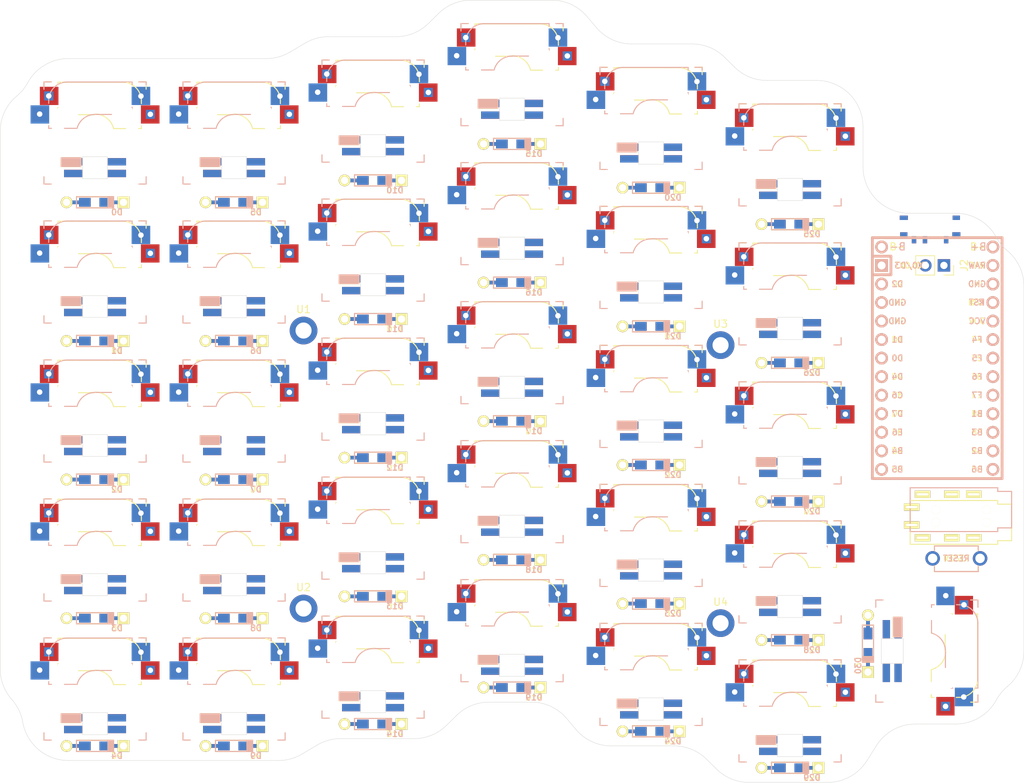
<source format=kicad_pcb>
(kicad_pcb (version 20171130) (host pcbnew "(5.1.4)-1")
  (title_block (title splitreus) (date 2020-02-14) (rev 1))
  (layers (0 F.Cu signal) (31 B.Cu signal) (34 B.Paste user) (35 F.Paste user) (36 B.SilkS user) (37 F.SilkS user) (38 B.Mask user) (39 F.Mask user) (44 Edge.Cuts user))
  (net 0 "")
  (net 1 "Net-(D0-Pad1)")
  (net 2 "Net-(D1-Pad1)")
  (net 3 "Net-(D2-Pad1)")
  (net 4 "Net-(D3-Pad1)")
  (net 5 "Net-(D4-Pad1)")
  (net 6 "Net-(D5-Pad1)")
  (net 7 "Net-(D6-Pad1)")
  (net 8 "Net-(D7-Pad1)")
  (net 9 "Net-(D8-Pad1)")
  (net 10 "Net-(D9-Pad1)")
  (net 11 "Net-(D10-Pad1)")
  (net 12 "Net-(D11-Pad1)")
  (net 13 "Net-(D12-Pad1)")
  (net 14 "Net-(D13-Pad1)")
  (net 15 "Net-(D14-Pad1)")
  (net 16 "Net-(D15-Pad1)")
  (net 17 "Net-(D16-Pad1)")
  (net 18 "Net-(D17-Pad1)")
  (net 19 "Net-(D18-Pad1)")
  (net 20 "Net-(D19-Pad1)")
  (net 21 "Net-(D21-Pad1)")
  (net 22 "Net-(D22-Pad1)")
  (net 23 "Net-(D23-Pad1)")
  (net 24 "Net-(D24-Pad1)")
  (net 25 "Net-(D25-Pad1)")
  (net 26 "Net-(D26-Pad1)")
  (net 27 "Net-(D27-Pad1)")
  (net 28 "Net-(D28-Pad1)")
  (net 29 "Net-(D29-Pad1)")
  (net 30 "Net-(D30-Pad1)")
  (net 31 ROW0)
  (net 32 ROW1)
  (net 33 ROW2)
  (net 34 ROW3)
  (net 35 ROW4)
  (net 36 ROW5)
  (net 37 COL0)
  (net 38 SERIAL)
  (net 39 GND)
  (net 40 COL4)
  (net 41 COL2)
  (net 42 VCC)
  (net 43 COL5)
  (net 44 COL3)
  (net 45 COL1)
  (net 46 "Net-(D20-Pad1)")
  (net 47 RST)
  (net 48 B-)
  (net 49 B+)
  (net 50 "Net-(D90-Pad1)")
  (net 51 "Net-(D90-Pad3)")
  (net 52 "Net-(D91-Pad3)")
  (net 53 "Net-(D92-Pad3)")
  (net 54 "Net-(D93-Pad3)")
  (net 55 LED)
  (net 56 "Net-(D914-Pad3)")
  (net 57 "Net-(D95-Pad3)")
  (net 58 "Net-(D96-Pad3)")
  (net 59 "Net-(D97-Pad3)")
  (net 60 "Net-(D98-Pad3)")
  (net 61 "Net-(D910-Pad1)")
  (net 62 "Net-(D910-Pad3)")
  (net 63 "Net-(D911-Pad3)")
  (net 64 "Net-(D912-Pad3)")
  (net 65 "Net-(D913-Pad3)")
  (net 66 "Net-(D915-Pad1)")
  (net 67 "Net-(D915-Pad3)")
  (net 68 "Net-(D916-Pad3)")
  (net 69 "Net-(D917-Pad3)")
  (net 70 "Net-(D918-Pad3)")
  (net 71 "Net-(D920-Pad1)")
  (net 72 "Net-(D920-Pad3)")
  (net 73 "Net-(D921-Pad3)")
  (net 74 "Net-(D922-Pad3)")
  (net 75 "Net-(D923-Pad3)")
  (net 76 "Net-(D925-Pad1)")
  (net 77 "Net-(D925-Pad3)")
  (net 78 "Net-(D926-Pad3)")
  (net 79 "Net-(D927-Pad3)")
  (net 80 "Net-(D928-Pad3)")
  (net 81 to_right)
  (net 82 "Net-(D930-Pad3)")
  (net 83 "Net-(SW91-Pad3)")
  (net 84 V+)
  (module "Custom Footies:Kailh_socket_MX_reversible_fix" (layer F.Cu) (at 114 71 270)
    (fp_text reference SW30 hide)
    (fp_text value SW_PUSH)
    (pad 2 thru_hole rect (at 7.58 -2.56 270) (size 1.25 1.25) (drill oval 0.75) (layers *.Cu *.Mask) (net 36 ROW5))
    (pad 1 thru_hole rect (at -7.59 -2.59 270) (size 1.25 1.25) (drill oval 0.75) (layers *.Cu *.Mask) (net 30 "Net-(D30-Pad1)"))
    (pad 2 thru_hole rect (at 6.29 -5.05 270) (size 1.25 1.25) (drill oval 0.75) (layers *.Cu *.Mask) (net 36 ROW5))
    (pad 1 thru_hole rect (at -6.34 -5.08 270) (size 1.25 1.25) (drill oval 0.75) (layers *.Cu *.Mask) (net 30 "Net-(D30-Pad1)"))
    (pad 2 smd rect (at 7.56 -2.54 270) (size 2.55 2.5) (layers F.Cu F.Paste F.Mask) (net 36 ROW5))
    (pad 1 smd rect (at -6.29 -5.08 270) (size 2.55 2.5) (layers F.Cu F.Paste F.Mask) (net 30 "Net-(D30-Pad1)"))
    (pad "" np_thru_hole circle (at 3.81 -2.54 270) (size 3 3) (drill 3) (layers *.Cu *.Mask))
    (pad "" np_thru_hole circle (at -2.54 -5.04 270) (size 3 3) (drill 3) (layers *.Cu *.Mask))
    (pad "" np_thru_hole circle (at 2.57 -5.04 270) (size 3 3) (drill 3) (layers *.Cu *.Mask))
    (pad "" np_thru_hole circle (at -5.08 0 270) (size 1.7018 1.7018) (drill 1.7018) (layers *.Cu *.Mask))
    (pad "" np_thru_hole circle (at 5.08 0 270) (size 1.7018 1.7018) (drill 1.7018) (layers *.Cu *.Mask))
    (pad "" np_thru_hole circle (at 0 0 270) (size 3.9878 3.9878) (drill 3.9878) (layers *.Cu *.Mask))
    (pad "" np_thru_hole circle (at -3.81 -2.54 270) (size 3 3) (drill 3) (layers *.Cu *.Mask))
    (pad "" np_thru_hole circle (at 2.54 -5.08 270) (size 3 3) (drill 3) (layers *.Cu *.Mask))
    (pad 2 smd rect (at 6.29 -5.08 270) (size 2.55 2.5) (layers B.Cu B.Paste B.Mask) (net 36 ROW5))
    (pad 1 smd rect (at -7.56 -2.54 270) (size 2.55 2.5) (layers B.Cu B.Paste B.Mask) (net 30 "Net-(D30-Pad1)"))
  )
  (module "Custom Footies:Kailh_socket_MX_reversible_fix" (layer F.Cu) (at 95.25 60.15)
    (fp_text reference SW28 hide)
    (fp_text value SW_PUSH)
    (pad 2 thru_hole rect (at 7.58 -2.56) (size 1.25 1.25) (drill oval 0.75) (layers *.Cu *.Mask) (net 34 ROW3))
    (pad 1 thru_hole rect (at -7.59 -2.59) (size 1.25 1.25) (drill oval 0.75) (layers *.Cu *.Mask) (net 28 "Net-(D28-Pad1)"))
    (pad 2 thru_hole rect (at 6.29 -5.05) (size 1.25 1.25) (drill oval 0.75) (layers *.Cu *.Mask) (net 34 ROW3))
    (pad 1 thru_hole rect (at -6.34 -5.08) (size 1.25 1.25) (drill oval 0.75) (layers *.Cu *.Mask) (net 28 "Net-(D28-Pad1)"))
    (pad 2 smd rect (at 7.56 -2.54) (size 2.55 2.5) (layers F.Cu F.Paste F.Mask) (net 34 ROW3))
    (pad 1 smd rect (at -6.29 -5.08) (size 2.55 2.5) (layers F.Cu F.Paste F.Mask) (net 28 "Net-(D28-Pad1)"))
    (pad "" np_thru_hole circle (at 3.81 -2.54) (size 3 3) (drill 3) (layers *.Cu *.Mask))
    (pad "" np_thru_hole circle (at -2.54 -5.04) (size 3 3) (drill 3) (layers *.Cu *.Mask))
    (pad "" np_thru_hole circle (at 2.57 -5.04) (size 3 3) (drill 3) (layers *.Cu *.Mask))
    (pad "" np_thru_hole circle (at -5.08 0) (size 1.7018 1.7018) (drill 1.7018) (layers *.Cu *.Mask))
    (pad "" np_thru_hole circle (at 5.08 0) (size 1.7018 1.7018) (drill 1.7018) (layers *.Cu *.Mask))
    (pad "" np_thru_hole circle (at 0 0) (size 3.9878 3.9878) (drill 3.9878) (layers *.Cu *.Mask))
    (pad "" np_thru_hole circle (at -3.81 -2.54) (size 3 3) (drill 3) (layers *.Cu *.Mask))
    (pad "" np_thru_hole circle (at 2.54 -5.08) (size 3 3) (drill 3) (layers *.Cu *.Mask))
    (pad 2 smd rect (at 6.29 -5.08) (size 2.55 2.5) (layers B.Cu B.Paste B.Mask) (net 34 ROW3))
    (pad 1 smd rect (at -7.56 -2.54) (size 2.55 2.5) (layers B.Cu B.Paste B.Mask) (net 28 "Net-(D28-Pad1)"))
  )
  (module "Custom Footies:Kailh_socket_MX_reversible_fix" (layer F.Cu) (at 95.25 41.1)
    (fp_text reference SW27 hide)
    (fp_text value SW_PUSH)
    (pad 2 thru_hole rect (at 7.58 -2.56) (size 1.25 1.25) (drill oval 0.75) (layers *.Cu *.Mask) (net 33 ROW2))
    (pad 1 thru_hole rect (at -7.59 -2.59) (size 1.25 1.25) (drill oval 0.75) (layers *.Cu *.Mask) (net 27 "Net-(D27-Pad1)"))
    (pad 2 thru_hole rect (at 6.29 -5.05) (size 1.25 1.25) (drill oval 0.75) (layers *.Cu *.Mask) (net 33 ROW2))
    (pad 1 thru_hole rect (at -6.34 -5.08) (size 1.25 1.25) (drill oval 0.75) (layers *.Cu *.Mask) (net 27 "Net-(D27-Pad1)"))
    (pad 2 smd rect (at 7.56 -2.54) (size 2.55 2.5) (layers F.Cu F.Paste F.Mask) (net 33 ROW2))
    (pad 1 smd rect (at -6.29 -5.08) (size 2.55 2.5) (layers F.Cu F.Paste F.Mask) (net 27 "Net-(D27-Pad1)"))
    (pad "" np_thru_hole circle (at 3.81 -2.54) (size 3 3) (drill 3) (layers *.Cu *.Mask))
    (pad "" np_thru_hole circle (at -2.54 -5.04) (size 3 3) (drill 3) (layers *.Cu *.Mask))
    (pad "" np_thru_hole circle (at 2.57 -5.04) (size 3 3) (drill 3) (layers *.Cu *.Mask))
    (pad "" np_thru_hole circle (at -5.08 0) (size 1.7018 1.7018) (drill 1.7018) (layers *.Cu *.Mask))
    (pad "" np_thru_hole circle (at 5.08 0) (size 1.7018 1.7018) (drill 1.7018) (layers *.Cu *.Mask))
    (pad "" np_thru_hole circle (at 0 0) (size 3.9878 3.9878) (drill 3.9878) (layers *.Cu *.Mask))
    (pad "" np_thru_hole circle (at -3.81 -2.54) (size 3 3) (drill 3) (layers *.Cu *.Mask))
    (pad "" np_thru_hole circle (at 2.54 -5.08) (size 3 3) (drill 3) (layers *.Cu *.Mask))
    (pad 2 smd rect (at 6.29 -5.08) (size 2.55 2.5) (layers B.Cu B.Paste B.Mask) (net 33 ROW2))
    (pad 1 smd rect (at -7.56 -2.54) (size 2.55 2.5) (layers B.Cu B.Paste B.Mask) (net 27 "Net-(D27-Pad1)"))
  )
  (module "Custom Footies:Kailh_socket_MX_reversible_fix" (layer F.Cu) (at 95.25 22.05)
    (fp_text reference SW26 hide)
    (fp_text value SW_PUSH)
    (pad 2 thru_hole rect (at 7.58 -2.56) (size 1.25 1.25) (drill oval 0.75) (layers *.Cu *.Mask) (net 32 ROW1))
    (pad 1 thru_hole rect (at -7.59 -2.59) (size 1.25 1.25) (drill oval 0.75) (layers *.Cu *.Mask) (net 26 "Net-(D26-Pad1)"))
    (pad 2 thru_hole rect (at 6.29 -5.05) (size 1.25 1.25) (drill oval 0.75) (layers *.Cu *.Mask) (net 32 ROW1))
    (pad 1 thru_hole rect (at -6.34 -5.08) (size 1.25 1.25) (drill oval 0.75) (layers *.Cu *.Mask) (net 26 "Net-(D26-Pad1)"))
    (pad 2 smd rect (at 7.56 -2.54) (size 2.55 2.5) (layers F.Cu F.Paste F.Mask) (net 32 ROW1))
    (pad 1 smd rect (at -6.29 -5.08) (size 2.55 2.5) (layers F.Cu F.Paste F.Mask) (net 26 "Net-(D26-Pad1)"))
    (pad "" np_thru_hole circle (at 3.81 -2.54) (size 3 3) (drill 3) (layers *.Cu *.Mask))
    (pad "" np_thru_hole circle (at -2.54 -5.04) (size 3 3) (drill 3) (layers *.Cu *.Mask))
    (pad "" np_thru_hole circle (at 2.57 -5.04) (size 3 3) (drill 3) (layers *.Cu *.Mask))
    (pad "" np_thru_hole circle (at -5.08 0) (size 1.7018 1.7018) (drill 1.7018) (layers *.Cu *.Mask))
    (pad "" np_thru_hole circle (at 5.08 0) (size 1.7018 1.7018) (drill 1.7018) (layers *.Cu *.Mask))
    (pad "" np_thru_hole circle (at 0 0) (size 3.9878 3.9878) (drill 3.9878) (layers *.Cu *.Mask))
    (pad "" np_thru_hole circle (at -3.81 -2.54) (size 3 3) (drill 3) (layers *.Cu *.Mask))
    (pad "" np_thru_hole circle (at 2.54 -5.08) (size 3 3) (drill 3) (layers *.Cu *.Mask))
    (pad 2 smd rect (at 6.29 -5.08) (size 2.55 2.5) (layers B.Cu B.Paste B.Mask) (net 32 ROW1))
    (pad 1 smd rect (at -7.56 -2.54) (size 2.55 2.5) (layers B.Cu B.Paste B.Mask) (net 26 "Net-(D26-Pad1)"))
  )
  (module "Custom Footies:Kailh_socket_MX_reversible_fix" (layer F.Cu) (at 95.25 3)
    (fp_text reference SW25 hide)
    (fp_text value SW_PUSH)
    (pad 2 thru_hole rect (at 7.58 -2.56) (size 1.25 1.25) (drill oval 0.75) (layers *.Cu *.Mask) (net 31 ROW0))
    (pad 1 thru_hole rect (at -7.59 -2.59) (size 1.25 1.25) (drill oval 0.75) (layers *.Cu *.Mask) (net 25 "Net-(D25-Pad1)"))
    (pad 2 thru_hole rect (at 6.29 -5.05) (size 1.25 1.25) (drill oval 0.75) (layers *.Cu *.Mask) (net 31 ROW0))
    (pad 1 thru_hole rect (at -6.34 -5.08) (size 1.25 1.25) (drill oval 0.75) (layers *.Cu *.Mask) (net 25 "Net-(D25-Pad1)"))
    (pad 2 smd rect (at 7.56 -2.54) (size 2.55 2.5) (layers F.Cu F.Paste F.Mask) (net 31 ROW0))
    (pad 1 smd rect (at -6.29 -5.08) (size 2.55 2.5) (layers F.Cu F.Paste F.Mask) (net 25 "Net-(D25-Pad1)"))
    (pad "" np_thru_hole circle (at 3.81 -2.54) (size 3 3) (drill 3) (layers *.Cu *.Mask))
    (pad "" np_thru_hole circle (at -2.54 -5.04) (size 3 3) (drill 3) (layers *.Cu *.Mask))
    (pad "" np_thru_hole circle (at 2.57 -5.04) (size 3 3) (drill 3) (layers *.Cu *.Mask))
    (pad "" np_thru_hole circle (at -5.08 0) (size 1.7018 1.7018) (drill 1.7018) (layers *.Cu *.Mask))
    (pad "" np_thru_hole circle (at 5.08 0) (size 1.7018 1.7018) (drill 1.7018) (layers *.Cu *.Mask))
    (pad "" np_thru_hole circle (at 0 0) (size 3.9878 3.9878) (drill 3.9878) (layers *.Cu *.Mask))
    (pad "" np_thru_hole circle (at -3.81 -2.54) (size 3 3) (drill 3) (layers *.Cu *.Mask))
    (pad "" np_thru_hole circle (at 2.54 -5.08) (size 3 3) (drill 3) (layers *.Cu *.Mask))
    (pad 2 smd rect (at 6.29 -5.08) (size 2.55 2.5) (layers B.Cu B.Paste B.Mask) (net 31 ROW0))
    (pad 1 smd rect (at -7.56 -2.54) (size 2.55 2.5) (layers B.Cu B.Paste B.Mask) (net 25 "Net-(D25-Pad1)"))
  )
  (module "Custom Footies:Kailh_socket_MX_reversible_fix" (layer F.Cu) (at 76.2 74.2)
    (fp_text reference SW24 hide)
    (fp_text value SW_PUSH)
    (pad 2 thru_hole rect (at 7.58 -2.56) (size 1.25 1.25) (drill oval 0.75) (layers *.Cu *.Mask) (net 35 ROW4))
    (pad 1 thru_hole rect (at -7.59 -2.59) (size 1.25 1.25) (drill oval 0.75) (layers *.Cu *.Mask) (net 24 "Net-(D24-Pad1)"))
    (pad 2 thru_hole rect (at 6.29 -5.05) (size 1.25 1.25) (drill oval 0.75) (layers *.Cu *.Mask) (net 35 ROW4))
    (pad 1 thru_hole rect (at -6.34 -5.08) (size 1.25 1.25) (drill oval 0.75) (layers *.Cu *.Mask) (net 24 "Net-(D24-Pad1)"))
    (pad 2 smd rect (at 7.56 -2.54) (size 2.55 2.5) (layers F.Cu F.Paste F.Mask) (net 35 ROW4))
    (pad 1 smd rect (at -6.29 -5.08) (size 2.55 2.5) (layers F.Cu F.Paste F.Mask) (net 24 "Net-(D24-Pad1)"))
    (pad "" np_thru_hole circle (at 3.81 -2.54) (size 3 3) (drill 3) (layers *.Cu *.Mask))
    (pad "" np_thru_hole circle (at -2.54 -5.04) (size 3 3) (drill 3) (layers *.Cu *.Mask))
    (pad "" np_thru_hole circle (at 2.57 -5.04) (size 3 3) (drill 3) (layers *.Cu *.Mask))
    (pad "" np_thru_hole circle (at -5.08 0) (size 1.7018 1.7018) (drill 1.7018) (layers *.Cu *.Mask))
    (pad "" np_thru_hole circle (at 5.08 0) (size 1.7018 1.7018) (drill 1.7018) (layers *.Cu *.Mask))
    (pad "" np_thru_hole circle (at 0 0) (size 3.9878 3.9878) (drill 3.9878) (layers *.Cu *.Mask))
    (pad "" np_thru_hole circle (at -3.81 -2.54) (size 3 3) (drill 3) (layers *.Cu *.Mask))
    (pad "" np_thru_hole circle (at 2.54 -5.08) (size 3 3) (drill 3) (layers *.Cu *.Mask))
    (pad 2 smd rect (at 6.29 -5.08) (size 2.55 2.5) (layers B.Cu B.Paste B.Mask) (net 35 ROW4))
    (pad 1 smd rect (at -7.56 -2.54) (size 2.55 2.5) (layers B.Cu B.Paste B.Mask) (net 24 "Net-(D24-Pad1)"))
  )
  (module "Custom Footies:Kailh_socket_MX_reversible_fix" (layer F.Cu) (at 76.2 55.15)
    (fp_text reference SW23 hide)
    (fp_text value SW_PUSH)
    (pad 2 thru_hole rect (at 7.58 -2.56) (size 1.25 1.25) (drill oval 0.75) (layers *.Cu *.Mask) (net 34 ROW3))
    (pad 1 thru_hole rect (at -7.59 -2.59) (size 1.25 1.25) (drill oval 0.75) (layers *.Cu *.Mask) (net 23 "Net-(D23-Pad1)"))
    (pad 2 thru_hole rect (at 6.29 -5.05) (size 1.25 1.25) (drill oval 0.75) (layers *.Cu *.Mask) (net 34 ROW3))
    (pad 1 thru_hole rect (at -6.34 -5.08) (size 1.25 1.25) (drill oval 0.75) (layers *.Cu *.Mask) (net 23 "Net-(D23-Pad1)"))
    (pad 2 smd rect (at 7.56 -2.54) (size 2.55 2.5) (layers F.Cu F.Paste F.Mask) (net 34 ROW3))
    (pad 1 smd rect (at -6.29 -5.08) (size 2.55 2.5) (layers F.Cu F.Paste F.Mask) (net 23 "Net-(D23-Pad1)"))
    (pad "" np_thru_hole circle (at 3.81 -2.54) (size 3 3) (drill 3) (layers *.Cu *.Mask))
    (pad "" np_thru_hole circle (at -2.54 -5.04) (size 3 3) (drill 3) (layers *.Cu *.Mask))
    (pad "" np_thru_hole circle (at 2.57 -5.04) (size 3 3) (drill 3) (layers *.Cu *.Mask))
    (pad "" np_thru_hole circle (at -5.08 0) (size 1.7018 1.7018) (drill 1.7018) (layers *.Cu *.Mask))
    (pad "" np_thru_hole circle (at 5.08 0) (size 1.7018 1.7018) (drill 1.7018) (layers *.Cu *.Mask))
    (pad "" np_thru_hole circle (at 0 0) (size 3.9878 3.9878) (drill 3.9878) (layers *.Cu *.Mask))
    (pad "" np_thru_hole circle (at -3.81 -2.54) (size 3 3) (drill 3) (layers *.Cu *.Mask))
    (pad "" np_thru_hole circle (at 2.54 -5.08) (size 3 3) (drill 3) (layers *.Cu *.Mask))
    (pad 2 smd rect (at 6.29 -5.08) (size 2.55 2.5) (layers B.Cu B.Paste B.Mask) (net 34 ROW3))
    (pad 1 smd rect (at -7.56 -2.54) (size 2.55 2.5) (layers B.Cu B.Paste B.Mask) (net 23 "Net-(D23-Pad1)"))
  )
  (module "Custom Footies:Kailh_socket_MX_reversible_fix" (layer F.Cu) (at 76.2 36.1)
    (fp_text reference SW22 hide)
    (fp_text value SW_PUSH)
    (pad 2 thru_hole rect (at 7.58 -2.56) (size 1.25 1.25) (drill oval 0.75) (layers *.Cu *.Mask) (net 33 ROW2))
    (pad 1 thru_hole rect (at -7.59 -2.59) (size 1.25 1.25) (drill oval 0.75) (layers *.Cu *.Mask) (net 22 "Net-(D22-Pad1)"))
    (pad 2 thru_hole rect (at 6.29 -5.05) (size 1.25 1.25) (drill oval 0.75) (layers *.Cu *.Mask) (net 33 ROW2))
    (pad 1 thru_hole rect (at -6.34 -5.08) (size 1.25 1.25) (drill oval 0.75) (layers *.Cu *.Mask) (net 22 "Net-(D22-Pad1)"))
    (pad 2 smd rect (at 7.56 -2.54) (size 2.55 2.5) (layers F.Cu F.Paste F.Mask) (net 33 ROW2))
    (pad 1 smd rect (at -6.29 -5.08) (size 2.55 2.5) (layers F.Cu F.Paste F.Mask) (net 22 "Net-(D22-Pad1)"))
    (pad "" np_thru_hole circle (at 3.81 -2.54) (size 3 3) (drill 3) (layers *.Cu *.Mask))
    (pad "" np_thru_hole circle (at -2.54 -5.04) (size 3 3) (drill 3) (layers *.Cu *.Mask))
    (pad "" np_thru_hole circle (at 2.57 -5.04) (size 3 3) (drill 3) (layers *.Cu *.Mask))
    (pad "" np_thru_hole circle (at -5.08 0) (size 1.7018 1.7018) (drill 1.7018) (layers *.Cu *.Mask))
    (pad "" np_thru_hole circle (at 5.08 0) (size 1.7018 1.7018) (drill 1.7018) (layers *.Cu *.Mask))
    (pad "" np_thru_hole circle (at 0 0) (size 3.9878 3.9878) (drill 3.9878) (layers *.Cu *.Mask))
    (pad "" np_thru_hole circle (at -3.81 -2.54) (size 3 3) (drill 3) (layers *.Cu *.Mask))
    (pad "" np_thru_hole circle (at 2.54 -5.08) (size 3 3) (drill 3) (layers *.Cu *.Mask))
    (pad 2 smd rect (at 6.29 -5.08) (size 2.55 2.5) (layers B.Cu B.Paste B.Mask) (net 33 ROW2))
    (pad 1 smd rect (at -7.56 -2.54) (size 2.55 2.5) (layers B.Cu B.Paste B.Mask) (net 22 "Net-(D22-Pad1)"))
  )
  (module "Custom Footies:Kailh_socket_MX_reversible_fix" (layer F.Cu) (at 76.2 17.05)
    (fp_text reference SW21 hide)
    (fp_text value SW_PUSH)
    (pad 2 thru_hole rect (at 7.58 -2.56) (size 1.25 1.25) (drill oval 0.75) (layers *.Cu *.Mask) (net 32 ROW1))
    (pad 1 thru_hole rect (at -7.59 -2.59) (size 1.25 1.25) (drill oval 0.75) (layers *.Cu *.Mask) (net 21 "Net-(D21-Pad1)"))
    (pad 2 thru_hole rect (at 6.29 -5.05) (size 1.25 1.25) (drill oval 0.75) (layers *.Cu *.Mask) (net 32 ROW1))
    (pad 1 thru_hole rect (at -6.34 -5.08) (size 1.25 1.25) (drill oval 0.75) (layers *.Cu *.Mask) (net 21 "Net-(D21-Pad1)"))
    (pad 2 smd rect (at 7.56 -2.54) (size 2.55 2.5) (layers F.Cu F.Paste F.Mask) (net 32 ROW1))
    (pad 1 smd rect (at -6.29 -5.08) (size 2.55 2.5) (layers F.Cu F.Paste F.Mask) (net 21 "Net-(D21-Pad1)"))
    (pad "" np_thru_hole circle (at 3.81 -2.54) (size 3 3) (drill 3) (layers *.Cu *.Mask))
    (pad "" np_thru_hole circle (at -2.54 -5.04) (size 3 3) (drill 3) (layers *.Cu *.Mask))
    (pad "" np_thru_hole circle (at 2.57 -5.04) (size 3 3) (drill 3) (layers *.Cu *.Mask))
    (pad "" np_thru_hole circle (at -5.08 0) (size 1.7018 1.7018) (drill 1.7018) (layers *.Cu *.Mask))
    (pad "" np_thru_hole circle (at 5.08 0) (size 1.7018 1.7018) (drill 1.7018) (layers *.Cu *.Mask))
    (pad "" np_thru_hole circle (at 0 0) (size 3.9878 3.9878) (drill 3.9878) (layers *.Cu *.Mask))
    (pad "" np_thru_hole circle (at -3.81 -2.54) (size 3 3) (drill 3) (layers *.Cu *.Mask))
    (pad "" np_thru_hole circle (at 2.54 -5.08) (size 3 3) (drill 3) (layers *.Cu *.Mask))
    (pad 2 smd rect (at 6.29 -5.08) (size 2.55 2.5) (layers B.Cu B.Paste B.Mask) (net 32 ROW1))
    (pad 1 smd rect (at -7.56 -2.54) (size 2.55 2.5) (layers B.Cu B.Paste B.Mask) (net 21 "Net-(D21-Pad1)"))
  )
  (module "Custom Footies:Kailh_socket_MX_reversible_fix" (layer F.Cu) (at 76.2 -2)
    (fp_text reference SW20 hide)
    (fp_text value SW_PUSH)
    (pad 2 thru_hole rect (at 7.58 -2.56) (size 1.25 1.25) (drill oval 0.75) (layers *.Cu *.Mask) (net 31 ROW0))
    (pad 1 thru_hole rect (at -7.59 -2.59) (size 1.25 1.25) (drill oval 0.75) (layers *.Cu *.Mask) (net 46 "Net-(D20-Pad1)"))
    (pad 2 thru_hole rect (at 6.29 -5.05) (size 1.25 1.25) (drill oval 0.75) (layers *.Cu *.Mask) (net 31 ROW0))
    (pad 1 thru_hole rect (at -6.34 -5.08) (size 1.25 1.25) (drill oval 0.75) (layers *.Cu *.Mask) (net 46 "Net-(D20-Pad1)"))
    (pad 2 smd rect (at 7.56 -2.54) (size 2.55 2.5) (layers F.Cu F.Paste F.Mask) (net 31 ROW0))
    (pad 1 smd rect (at -6.29 -5.08) (size 2.55 2.5) (layers F.Cu F.Paste F.Mask) (net 46 "Net-(D20-Pad1)"))
    (pad "" np_thru_hole circle (at 3.81 -2.54) (size 3 3) (drill 3) (layers *.Cu *.Mask))
    (pad "" np_thru_hole circle (at -2.54 -5.04) (size 3 3) (drill 3) (layers *.Cu *.Mask))
    (pad "" np_thru_hole circle (at 2.57 -5.04) (size 3 3) (drill 3) (layers *.Cu *.Mask))
    (pad "" np_thru_hole circle (at -5.08 0) (size 1.7018 1.7018) (drill 1.7018) (layers *.Cu *.Mask))
    (pad "" np_thru_hole circle (at 5.08 0) (size 1.7018 1.7018) (drill 1.7018) (layers *.Cu *.Mask))
    (pad "" np_thru_hole circle (at 0 0) (size 3.9878 3.9878) (drill 3.9878) (layers *.Cu *.Mask))
    (pad "" np_thru_hole circle (at -3.81 -2.54) (size 3 3) (drill 3) (layers *.Cu *.Mask))
    (pad "" np_thru_hole circle (at 2.54 -5.08) (size 3 3) (drill 3) (layers *.Cu *.Mask))
    (pad 2 smd rect (at 6.29 -5.08) (size 2.55 2.5) (layers B.Cu B.Paste B.Mask) (net 31 ROW0))
    (pad 1 smd rect (at -7.56 -2.54) (size 2.55 2.5) (layers B.Cu B.Paste B.Mask) (net 46 "Net-(D20-Pad1)"))
  )
  (module "Custom Footies:Kailh_socket_MX_reversible_fix" (layer F.Cu) (at 57.15 68.2)
    (fp_text reference SW19 hide)
    (fp_text value SW_PUSH)
    (pad 2 thru_hole rect (at 7.58 -2.56) (size 1.25 1.25) (drill oval 0.75) (layers *.Cu *.Mask) (net 35 ROW4))
    (pad 1 thru_hole rect (at -7.59 -2.59) (size 1.25 1.25) (drill oval 0.75) (layers *.Cu *.Mask) (net 20 "Net-(D19-Pad1)"))
    (pad 2 thru_hole rect (at 6.29 -5.05) (size 1.25 1.25) (drill oval 0.75) (layers *.Cu *.Mask) (net 35 ROW4))
    (pad 1 thru_hole rect (at -6.34 -5.08) (size 1.25 1.25) (drill oval 0.75) (layers *.Cu *.Mask) (net 20 "Net-(D19-Pad1)"))
    (pad 2 smd rect (at 7.56 -2.54) (size 2.55 2.5) (layers F.Cu F.Paste F.Mask) (net 35 ROW4))
    (pad 1 smd rect (at -6.29 -5.08) (size 2.55 2.5) (layers F.Cu F.Paste F.Mask) (net 20 "Net-(D19-Pad1)"))
    (pad "" np_thru_hole circle (at 3.81 -2.54) (size 3 3) (drill 3) (layers *.Cu *.Mask))
    (pad "" np_thru_hole circle (at -2.54 -5.04) (size 3 3) (drill 3) (layers *.Cu *.Mask))
    (pad "" np_thru_hole circle (at 2.57 -5.04) (size 3 3) (drill 3) (layers *.Cu *.Mask))
    (pad "" np_thru_hole circle (at -5.08 0) (size 1.7018 1.7018) (drill 1.7018) (layers *.Cu *.Mask))
    (pad "" np_thru_hole circle (at 5.08 0) (size 1.7018 1.7018) (drill 1.7018) (layers *.Cu *.Mask))
    (pad "" np_thru_hole circle (at 0 0) (size 3.9878 3.9878) (drill 3.9878) (layers *.Cu *.Mask))
    (pad "" np_thru_hole circle (at -3.81 -2.54) (size 3 3) (drill 3) (layers *.Cu *.Mask))
    (pad "" np_thru_hole circle (at 2.54 -5.08) (size 3 3) (drill 3) (layers *.Cu *.Mask))
    (pad 2 smd rect (at 6.29 -5.08) (size 2.55 2.5) (layers B.Cu B.Paste B.Mask) (net 35 ROW4))
    (pad 1 smd rect (at -7.56 -2.54) (size 2.55 2.5) (layers B.Cu B.Paste B.Mask) (net 20 "Net-(D19-Pad1)"))
  )
  (module "Custom Footies:Kailh_socket_MX_reversible_fix" (layer F.Cu) (at 57.15 49.15)
    (fp_text reference SW18 hide)
    (fp_text value SW_PUSH)
    (pad 2 thru_hole rect (at 7.58 -2.56) (size 1.25 1.25) (drill oval 0.75) (layers *.Cu *.Mask) (net 34 ROW3))
    (pad 1 thru_hole rect (at -7.59 -2.59) (size 1.25 1.25) (drill oval 0.75) (layers *.Cu *.Mask) (net 19 "Net-(D18-Pad1)"))
    (pad 2 thru_hole rect (at 6.29 -5.05) (size 1.25 1.25) (drill oval 0.75) (layers *.Cu *.Mask) (net 34 ROW3))
    (pad 1 thru_hole rect (at -6.34 -5.08) (size 1.25 1.25) (drill oval 0.75) (layers *.Cu *.Mask) (net 19 "Net-(D18-Pad1)"))
    (pad 2 smd rect (at 7.56 -2.54) (size 2.55 2.5) (layers F.Cu F.Paste F.Mask) (net 34 ROW3))
    (pad 1 smd rect (at -6.29 -5.08) (size 2.55 2.5) (layers F.Cu F.Paste F.Mask) (net 19 "Net-(D18-Pad1)"))
    (pad "" np_thru_hole circle (at 3.81 -2.54) (size 3 3) (drill 3) (layers *.Cu *.Mask))
    (pad "" np_thru_hole circle (at -2.54 -5.04) (size 3 3) (drill 3) (layers *.Cu *.Mask))
    (pad "" np_thru_hole circle (at 2.57 -5.04) (size 3 3) (drill 3) (layers *.Cu *.Mask))
    (pad "" np_thru_hole circle (at -5.08 0) (size 1.7018 1.7018) (drill 1.7018) (layers *.Cu *.Mask))
    (pad "" np_thru_hole circle (at 5.08 0) (size 1.7018 1.7018) (drill 1.7018) (layers *.Cu *.Mask))
    (pad "" np_thru_hole circle (at 0 0) (size 3.9878 3.9878) (drill 3.9878) (layers *.Cu *.Mask))
    (pad "" np_thru_hole circle (at -3.81 -2.54) (size 3 3) (drill 3) (layers *.Cu *.Mask))
    (pad "" np_thru_hole circle (at 2.54 -5.08) (size 3 3) (drill 3) (layers *.Cu *.Mask))
    (pad 2 smd rect (at 6.29 -5.08) (size 2.55 2.5) (layers B.Cu B.Paste B.Mask) (net 34 ROW3))
    (pad 1 smd rect (at -7.56 -2.54) (size 2.55 2.5) (layers B.Cu B.Paste B.Mask) (net 19 "Net-(D18-Pad1)"))
  )
  (module "Custom Footies:Kailh_socket_MX_reversible_fix" (layer F.Cu) (at 57.15 30.1)
    (fp_text reference SW17 hide)
    (fp_text value SW_PUSH)
    (pad 2 thru_hole rect (at 7.58 -2.56) (size 1.25 1.25) (drill oval 0.75) (layers *.Cu *.Mask) (net 33 ROW2))
    (pad 1 thru_hole rect (at -7.59 -2.59) (size 1.25 1.25) (drill oval 0.75) (layers *.Cu *.Mask) (net 18 "Net-(D17-Pad1)"))
    (pad 2 thru_hole rect (at 6.29 -5.05) (size 1.25 1.25) (drill oval 0.75) (layers *.Cu *.Mask) (net 33 ROW2))
    (pad 1 thru_hole rect (at -6.34 -5.08) (size 1.25 1.25) (drill oval 0.75) (layers *.Cu *.Mask) (net 18 "Net-(D17-Pad1)"))
    (pad 2 smd rect (at 7.56 -2.54) (size 2.55 2.5) (layers F.Cu F.Paste F.Mask) (net 33 ROW2))
    (pad 1 smd rect (at -6.29 -5.08) (size 2.55 2.5) (layers F.Cu F.Paste F.Mask) (net 18 "Net-(D17-Pad1)"))
    (pad "" np_thru_hole circle (at 3.81 -2.54) (size 3 3) (drill 3) (layers *.Cu *.Mask))
    (pad "" np_thru_hole circle (at -2.54 -5.04) (size 3 3) (drill 3) (layers *.Cu *.Mask))
    (pad "" np_thru_hole circle (at 2.57 -5.04) (size 3 3) (drill 3) (layers *.Cu *.Mask))
    (pad "" np_thru_hole circle (at -5.08 0) (size 1.7018 1.7018) (drill 1.7018) (layers *.Cu *.Mask))
    (pad "" np_thru_hole circle (at 5.08 0) (size 1.7018 1.7018) (drill 1.7018) (layers *.Cu *.Mask))
    (pad "" np_thru_hole circle (at 0 0) (size 3.9878 3.9878) (drill 3.9878) (layers *.Cu *.Mask))
    (pad "" np_thru_hole circle (at -3.81 -2.54) (size 3 3) (drill 3) (layers *.Cu *.Mask))
    (pad "" np_thru_hole circle (at 2.54 -5.08) (size 3 3) (drill 3) (layers *.Cu *.Mask))
    (pad 2 smd rect (at 6.29 -5.08) (size 2.55 2.5) (layers B.Cu B.Paste B.Mask) (net 33 ROW2))
    (pad 1 smd rect (at -7.56 -2.54) (size 2.55 2.5) (layers B.Cu B.Paste B.Mask) (net 18 "Net-(D17-Pad1)"))
  )
  (module "Custom Footies:Kailh_socket_MX_reversible_fix" (layer F.Cu) (at 57.15 11.05)
    (fp_text reference SW16 hide)
    (fp_text value SW_PUSH)
    (pad 2 thru_hole rect (at 7.58 -2.56) (size 1.25 1.25) (drill oval 0.75) (layers *.Cu *.Mask) (net 32 ROW1))
    (pad 1 thru_hole rect (at -7.59 -2.59) (size 1.25 1.25) (drill oval 0.75) (layers *.Cu *.Mask) (net 17 "Net-(D16-Pad1)"))
    (pad 2 thru_hole rect (at 6.29 -5.05) (size 1.25 1.25) (drill oval 0.75) (layers *.Cu *.Mask) (net 32 ROW1))
    (pad 1 thru_hole rect (at -6.34 -5.08) (size 1.25 1.25) (drill oval 0.75) (layers *.Cu *.Mask) (net 17 "Net-(D16-Pad1)"))
    (pad 2 smd rect (at 7.56 -2.54) (size 2.55 2.5) (layers F.Cu F.Paste F.Mask) (net 32 ROW1))
    (pad 1 smd rect (at -6.29 -5.08) (size 2.55 2.5) (layers F.Cu F.Paste F.Mask) (net 17 "Net-(D16-Pad1)"))
    (pad "" np_thru_hole circle (at 3.81 -2.54) (size 3 3) (drill 3) (layers *.Cu *.Mask))
    (pad "" np_thru_hole circle (at -2.54 -5.04) (size 3 3) (drill 3) (layers *.Cu *.Mask))
    (pad "" np_thru_hole circle (at 2.57 -5.04) (size 3 3) (drill 3) (layers *.Cu *.Mask))
    (pad "" np_thru_hole circle (at -5.08 0) (size 1.7018 1.7018) (drill 1.7018) (layers *.Cu *.Mask))
    (pad "" np_thru_hole circle (at 5.08 0) (size 1.7018 1.7018) (drill 1.7018) (layers *.Cu *.Mask))
    (pad "" np_thru_hole circle (at 0 0) (size 3.9878 3.9878) (drill 3.9878) (layers *.Cu *.Mask))
    (pad "" np_thru_hole circle (at -3.81 -2.54) (size 3 3) (drill 3) (layers *.Cu *.Mask))
    (pad "" np_thru_hole circle (at 2.54 -5.08) (size 3 3) (drill 3) (layers *.Cu *.Mask))
    (pad 2 smd rect (at 6.29 -5.08) (size 2.55 2.5) (layers B.Cu B.Paste B.Mask) (net 32 ROW1))
    (pad 1 smd rect (at -7.56 -2.54) (size 2.55 2.5) (layers B.Cu B.Paste B.Mask) (net 17 "Net-(D16-Pad1)"))
  )
  (module "Custom Footies:Kailh_socket_MX_reversible_fix" (layer F.Cu) (at 57.15 -8)
    (fp_text reference SW15 hide)
    (fp_text value SW_PUSH)
    (pad 2 thru_hole rect (at 7.58 -2.56) (size 1.25 1.25) (drill oval 0.75) (layers *.Cu *.Mask) (net 31 ROW0))
    (pad 1 thru_hole rect (at -7.59 -2.59) (size 1.25 1.25) (drill oval 0.75) (layers *.Cu *.Mask) (net 16 "Net-(D15-Pad1)"))
    (pad 2 thru_hole rect (at 6.29 -5.05) (size 1.25 1.25) (drill oval 0.75) (layers *.Cu *.Mask) (net 31 ROW0))
    (pad 1 thru_hole rect (at -6.34 -5.08) (size 1.25 1.25) (drill oval 0.75) (layers *.Cu *.Mask) (net 16 "Net-(D15-Pad1)"))
    (pad 2 smd rect (at 7.56 -2.54) (size 2.55 2.5) (layers F.Cu F.Paste F.Mask) (net 31 ROW0))
    (pad 1 smd rect (at -6.29 -5.08) (size 2.55 2.5) (layers F.Cu F.Paste F.Mask) (net 16 "Net-(D15-Pad1)"))
    (pad "" np_thru_hole circle (at 3.81 -2.54) (size 3 3) (drill 3) (layers *.Cu *.Mask))
    (pad "" np_thru_hole circle (at -2.54 -5.04) (size 3 3) (drill 3) (layers *.Cu *.Mask))
    (pad "" np_thru_hole circle (at 2.57 -5.04) (size 3 3) (drill 3) (layers *.Cu *.Mask))
    (pad "" np_thru_hole circle (at -5.08 0) (size 1.7018 1.7018) (drill 1.7018) (layers *.Cu *.Mask))
    (pad "" np_thru_hole circle (at 5.08 0) (size 1.7018 1.7018) (drill 1.7018) (layers *.Cu *.Mask))
    (pad "" np_thru_hole circle (at 0 0) (size 3.9878 3.9878) (drill 3.9878) (layers *.Cu *.Mask))
    (pad "" np_thru_hole circle (at -3.81 -2.54) (size 3 3) (drill 3) (layers *.Cu *.Mask))
    (pad "" np_thru_hole circle (at 2.54 -5.08) (size 3 3) (drill 3) (layers *.Cu *.Mask))
    (pad 2 smd rect (at 6.29 -5.08) (size 2.55 2.5) (layers B.Cu B.Paste B.Mask) (net 31 ROW0))
    (pad 1 smd rect (at -7.56 -2.54) (size 2.55 2.5) (layers B.Cu B.Paste B.Mask) (net 16 "Net-(D15-Pad1)"))
  )
  (module "Custom Footies:Kailh_socket_MX_reversible_fix" (layer F.Cu) (at 38.1 73.2)
    (fp_text reference SW14 hide)
    (fp_text value SW_PUSH)
    (pad 2 thru_hole rect (at 7.58 -2.56) (size 1.25 1.25) (drill oval 0.75) (layers *.Cu *.Mask) (net 35 ROW4))
    (pad 1 thru_hole rect (at -7.59 -2.59) (size 1.25 1.25) (drill oval 0.75) (layers *.Cu *.Mask) (net 15 "Net-(D14-Pad1)"))
    (pad 2 thru_hole rect (at 6.29 -5.05) (size 1.25 1.25) (drill oval 0.75) (layers *.Cu *.Mask) (net 35 ROW4))
    (pad 1 thru_hole rect (at -6.34 -5.08) (size 1.25 1.25) (drill oval 0.75) (layers *.Cu *.Mask) (net 15 "Net-(D14-Pad1)"))
    (pad 2 smd rect (at 7.56 -2.54) (size 2.55 2.5) (layers F.Cu F.Paste F.Mask) (net 35 ROW4))
    (pad 1 smd rect (at -6.29 -5.08) (size 2.55 2.5) (layers F.Cu F.Paste F.Mask) (net 15 "Net-(D14-Pad1)"))
    (pad "" np_thru_hole circle (at 3.81 -2.54) (size 3 3) (drill 3) (layers *.Cu *.Mask))
    (pad "" np_thru_hole circle (at -2.54 -5.04) (size 3 3) (drill 3) (layers *.Cu *.Mask))
    (pad "" np_thru_hole circle (at 2.57 -5.04) (size 3 3) (drill 3) (layers *.Cu *.Mask))
    (pad "" np_thru_hole circle (at -5.08 0) (size 1.7018 1.7018) (drill 1.7018) (layers *.Cu *.Mask))
    (pad "" np_thru_hole circle (at 5.08 0) (size 1.7018 1.7018) (drill 1.7018) (layers *.Cu *.Mask))
    (pad "" np_thru_hole circle (at 0 0) (size 3.9878 3.9878) (drill 3.9878) (layers *.Cu *.Mask))
    (pad "" np_thru_hole circle (at -3.81 -2.54) (size 3 3) (drill 3) (layers *.Cu *.Mask))
    (pad "" np_thru_hole circle (at 2.54 -5.08) (size 3 3) (drill 3) (layers *.Cu *.Mask))
    (pad 2 smd rect (at 6.29 -5.08) (size 2.55 2.5) (layers B.Cu B.Paste B.Mask) (net 35 ROW4))
    (pad 1 smd rect (at -7.56 -2.54) (size 2.55 2.5) (layers B.Cu B.Paste B.Mask) (net 15 "Net-(D14-Pad1)"))
  )
  (module "Custom Footies:Kailh_socket_MX_reversible_fix" (layer F.Cu) (at 38.1 54.15)
    (fp_text reference SW13 hide)
    (fp_text value SW_PUSH)
    (pad 2 thru_hole rect (at 7.58 -2.56) (size 1.25 1.25) (drill oval 0.75) (layers *.Cu *.Mask) (net 34 ROW3))
    (pad 1 thru_hole rect (at -7.59 -2.59) (size 1.25 1.25) (drill oval 0.75) (layers *.Cu *.Mask) (net 14 "Net-(D13-Pad1)"))
    (pad 2 thru_hole rect (at 6.29 -5.05) (size 1.25 1.25) (drill oval 0.75) (layers *.Cu *.Mask) (net 34 ROW3))
    (pad 1 thru_hole rect (at -6.34 -5.08) (size 1.25 1.25) (drill oval 0.75) (layers *.Cu *.Mask) (net 14 "Net-(D13-Pad1)"))
    (pad 2 smd rect (at 7.56 -2.54) (size 2.55 2.5) (layers F.Cu F.Paste F.Mask) (net 34 ROW3))
    (pad 1 smd rect (at -6.29 -5.08) (size 2.55 2.5) (layers F.Cu F.Paste F.Mask) (net 14 "Net-(D13-Pad1)"))
    (pad "" np_thru_hole circle (at 3.81 -2.54) (size 3 3) (drill 3) (layers *.Cu *.Mask))
    (pad "" np_thru_hole circle (at -2.54 -5.04) (size 3 3) (drill 3) (layers *.Cu *.Mask))
    (pad "" np_thru_hole circle (at 2.57 -5.04) (size 3 3) (drill 3) (layers *.Cu *.Mask))
    (pad "" np_thru_hole circle (at -5.08 0) (size 1.7018 1.7018) (drill 1.7018) (layers *.Cu *.Mask))
    (pad "" np_thru_hole circle (at 5.08 0) (size 1.7018 1.7018) (drill 1.7018) (layers *.Cu *.Mask))
    (pad "" np_thru_hole circle (at 0 0) (size 3.9878 3.9878) (drill 3.9878) (layers *.Cu *.Mask))
    (pad "" np_thru_hole circle (at -3.81 -2.54) (size 3 3) (drill 3) (layers *.Cu *.Mask))
    (pad "" np_thru_hole circle (at 2.54 -5.08) (size 3 3) (drill 3) (layers *.Cu *.Mask))
    (pad 2 smd rect (at 6.29 -5.08) (size 2.55 2.5) (layers B.Cu B.Paste B.Mask) (net 34 ROW3))
    (pad 1 smd rect (at -7.56 -2.54) (size 2.55 2.5) (layers B.Cu B.Paste B.Mask) (net 14 "Net-(D13-Pad1)"))
  )
  (module "Custom Footies:Kailh_socket_MX_reversible_fix" (layer F.Cu) (at 38.1 35.1)
    (fp_text reference SW12 hide)
    (fp_text value SW_PUSH)
    (pad 2 thru_hole rect (at 7.58 -2.56) (size 1.25 1.25) (drill oval 0.75) (layers *.Cu *.Mask) (net 33 ROW2))
    (pad 1 thru_hole rect (at -7.59 -2.59) (size 1.25 1.25) (drill oval 0.75) (layers *.Cu *.Mask) (net 13 "Net-(D12-Pad1)"))
    (pad 2 thru_hole rect (at 6.29 -5.05) (size 1.25 1.25) (drill oval 0.75) (layers *.Cu *.Mask) (net 33 ROW2))
    (pad 1 thru_hole rect (at -6.34 -5.08) (size 1.25 1.25) (drill oval 0.75) (layers *.Cu *.Mask) (net 13 "Net-(D12-Pad1)"))
    (pad 2 smd rect (at 7.56 -2.54) (size 2.55 2.5) (layers F.Cu F.Paste F.Mask) (net 33 ROW2))
    (pad 1 smd rect (at -6.29 -5.08) (size 2.55 2.5) (layers F.Cu F.Paste F.Mask) (net 13 "Net-(D12-Pad1)"))
    (pad "" np_thru_hole circle (at 3.81 -2.54) (size 3 3) (drill 3) (layers *.Cu *.Mask))
    (pad "" np_thru_hole circle (at -2.54 -5.04) (size 3 3) (drill 3) (layers *.Cu *.Mask))
    (pad "" np_thru_hole circle (at 2.57 -5.04) (size 3 3) (drill 3) (layers *.Cu *.Mask))
    (pad "" np_thru_hole circle (at -5.08 0) (size 1.7018 1.7018) (drill 1.7018) (layers *.Cu *.Mask))
    (pad "" np_thru_hole circle (at 5.08 0) (size 1.7018 1.7018) (drill 1.7018) (layers *.Cu *.Mask))
    (pad "" np_thru_hole circle (at 0 0) (size 3.9878 3.9878) (drill 3.9878) (layers *.Cu *.Mask))
    (pad "" np_thru_hole circle (at -3.81 -2.54) (size 3 3) (drill 3) (layers *.Cu *.Mask))
    (pad "" np_thru_hole circle (at 2.54 -5.08) (size 3 3) (drill 3) (layers *.Cu *.Mask))
    (pad 2 smd rect (at 6.29 -5.08) (size 2.55 2.5) (layers B.Cu B.Paste B.Mask) (net 33 ROW2))
    (pad 1 smd rect (at -7.56 -2.54) (size 2.55 2.5) (layers B.Cu B.Paste B.Mask) (net 13 "Net-(D12-Pad1)"))
  )
  (module "Custom Footies:Kailh_socket_MX_reversible_fix" (layer F.Cu) (at 38.1 16.05)
    (fp_text reference SW11 hide)
    (fp_text value SW_PUSH)
    (pad 2 thru_hole rect (at 7.58 -2.56) (size 1.25 1.25) (drill oval 0.75) (layers *.Cu *.Mask) (net 32 ROW1))
    (pad 1 thru_hole rect (at -7.59 -2.59) (size 1.25 1.25) (drill oval 0.75) (layers *.Cu *.Mask) (net 12 "Net-(D11-Pad1)"))
    (pad 2 thru_hole rect (at 6.29 -5.05) (size 1.25 1.25) (drill oval 0.75) (layers *.Cu *.Mask) (net 32 ROW1))
    (pad 1 thru_hole rect (at -6.34 -5.08) (size 1.25 1.25) (drill oval 0.75) (layers *.Cu *.Mask) (net 12 "Net-(D11-Pad1)"))
    (pad 2 smd rect (at 7.56 -2.54) (size 2.55 2.5) (layers F.Cu F.Paste F.Mask) (net 32 ROW1))
    (pad 1 smd rect (at -6.29 -5.08) (size 2.55 2.5) (layers F.Cu F.Paste F.Mask) (net 12 "Net-(D11-Pad1)"))
    (pad "" np_thru_hole circle (at 3.81 -2.54) (size 3 3) (drill 3) (layers *.Cu *.Mask))
    (pad "" np_thru_hole circle (at -2.54 -5.04) (size 3 3) (drill 3) (layers *.Cu *.Mask))
    (pad "" np_thru_hole circle (at 2.57 -5.04) (size 3 3) (drill 3) (layers *.Cu *.Mask))
    (pad "" np_thru_hole circle (at -5.08 0) (size 1.7018 1.7018) (drill 1.7018) (layers *.Cu *.Mask))
    (pad "" np_thru_hole circle (at 5.08 0) (size 1.7018 1.7018) (drill 1.7018) (layers *.Cu *.Mask))
    (pad "" np_thru_hole circle (at 0 0) (size 3.9878 3.9878) (drill 3.9878) (layers *.Cu *.Mask))
    (pad "" np_thru_hole circle (at -3.81 -2.54) (size 3 3) (drill 3) (layers *.Cu *.Mask))
    (pad "" np_thru_hole circle (at 2.54 -5.08) (size 3 3) (drill 3) (layers *.Cu *.Mask))
    (pad 2 smd rect (at 6.29 -5.08) (size 2.55 2.5) (layers B.Cu B.Paste B.Mask) (net 32 ROW1))
    (pad 1 smd rect (at -7.56 -2.54) (size 2.55 2.5) (layers B.Cu B.Paste B.Mask) (net 12 "Net-(D11-Pad1)"))
  )
  (module "Custom Footies:Kailh_socket_MX_reversible_fix" (layer F.Cu) (at 38.1 -3)
    (fp_text reference SW10 hide)
    (fp_text value SW_PUSH)
    (pad 2 thru_hole rect (at 7.58 -2.56) (size 1.25 1.25) (drill oval 0.75) (layers *.Cu *.Mask) (net 31 ROW0))
    (pad 1 thru_hole rect (at -7.59 -2.59) (size 1.25 1.25) (drill oval 0.75) (layers *.Cu *.Mask) (net 11 "Net-(D10-Pad1)"))
    (pad 2 thru_hole rect (at 6.29 -5.05) (size 1.25 1.25) (drill oval 0.75) (layers *.Cu *.Mask) (net 31 ROW0))
    (pad 1 thru_hole rect (at -6.34 -5.08) (size 1.25 1.25) (drill oval 0.75) (layers *.Cu *.Mask) (net 11 "Net-(D10-Pad1)"))
    (pad 2 smd rect (at 7.56 -2.54) (size 2.55 2.5) (layers F.Cu F.Paste F.Mask) (net 31 ROW0))
    (pad 1 smd rect (at -6.29 -5.08) (size 2.55 2.5) (layers F.Cu F.Paste F.Mask) (net 11 "Net-(D10-Pad1)"))
    (pad "" np_thru_hole circle (at 3.81 -2.54) (size 3 3) (drill 3) (layers *.Cu *.Mask))
    (pad "" np_thru_hole circle (at -2.54 -5.04) (size 3 3) (drill 3) (layers *.Cu *.Mask))
    (pad "" np_thru_hole circle (at 2.57 -5.04) (size 3 3) (drill 3) (layers *.Cu *.Mask))
    (pad "" np_thru_hole circle (at -5.08 0) (size 1.7018 1.7018) (drill 1.7018) (layers *.Cu *.Mask))
    (pad "" np_thru_hole circle (at 5.08 0) (size 1.7018 1.7018) (drill 1.7018) (layers *.Cu *.Mask))
    (pad "" np_thru_hole circle (at 0 0) (size 3.9878 3.9878) (drill 3.9878) (layers *.Cu *.Mask))
    (pad "" np_thru_hole circle (at -3.81 -2.54) (size 3 3) (drill 3) (layers *.Cu *.Mask))
    (pad "" np_thru_hole circle (at 2.54 -5.08) (size 3 3) (drill 3) (layers *.Cu *.Mask))
    (pad 2 smd rect (at 6.29 -5.08) (size 2.55 2.5) (layers B.Cu B.Paste B.Mask) (net 31 ROW0))
    (pad 1 smd rect (at -7.56 -2.54) (size 2.55 2.5) (layers B.Cu B.Paste B.Mask) (net 11 "Net-(D10-Pad1)"))
  )
  (module "Custom Footies:Kailh_socket_MX_reversible_fix" (layer F.Cu) (at 19.05 76.2)
    (fp_text reference SW9 hide)
    (fp_text value SW_PUSH)
    (pad 2 thru_hole rect (at 7.58 -2.56) (size 1.25 1.25) (drill oval 0.75) (layers *.Cu *.Mask) (net 35 ROW4))
    (pad 1 thru_hole rect (at -7.59 -2.59) (size 1.25 1.25) (drill oval 0.75) (layers *.Cu *.Mask) (net 10 "Net-(D9-Pad1)"))
    (pad 2 thru_hole rect (at 6.29 -5.05) (size 1.25 1.25) (drill oval 0.75) (layers *.Cu *.Mask) (net 35 ROW4))
    (pad 1 thru_hole rect (at -6.34 -5.08) (size 1.25 1.25) (drill oval 0.75) (layers *.Cu *.Mask) (net 10 "Net-(D9-Pad1)"))
    (pad 2 smd rect (at 7.56 -2.54) (size 2.55 2.5) (layers F.Cu F.Paste F.Mask) (net 35 ROW4))
    (pad 1 smd rect (at -6.29 -5.08) (size 2.55 2.5) (layers F.Cu F.Paste F.Mask) (net 10 "Net-(D9-Pad1)"))
    (pad "" np_thru_hole circle (at 3.81 -2.54) (size 3 3) (drill 3) (layers *.Cu *.Mask))
    (pad "" np_thru_hole circle (at -2.54 -5.04) (size 3 3) (drill 3) (layers *.Cu *.Mask))
    (pad "" np_thru_hole circle (at 2.57 -5.04) (size 3 3) (drill 3) (layers *.Cu *.Mask))
    (pad "" np_thru_hole circle (at -5.08 0) (size 1.7018 1.7018) (drill 1.7018) (layers *.Cu *.Mask))
    (pad "" np_thru_hole circle (at 5.08 0) (size 1.7018 1.7018) (drill 1.7018) (layers *.Cu *.Mask))
    (pad "" np_thru_hole circle (at 0 0) (size 3.9878 3.9878) (drill 3.9878) (layers *.Cu *.Mask))
    (pad "" np_thru_hole circle (at -3.81 -2.54) (size 3 3) (drill 3) (layers *.Cu *.Mask))
    (pad "" np_thru_hole circle (at 2.54 -5.08) (size 3 3) (drill 3) (layers *.Cu *.Mask))
    (pad 2 smd rect (at 6.29 -5.08) (size 2.55 2.5) (layers B.Cu B.Paste B.Mask) (net 35 ROW4))
    (pad 1 smd rect (at -7.56 -2.54) (size 2.55 2.5) (layers B.Cu B.Paste B.Mask) (net 10 "Net-(D9-Pad1)"))
  )
  (module "Custom Footies:Kailh_socket_MX_reversible_fix" (layer F.Cu) (at 19.05 57.15)
    (fp_text reference SW8 hide)
    (fp_text value SW_PUSH)
    (pad 2 thru_hole rect (at 7.58 -2.56) (size 1.25 1.25) (drill oval 0.75) (layers *.Cu *.Mask) (net 34 ROW3))
    (pad 1 thru_hole rect (at -7.59 -2.59) (size 1.25 1.25) (drill oval 0.75) (layers *.Cu *.Mask) (net 9 "Net-(D8-Pad1)"))
    (pad 2 thru_hole rect (at 6.29 -5.05) (size 1.25 1.25) (drill oval 0.75) (layers *.Cu *.Mask) (net 34 ROW3))
    (pad 1 thru_hole rect (at -6.34 -5.08) (size 1.25 1.25) (drill oval 0.75) (layers *.Cu *.Mask) (net 9 "Net-(D8-Pad1)"))
    (pad 2 smd rect (at 7.56 -2.54) (size 2.55 2.5) (layers F.Cu F.Paste F.Mask) (net 34 ROW3))
    (pad 1 smd rect (at -6.29 -5.08) (size 2.55 2.5) (layers F.Cu F.Paste F.Mask) (net 9 "Net-(D8-Pad1)"))
    (pad "" np_thru_hole circle (at 3.81 -2.54) (size 3 3) (drill 3) (layers *.Cu *.Mask))
    (pad "" np_thru_hole circle (at -2.54 -5.04) (size 3 3) (drill 3) (layers *.Cu *.Mask))
    (pad "" np_thru_hole circle (at 2.57 -5.04) (size 3 3) (drill 3) (layers *.Cu *.Mask))
    (pad "" np_thru_hole circle (at -5.08 0) (size 1.7018 1.7018) (drill 1.7018) (layers *.Cu *.Mask))
    (pad "" np_thru_hole circle (at 5.08 0) (size 1.7018 1.7018) (drill 1.7018) (layers *.Cu *.Mask))
    (pad "" np_thru_hole circle (at 0 0) (size 3.9878 3.9878) (drill 3.9878) (layers *.Cu *.Mask))
    (pad "" np_thru_hole circle (at -3.81 -2.54) (size 3 3) (drill 3) (layers *.Cu *.Mask))
    (pad "" np_thru_hole circle (at 2.54 -5.08) (size 3 3) (drill 3) (layers *.Cu *.Mask))
    (pad 2 smd rect (at 6.29 -5.08) (size 2.55 2.5) (layers B.Cu B.Paste B.Mask) (net 34 ROW3))
    (pad 1 smd rect (at -7.56 -2.54) (size 2.55 2.5) (layers B.Cu B.Paste B.Mask) (net 9 "Net-(D8-Pad1)"))
  )
  (module "Custom Footies:Kailh_socket_MX_reversible_fix" (layer F.Cu) (at 19.05 38.1)
    (fp_text reference SW7 hide)
    (fp_text value SW_PUSH)
    (pad 2 thru_hole rect (at 7.58 -2.56) (size 1.25 1.25) (drill oval 0.75) (layers *.Cu *.Mask) (net 33 ROW2))
    (pad 1 thru_hole rect (at -7.59 -2.59) (size 1.25 1.25) (drill oval 0.75) (layers *.Cu *.Mask) (net 8 "Net-(D7-Pad1)"))
    (pad 2 thru_hole rect (at 6.29 -5.05) (size 1.25 1.25) (drill oval 0.75) (layers *.Cu *.Mask) (net 33 ROW2))
    (pad 1 thru_hole rect (at -6.34 -5.08) (size 1.25 1.25) (drill oval 0.75) (layers *.Cu *.Mask) (net 8 "Net-(D7-Pad1)"))
    (pad 2 smd rect (at 7.56 -2.54) (size 2.55 2.5) (layers F.Cu F.Paste F.Mask) (net 33 ROW2))
    (pad 1 smd rect (at -6.29 -5.08) (size 2.55 2.5) (layers F.Cu F.Paste F.Mask) (net 8 "Net-(D7-Pad1)"))
    (pad "" np_thru_hole circle (at 3.81 -2.54) (size 3 3) (drill 3) (layers *.Cu *.Mask))
    (pad "" np_thru_hole circle (at -2.54 -5.04) (size 3 3) (drill 3) (layers *.Cu *.Mask))
    (pad "" np_thru_hole circle (at 2.57 -5.04) (size 3 3) (drill 3) (layers *.Cu *.Mask))
    (pad "" np_thru_hole circle (at -5.08 0) (size 1.7018 1.7018) (drill 1.7018) (layers *.Cu *.Mask))
    (pad "" np_thru_hole circle (at 5.08 0) (size 1.7018 1.7018) (drill 1.7018) (layers *.Cu *.Mask))
    (pad "" np_thru_hole circle (at 0 0) (size 3.9878 3.9878) (drill 3.9878) (layers *.Cu *.Mask))
    (pad "" np_thru_hole circle (at -3.81 -2.54) (size 3 3) (drill 3) (layers *.Cu *.Mask))
    (pad "" np_thru_hole circle (at 2.54 -5.08) (size 3 3) (drill 3) (layers *.Cu *.Mask))
    (pad 2 smd rect (at 6.29 -5.08) (size 2.55 2.5) (layers B.Cu B.Paste B.Mask) (net 33 ROW2))
    (pad 1 smd rect (at -7.56 -2.54) (size 2.55 2.5) (layers B.Cu B.Paste B.Mask) (net 8 "Net-(D7-Pad1)"))
  )
  (module "Custom Footies:Kailh_socket_MX_reversible_fix" (layer F.Cu) (at 19.05 19.05)
    (fp_text reference SW6 hide)
    (fp_text value SW_PUSH)
    (pad 2 thru_hole rect (at 7.58 -2.56) (size 1.25 1.25) (drill oval 0.75) (layers *.Cu *.Mask) (net 32 ROW1))
    (pad 1 thru_hole rect (at -7.59 -2.59) (size 1.25 1.25) (drill oval 0.75) (layers *.Cu *.Mask) (net 7 "Net-(D6-Pad1)"))
    (pad 2 thru_hole rect (at 6.29 -5.05) (size 1.25 1.25) (drill oval 0.75) (layers *.Cu *.Mask) (net 32 ROW1))
    (pad 1 thru_hole rect (at -6.34 -5.08) (size 1.25 1.25) (drill oval 0.75) (layers *.Cu *.Mask) (net 7 "Net-(D6-Pad1)"))
    (pad 2 smd rect (at 7.56 -2.54) (size 2.55 2.5) (layers F.Cu F.Paste F.Mask) (net 32 ROW1))
    (pad 1 smd rect (at -6.29 -5.08) (size 2.55 2.5) (layers F.Cu F.Paste F.Mask) (net 7 "Net-(D6-Pad1)"))
    (pad "" np_thru_hole circle (at 3.81 -2.54) (size 3 3) (drill 3) (layers *.Cu *.Mask))
    (pad "" np_thru_hole circle (at -2.54 -5.04) (size 3 3) (drill 3) (layers *.Cu *.Mask))
    (pad "" np_thru_hole circle (at 2.57 -5.04) (size 3 3) (drill 3) (layers *.Cu *.Mask))
    (pad "" np_thru_hole circle (at -5.08 0) (size 1.7018 1.7018) (drill 1.7018) (layers *.Cu *.Mask))
    (pad "" np_thru_hole circle (at 5.08 0) (size 1.7018 1.7018) (drill 1.7018) (layers *.Cu *.Mask))
    (pad "" np_thru_hole circle (at 0 0) (size 3.9878 3.9878) (drill 3.9878) (layers *.Cu *.Mask))
    (pad "" np_thru_hole circle (at -3.81 -2.54) (size 3 3) (drill 3) (layers *.Cu *.Mask))
    (pad "" np_thru_hole circle (at 2.54 -5.08) (size 3 3) (drill 3) (layers *.Cu *.Mask))
    (pad 2 smd rect (at 6.29 -5.08) (size 2.55 2.5) (layers B.Cu B.Paste B.Mask) (net 32 ROW1))
    (pad 1 smd rect (at -7.56 -2.54) (size 2.55 2.5) (layers B.Cu B.Paste B.Mask) (net 7 "Net-(D6-Pad1)"))
  )
  (module "Custom Footies:Kailh_socket_MX_reversible_fix" (layer F.Cu) (at 19.05 0)
    (fp_text reference SW5 hide)
    (fp_text value SW_PUSH)
    (pad 2 thru_hole rect (at 7.58 -2.56) (size 1.25 1.25) (drill oval 0.75) (layers *.Cu *.Mask) (net 31 ROW0))
    (pad 1 thru_hole rect (at -7.59 -2.59) (size 1.25 1.25) (drill oval 0.75) (layers *.Cu *.Mask) (net 6 "Net-(D5-Pad1)"))
    (pad 2 thru_hole rect (at 6.29 -5.05) (size 1.25 1.25) (drill oval 0.75) (layers *.Cu *.Mask) (net 31 ROW0))
    (pad 1 thru_hole rect (at -6.34 -5.08) (size 1.25 1.25) (drill oval 0.75) (layers *.Cu *.Mask) (net 6 "Net-(D5-Pad1)"))
    (pad 2 smd rect (at 7.56 -2.54) (size 2.55 2.5) (layers F.Cu F.Paste F.Mask) (net 31 ROW0))
    (pad 1 smd rect (at -6.29 -5.08) (size 2.55 2.5) (layers F.Cu F.Paste F.Mask) (net 6 "Net-(D5-Pad1)"))
    (pad "" np_thru_hole circle (at 3.81 -2.54) (size 3 3) (drill 3) (layers *.Cu *.Mask))
    (pad "" np_thru_hole circle (at -2.54 -5.04) (size 3 3) (drill 3) (layers *.Cu *.Mask))
    (pad "" np_thru_hole circle (at 2.57 -5.04) (size 3 3) (drill 3) (layers *.Cu *.Mask))
    (pad "" np_thru_hole circle (at -5.08 0) (size 1.7018 1.7018) (drill 1.7018) (layers *.Cu *.Mask))
    (pad "" np_thru_hole circle (at 5.08 0) (size 1.7018 1.7018) (drill 1.7018) (layers *.Cu *.Mask))
    (pad "" np_thru_hole circle (at 0 0) (size 3.9878 3.9878) (drill 3.9878) (layers *.Cu *.Mask))
    (pad "" np_thru_hole circle (at -3.81 -2.54) (size 3 3) (drill 3) (layers *.Cu *.Mask))
    (pad "" np_thru_hole circle (at 2.54 -5.08) (size 3 3) (drill 3) (layers *.Cu *.Mask))
    (pad 2 smd rect (at 6.29 -5.08) (size 2.55 2.5) (layers B.Cu B.Paste B.Mask) (net 31 ROW0))
    (pad 1 smd rect (at -7.56 -2.54) (size 2.55 2.5) (layers B.Cu B.Paste B.Mask) (net 6 "Net-(D5-Pad1)"))
  )
  (module "Custom Footies:Kailh_socket_MX_reversible_fix" (layer F.Cu) (at 0 76.2)
    (fp_text reference SW4 hide)
    (fp_text value SW_PUSH)
    (pad 2 thru_hole rect (at 7.58 -2.56) (size 1.25 1.25) (drill oval 0.75) (layers *.Cu *.Mask) (net 35 ROW4))
    (pad 1 thru_hole rect (at -7.59 -2.59) (size 1.25 1.25) (drill oval 0.75) (layers *.Cu *.Mask) (net 5 "Net-(D4-Pad1)"))
    (pad 2 thru_hole rect (at 6.29 -5.05) (size 1.25 1.25) (drill oval 0.75) (layers *.Cu *.Mask) (net 35 ROW4))
    (pad 1 thru_hole rect (at -6.34 -5.08) (size 1.25 1.25) (drill oval 0.75) (layers *.Cu *.Mask) (net 5 "Net-(D4-Pad1)"))
    (pad 2 smd rect (at 7.56 -2.54) (size 2.55 2.5) (layers F.Cu F.Paste F.Mask) (net 35 ROW4))
    (pad 1 smd rect (at -6.29 -5.08) (size 2.55 2.5) (layers F.Cu F.Paste F.Mask) (net 5 "Net-(D4-Pad1)"))
    (pad "" np_thru_hole circle (at 3.81 -2.54) (size 3 3) (drill 3) (layers *.Cu *.Mask))
    (pad "" np_thru_hole circle (at -2.54 -5.04) (size 3 3) (drill 3) (layers *.Cu *.Mask))
    (pad "" np_thru_hole circle (at 2.57 -5.04) (size 3 3) (drill 3) (layers *.Cu *.Mask))
    (pad "" np_thru_hole circle (at -5.08 0) (size 1.7018 1.7018) (drill 1.7018) (layers *.Cu *.Mask))
    (pad "" np_thru_hole circle (at 5.08 0) (size 1.7018 1.7018) (drill 1.7018) (layers *.Cu *.Mask))
    (pad "" np_thru_hole circle (at 0 0) (size 3.9878 3.9878) (drill 3.9878) (layers *.Cu *.Mask))
    (pad "" np_thru_hole circle (at -3.81 -2.54) (size 3 3) (drill 3) (layers *.Cu *.Mask))
    (pad "" np_thru_hole circle (at 2.54 -5.08) (size 3 3) (drill 3) (layers *.Cu *.Mask))
    (pad 2 smd rect (at 6.29 -5.08) (size 2.55 2.5) (layers B.Cu B.Paste B.Mask) (net 35 ROW4))
    (pad 1 smd rect (at -7.56 -2.54) (size 2.55 2.5) (layers B.Cu B.Paste B.Mask) (net 5 "Net-(D4-Pad1)"))
  )
  (module "Custom Footies:Kailh_socket_MX_reversible_fix" (layer F.Cu) (at 0 57.15)
    (fp_text reference SW3 hide)
    (fp_text value SW_PUSH)
    (pad 2 thru_hole rect (at 7.58 -2.56) (size 1.25 1.25) (drill oval 0.75) (layers *.Cu *.Mask) (net 34 ROW3))
    (pad 1 thru_hole rect (at -7.59 -2.59) (size 1.25 1.25) (drill oval 0.75) (layers *.Cu *.Mask) (net 4 "Net-(D3-Pad1)"))
    (pad 2 thru_hole rect (at 6.29 -5.05) (size 1.25 1.25) (drill oval 0.75) (layers *.Cu *.Mask) (net 34 ROW3))
    (pad 1 thru_hole rect (at -6.34 -5.08) (size 1.25 1.25) (drill oval 0.75) (layers *.Cu *.Mask) (net 4 "Net-(D3-Pad1)"))
    (pad 2 smd rect (at 7.56 -2.54) (size 2.55 2.5) (layers F.Cu F.Paste F.Mask) (net 34 ROW3))
    (pad 1 smd rect (at -6.29 -5.08) (size 2.55 2.5) (layers F.Cu F.Paste F.Mask) (net 4 "Net-(D3-Pad1)"))
    (pad "" np_thru_hole circle (at 3.81 -2.54) (size 3 3) (drill 3) (layers *.Cu *.Mask))
    (pad "" np_thru_hole circle (at -2.54 -5.04) (size 3 3) (drill 3) (layers *.Cu *.Mask))
    (pad "" np_thru_hole circle (at 2.57 -5.04) (size 3 3) (drill 3) (layers *.Cu *.Mask))
    (pad "" np_thru_hole circle (at -5.08 0) (size 1.7018 1.7018) (drill 1.7018) (layers *.Cu *.Mask))
    (pad "" np_thru_hole circle (at 5.08 0) (size 1.7018 1.7018) (drill 1.7018) (layers *.Cu *.Mask))
    (pad "" np_thru_hole circle (at 0 0) (size 3.9878 3.9878) (drill 3.9878) (layers *.Cu *.Mask))
    (pad "" np_thru_hole circle (at -3.81 -2.54) (size 3 3) (drill 3) (layers *.Cu *.Mask))
    (pad "" np_thru_hole circle (at 2.54 -5.08) (size 3 3) (drill 3) (layers *.Cu *.Mask))
    (pad 2 smd rect (at 6.29 -5.08) (size 2.55 2.5) (layers B.Cu B.Paste B.Mask) (net 34 ROW3))
    (pad 1 smd rect (at -7.56 -2.54) (size 2.55 2.5) (layers B.Cu B.Paste B.Mask) (net 4 "Net-(D3-Pad1)"))
  )
  (module "Custom Footies:Kailh_socket_MX_reversible_fix" (layer F.Cu) (at 0 38.1)
    (fp_text reference SW2 hide)
    (fp_text value SW_PUSH)
    (pad 2 thru_hole rect (at 7.58 -2.56) (size 1.25 1.25) (drill oval 0.75) (layers *.Cu *.Mask) (net 33 ROW2))
    (pad 1 thru_hole rect (at -7.59 -2.59) (size 1.25 1.25) (drill oval 0.75) (layers *.Cu *.Mask) (net 3 "Net-(D2-Pad1)"))
    (pad 2 thru_hole rect (at 6.29 -5.05) (size 1.25 1.25) (drill oval 0.75) (layers *.Cu *.Mask) (net 33 ROW2))
    (pad 1 thru_hole rect (at -6.34 -5.08) (size 1.25 1.25) (drill oval 0.75) (layers *.Cu *.Mask) (net 3 "Net-(D2-Pad1)"))
    (pad 2 smd rect (at 7.56 -2.54) (size 2.55 2.5) (layers F.Cu F.Paste F.Mask) (net 33 ROW2))
    (pad 1 smd rect (at -6.29 -5.08) (size 2.55 2.5) (layers F.Cu F.Paste F.Mask) (net 3 "Net-(D2-Pad1)"))
    (pad "" np_thru_hole circle (at 3.81 -2.54) (size 3 3) (drill 3) (layers *.Cu *.Mask))
    (pad "" np_thru_hole circle (at -2.54 -5.04) (size 3 3) (drill 3) (layers *.Cu *.Mask))
    (pad "" np_thru_hole circle (at 2.57 -5.04) (size 3 3) (drill 3) (layers *.Cu *.Mask))
    (pad "" np_thru_hole circle (at -5.08 0) (size 1.7018 1.7018) (drill 1.7018) (layers *.Cu *.Mask))
    (pad "" np_thru_hole circle (at 5.08 0) (size 1.7018 1.7018) (drill 1.7018) (layers *.Cu *.Mask))
    (pad "" np_thru_hole circle (at 0 0) (size 3.9878 3.9878) (drill 3.9878) (layers *.Cu *.Mask))
    (pad "" np_thru_hole circle (at -3.81 -2.54) (size 3 3) (drill 3) (layers *.Cu *.Mask))
    (pad "" np_thru_hole circle (at 2.54 -5.08) (size 3 3) (drill 3) (layers *.Cu *.Mask))
    (pad 2 smd rect (at 6.29 -5.08) (size 2.55 2.5) (layers B.Cu B.Paste B.Mask) (net 33 ROW2))
    (pad 1 smd rect (at -7.56 -2.54) (size 2.55 2.5) (layers B.Cu B.Paste B.Mask) (net 3 "Net-(D2-Pad1)"))
  )
  (module "Custom Footies:Kailh_socket_MX_reversible_fix" (layer F.Cu) (at 0 19.05)
    (fp_text reference SW1 hide)
    (fp_text value SW_PUSH)
    (pad 2 thru_hole rect (at 7.58 -2.56) (size 1.25 1.25) (drill oval 0.75) (layers *.Cu *.Mask) (net 32 ROW1))
    (pad 1 thru_hole rect (at -7.59 -2.59) (size 1.25 1.25) (drill oval 0.75) (layers *.Cu *.Mask) (net 2 "Net-(D1-Pad1)"))
    (pad 2 thru_hole rect (at 6.29 -5.05) (size 1.25 1.25) (drill oval 0.75) (layers *.Cu *.Mask) (net 32 ROW1))
    (pad 1 thru_hole rect (at -6.34 -5.08) (size 1.25 1.25) (drill oval 0.75) (layers *.Cu *.Mask) (net 2 "Net-(D1-Pad1)"))
    (pad 2 smd rect (at 7.56 -2.54) (size 2.55 2.5) (layers F.Cu F.Paste F.Mask) (net 32 ROW1))
    (pad 1 smd rect (at -6.29 -5.08) (size 2.55 2.5) (layers F.Cu F.Paste F.Mask) (net 2 "Net-(D1-Pad1)"))
    (pad "" np_thru_hole circle (at 3.81 -2.54) (size 3 3) (drill 3) (layers *.Cu *.Mask))
    (pad "" np_thru_hole circle (at -2.54 -5.04) (size 3 3) (drill 3) (layers *.Cu *.Mask))
    (pad "" np_thru_hole circle (at 2.57 -5.04) (size 3 3) (drill 3) (layers *.Cu *.Mask))
    (pad "" np_thru_hole circle (at -5.08 0) (size 1.7018 1.7018) (drill 1.7018) (layers *.Cu *.Mask))
    (pad "" np_thru_hole circle (at 5.08 0) (size 1.7018 1.7018) (drill 1.7018) (layers *.Cu *.Mask))
    (pad "" np_thru_hole circle (at 0 0) (size 3.9878 3.9878) (drill 3.9878) (layers *.Cu *.Mask))
    (pad "" np_thru_hole circle (at -3.81 -2.54) (size 3 3) (drill 3) (layers *.Cu *.Mask))
    (pad "" np_thru_hole circle (at 2.54 -5.08) (size 3 3) (drill 3) (layers *.Cu *.Mask))
    (pad 2 smd rect (at 6.29 -5.08) (size 2.55 2.5) (layers B.Cu B.Paste B.Mask) (net 32 ROW1))
    (pad 1 smd rect (at -7.56 -2.54) (size 2.55 2.5) (layers B.Cu B.Paste B.Mask) (net 2 "Net-(D1-Pad1)"))
  )
  (module "Custom Footies:Kailh_socket_MX_reversible_fix" (layer F.Cu) (at 0 0)
    (fp_text reference SW0 hide)
    (fp_text value SW_PUSH)
    (pad 2 thru_hole rect (at 7.58 -2.56) (size 1.25 1.25) (drill oval 0.75) (layers *.Cu *.Mask) (net 31 ROW0))
    (pad 1 thru_hole rect (at -7.59 -2.59) (size 1.25 1.25) (drill oval 0.75) (layers *.Cu *.Mask) (net 1 "Net-(D0-Pad1)"))
    (pad 2 thru_hole rect (at 6.29 -5.05) (size 1.25 1.25) (drill oval 0.75) (layers *.Cu *.Mask) (net 31 ROW0))
    (pad 1 thru_hole rect (at -6.34 -5.08) (size 1.25 1.25) (drill oval 0.75) (layers *.Cu *.Mask) (net 1 "Net-(D0-Pad1)"))
    (pad 2 smd rect (at 7.56 -2.54) (size 2.55 2.5) (layers F.Cu F.Paste F.Mask) (net 31 ROW0))
    (pad 1 smd rect (at -6.29 -5.08) (size 2.55 2.5) (layers F.Cu F.Paste F.Mask) (net 1 "Net-(D0-Pad1)"))
    (pad "" np_thru_hole circle (at 3.81 -2.54) (size 3 3) (drill 3) (layers *.Cu *.Mask))
    (pad "" np_thru_hole circle (at -2.54 -5.04) (size 3 3) (drill 3) (layers *.Cu *.Mask))
    (pad "" np_thru_hole circle (at 2.57 -5.04) (size 3 3) (drill 3) (layers *.Cu *.Mask))
    (pad "" np_thru_hole circle (at -5.08 0) (size 1.7018 1.7018) (drill 1.7018) (layers *.Cu *.Mask))
    (pad "" np_thru_hole circle (at 5.08 0) (size 1.7018 1.7018) (drill 1.7018) (layers *.Cu *.Mask))
    (pad "" np_thru_hole circle (at 0 0) (size 3.9878 3.9878) (drill 3.9878) (layers *.Cu *.Mask))
    (pad "" np_thru_hole circle (at -3.81 -2.54) (size 3 3) (drill 3) (layers *.Cu *.Mask))
    (pad "" np_thru_hole circle (at 2.54 -5.08) (size 3 3) (drill 3) (layers *.Cu *.Mask))
    (pad 2 smd rect (at 6.29 -5.08) (size 2.55 2.5) (layers B.Cu B.Paste B.Mask) (net 31 ROW0))
    (pad 1 smd rect (at -7.56 -2.54) (size 2.55 2.5) (layers B.Cu B.Paste B.Mask) (net 1 "Net-(D0-Pad1)"))
  )
  (module "Custom Footies:Kailh_socket_MX_reversible_fix" (layer F.Cu) (at 95.25 79.2)
    (fp_text reference SW29 hide)
    (fp_text value SW_PUSH)
    (pad 2 thru_hole rect (at 7.58 -2.56) (size 1.25 1.25) (drill oval 0.75) (layers *.Cu *.Mask) (net 35 ROW4))
    (pad 1 thru_hole rect (at -7.59 -2.59) (size 1.25 1.25) (drill oval 0.75) (layers *.Cu *.Mask) (net 29 "Net-(D29-Pad1)"))
    (pad 2 thru_hole rect (at 6.29 -5.05) (size 1.25 1.25) (drill oval 0.75) (layers *.Cu *.Mask) (net 35 ROW4))
    (pad 1 thru_hole rect (at -6.34 -5.08) (size 1.25 1.25) (drill oval 0.75) (layers *.Cu *.Mask) (net 29 "Net-(D29-Pad1)"))
    (pad 2 smd rect (at 7.56 -2.54) (size 2.55 2.5) (layers F.Cu F.Paste F.Mask) (net 35 ROW4))
    (pad 1 smd rect (at -6.29 -5.08) (size 2.55 2.5) (layers F.Cu F.Paste F.Mask) (net 29 "Net-(D29-Pad1)"))
    (pad "" np_thru_hole circle (at 3.81 -2.54) (size 3 3) (drill 3) (layers *.Cu *.Mask))
    (pad "" np_thru_hole circle (at -2.54 -5.04) (size 3 3) (drill 3) (layers *.Cu *.Mask))
    (pad "" np_thru_hole circle (at 2.57 -5.04) (size 3 3) (drill 3) (layers *.Cu *.Mask))
    (pad "" np_thru_hole circle (at -5.08 0) (size 1.7018 1.7018) (drill 1.7018) (layers *.Cu *.Mask))
    (pad "" np_thru_hole circle (at 5.08 0) (size 1.7018 1.7018) (drill 1.7018) (layers *.Cu *.Mask))
    (pad "" np_thru_hole circle (at 0 0) (size 3.9878 3.9878) (drill 3.9878) (layers *.Cu *.Mask))
    (pad "" np_thru_hole circle (at -3.81 -2.54) (size 3 3) (drill 3) (layers *.Cu *.Mask))
    (pad "" np_thru_hole circle (at 2.54 -5.08) (size 3 3) (drill 3) (layers *.Cu *.Mask))
    (pad 2 smd rect (at 6.29 -5.08) (size 2.55 2.5) (layers B.Cu B.Paste B.Mask) (net 35 ROW4))
    (pad 1 smd rect (at -7.56 -2.54) (size 2.55 2.5) (layers B.Cu B.Paste B.Mask) (net 29 "Net-(D29-Pad1)"))
  )
  (module "Custom Footies:reversible_power" (layer F.Cu) (at 114.438 11.418 270)
    (fp_text reference SW91)
    (fp_text value SW_SPDT)
    (pad "" smd rect (at 2.483 -3.6) (size 1.1 0.6) (layers B.Cu B.Paste B.Mask))
    (pad "" smd rect (at 0.207 -3.6) (size 1 0.6) (layers B.Cu B.Paste B.Mask))
    (pad "" smd rect (at 0.207 3.6) (size 1.1 0.6) (layers B.Cu B.Paste B.Mask))
    (pad "" smd rect (at 2.493 3.6) (size 1 0.6) (layers B.Cu B.Paste B.Mask))
    (pad 3 smd rect (at 3.2 2.2 90) (size 1 0.6) (layers B.Cu B.Paste B.Mask) (net 83 "Net-(SW91-Pad3)"))
    (pad 2 smd rect (at 3.2 0.7 90) (size 1 0.6) (layers B.Cu B.Paste B.Mask) (net 49 B+))
    (pad 1 smd rect (at 3.2 -2.2 90) (size 1 0.6) (layers F.Cu F.Paste F.Mask) (net 84 V+))
    (pad "" smd rect (at 2.493 3.6) (size 1 0.6) (layers F.Cu F.Paste F.Mask))
    (pad "" smd rect (at 0.207 3.6) (size 1.1 0.6) (layers F.Cu F.Paste F.Mask))
    (pad "" smd rect (at 2.493 -3.6) (size 1.1 0.6) (layers F.Cu F.Paste F.Mask))
    (pad "" np_thru_hole circle (at 1.35 -1.45 90) (size 0.7 0.7) (drill 0.7) (layers *.Cu *.Mask))
    (pad "" np_thru_hole circle (at 1.35 1.45 90) (size 0.7 0.7) (drill 0.7) (layers *.Cu *.Mask))
    (pad 2 smd rect (at 3.2 0.7 90) (size 1 0.6) (layers F.Cu F.Paste F.Mask) (net 49 B+))
    (pad 3 smd rect (at 3.2 2.2 90) (size 1 0.6) (layers F.Cu F.Paste F.Mask) (net 83 "Net-(SW91-Pad3)"))
    (pad 1 smd rect (at 3.2 -2.2 90) (size 1 0.6) (layers B.Cu B.Adhes B.Mask) (net 84 V+))
    (pad "" smd rect (at 0.207 -3.6) (size 1 0.6) (layers F.Cu F.Paste F.Mask))
  )
  (module MountingHole:MountingHole_2.2mm_M2_DIN965_Pad (layer F.Cu) (at 85.725 67.175)
    (fp_text reference U4 (at 0 -2.9) (layer F.SilkS))
    (fp_text value HOLE)
    (pad 1 thru_hole circle (at 0 0) (size 3.8 3.8) (drill 2.2) (layers *.Cu *.Mask))
  )
  (module MountingHole:MountingHole_2.2mm_M2_DIN965_Pad (layer F.Cu) (at 85.725 29.075)
    (fp_text reference U3 (at 0 -2.9) (layer F.SilkS))
    (fp_text value HOLE)
    (pad 1 thru_hole circle (at 0 0) (size 3.8 3.8) (drill 2.2) (layers *.Cu *.Mask))
  )
  (module MountingHole:MountingHole_2.2mm_M2_DIN965_Pad (layer F.Cu) (at 28.575 65.175)
    (fp_text reference U2 (at 0 -2.9) (layer F.SilkS))
    (fp_text value HOLE)
    (pad 1 thru_hole circle (at 0 0) (size 3.8 3.8) (drill 2.2) (layers *.Cu *.Mask))
  )
  (module MountingHole:MountingHole_2.2mm_M2_DIN965_Pad (layer F.Cu) (at 28.575 27.075)
    (fp_text reference U1 (at 0 -2.9) (layer F.SilkS))
    (fp_text value HOLE)
    (pad 1 thru_hole circle (at 0 0) (size 3.8 3.8) (drill 2.2) (layers *.Cu *.Mask))
  )
  (module "Custom Footies:sk6812_minie_reversible" (layer F.Cu) (at 109.25 71 270)
    (fp_text reference D930 hide)
    (fp_text value SK6812MINI)
    (pad 2 smd rect (at 3 -0.8 270) (size 2.5 1) (layers *.Mask F.Cu F.Paste) (net 39 GND))
    (pad 1 smd rect (at 3 0.8 270) (size 2.5 1) (layers F.Cu F.Paste F.Mask) (net 81 to_right))
    (pad 4 smd rect (at -3 0.8 270) (size 2.5 1) (layers F.Cu F.Paste F.Mask) (net 42 VCC))
    (pad 3 smd rect (at -3 -0.8 270) (size 2.5 1) (layers F.Cu F.Paste F.Mask) (net 82 "Net-(D930-Pad3)"))
    (pad 1 smd rect (at 3 0.8 270) (size 2.5 1) (layers B.Cu B.Paste B.Mask) (net 81 to_right))
    (pad 2 smd rect (at 3 -0.8 270) (size 2.5 1) (layers B.Cu B.Paste B.Mask) (net 39 GND))
    (pad 4 smd rect (at -3 0.8 270) (size 2.5 1) (layers B.Cu B.Paste B.Mask) (net 42 VCC))
    (pad 3 smd rect (at -3 -0.8 270) (size 2.5 1) (layers B.Cu B.Paste B.Mask) (net 82 "Net-(D930-Pad3)"))
  )
  (module "Custom Footies:sk6812_minie_reversible" (layer F.Cu) (at 95.25 83.95)
    (fp_text reference D929 hide)
    (fp_text value SK6812MINI)
    (pad 2 smd rect (at 3 -0.8) (size 2.5 1) (layers *.Mask F.Cu F.Paste) (net 39 GND))
    (pad 1 smd rect (at 3 0.8) (size 2.5 1) (layers F.Cu F.Paste F.Mask) (net 80 "Net-(D928-Pad3)"))
    (pad 4 smd rect (at -3 0.8) (size 2.5 1) (layers F.Cu F.Paste F.Mask) (net 42 VCC))
    (pad 3 smd rect (at -3 -0.8) (size 2.5 1) (layers F.Cu F.Paste F.Mask) (net 71 "Net-(D920-Pad1)"))
    (pad 1 smd rect (at 3 0.8) (size 2.5 1) (layers B.Cu B.Paste B.Mask) (net 80 "Net-(D928-Pad3)"))
    (pad 2 smd rect (at 3 -0.8) (size 2.5 1) (layers B.Cu B.Paste B.Mask) (net 39 GND))
    (pad 4 smd rect (at -3 0.8) (size 2.5 1) (layers B.Cu B.Paste B.Mask) (net 42 VCC))
    (pad 3 smd rect (at -3 -0.8) (size 2.5 1) (layers B.Cu B.Paste B.Mask) (net 71 "Net-(D920-Pad1)"))
  )
  (module "Custom Footies:sk6812_minie_reversible" (layer F.Cu) (at 95.25 64.9)
    (fp_text reference D928 hide)
    (fp_text value SK6812MINI)
    (pad 2 smd rect (at 3 -0.8) (size 2.5 1) (layers *.Mask F.Cu F.Paste) (net 39 GND))
    (pad 1 smd rect (at 3 0.8) (size 2.5 1) (layers F.Cu F.Paste F.Mask) (net 79 "Net-(D927-Pad3)"))
    (pad 4 smd rect (at -3 0.8) (size 2.5 1) (layers F.Cu F.Paste F.Mask) (net 42 VCC))
    (pad 3 smd rect (at -3 -0.8) (size 2.5 1) (layers F.Cu F.Paste F.Mask) (net 80 "Net-(D928-Pad3)"))
    (pad 1 smd rect (at 3 0.8) (size 2.5 1) (layers B.Cu B.Paste B.Mask) (net 79 "Net-(D927-Pad3)"))
    (pad 2 smd rect (at 3 -0.8) (size 2.5 1) (layers B.Cu B.Paste B.Mask) (net 39 GND))
    (pad 4 smd rect (at -3 0.8) (size 2.5 1) (layers B.Cu B.Paste B.Mask) (net 42 VCC))
    (pad 3 smd rect (at -3 -0.8) (size 2.5 1) (layers B.Cu B.Paste B.Mask) (net 80 "Net-(D928-Pad3)"))
  )
  (module "Custom Footies:sk6812_minie_reversible" (layer F.Cu) (at 95.25 45.85)
    (fp_text reference D927 hide)
    (fp_text value SK6812MINI)
    (pad 2 smd rect (at 3 -0.8) (size 2.5 1) (layers *.Mask F.Cu F.Paste) (net 39 GND))
    (pad 1 smd rect (at 3 0.8) (size 2.5 1) (layers F.Cu F.Paste F.Mask) (net 78 "Net-(D926-Pad3)"))
    (pad 4 smd rect (at -3 0.8) (size 2.5 1) (layers F.Cu F.Paste F.Mask) (net 42 VCC))
    (pad 3 smd rect (at -3 -0.8) (size 2.5 1) (layers F.Cu F.Paste F.Mask) (net 79 "Net-(D927-Pad3)"))
    (pad 1 smd rect (at 3 0.8) (size 2.5 1) (layers B.Cu B.Paste B.Mask) (net 78 "Net-(D926-Pad3)"))
    (pad 2 smd rect (at 3 -0.8) (size 2.5 1) (layers B.Cu B.Paste B.Mask) (net 39 GND))
    (pad 4 smd rect (at -3 0.8) (size 2.5 1) (layers B.Cu B.Paste B.Mask) (net 42 VCC))
    (pad 3 smd rect (at -3 -0.8) (size 2.5 1) (layers B.Cu B.Paste B.Mask) (net 79 "Net-(D927-Pad3)"))
  )
  (module "Custom Footies:sk6812_minie_reversible" (layer F.Cu) (at 95.25 26.8)
    (fp_text reference D926 hide)
    (fp_text value SK6812MINI)
    (pad 2 smd rect (at 3 -0.8) (size 2.5 1) (layers *.Mask F.Cu F.Paste) (net 39 GND))
    (pad 1 smd rect (at 3 0.8) (size 2.5 1) (layers F.Cu F.Paste F.Mask) (net 77 "Net-(D925-Pad3)"))
    (pad 4 smd rect (at -3 0.8) (size 2.5 1) (layers F.Cu F.Paste F.Mask) (net 42 VCC))
    (pad 3 smd rect (at -3 -0.8) (size 2.5 1) (layers F.Cu F.Paste F.Mask) (net 78 "Net-(D926-Pad3)"))
    (pad 1 smd rect (at 3 0.8) (size 2.5 1) (layers B.Cu B.Paste B.Mask) (net 77 "Net-(D925-Pad3)"))
    (pad 2 smd rect (at 3 -0.8) (size 2.5 1) (layers B.Cu B.Paste B.Mask) (net 39 GND))
    (pad 4 smd rect (at -3 0.8) (size 2.5 1) (layers B.Cu B.Paste B.Mask) (net 42 VCC))
    (pad 3 smd rect (at -3 -0.8) (size 2.5 1) (layers B.Cu B.Paste B.Mask) (net 78 "Net-(D926-Pad3)"))
  )
  (module "Custom Footies:sk6812_minie_reversible" (layer F.Cu) (at 95.25 7.75)
    (fp_text reference D925 hide)
    (fp_text value SK6812MINI)
    (pad 2 smd rect (at 3 -0.8) (size 2.5 1) (layers *.Mask F.Cu F.Paste) (net 39 GND))
    (pad 1 smd rect (at 3 0.8) (size 2.5 1) (layers F.Cu F.Paste F.Mask) (net 76 "Net-(D925-Pad1)"))
    (pad 4 smd rect (at -3 0.8) (size 2.5 1) (layers F.Cu F.Paste F.Mask) (net 42 VCC))
    (pad 3 smd rect (at -3 -0.8) (size 2.5 1) (layers F.Cu F.Paste F.Mask) (net 77 "Net-(D925-Pad3)"))
    (pad 1 smd rect (at 3 0.8) (size 2.5 1) (layers B.Cu B.Paste B.Mask) (net 76 "Net-(D925-Pad1)"))
    (pad 2 smd rect (at 3 -0.8) (size 2.5 1) (layers B.Cu B.Paste B.Mask) (net 39 GND))
    (pad 4 smd rect (at -3 0.8) (size 2.5 1) (layers B.Cu B.Paste B.Mask) (net 42 VCC))
    (pad 3 smd rect (at -3 -0.8) (size 2.5 1) (layers B.Cu B.Paste B.Mask) (net 77 "Net-(D925-Pad3)"))
  )
  (module "Custom Footies:sk6812_minie_reversible" (layer F.Cu) (at 76.2 78.95)
    (fp_text reference D924 hide)
    (fp_text value SK6812MINI)
    (pad 2 smd rect (at 3 -0.8) (size 2.5 1) (layers *.Mask F.Cu F.Paste) (net 39 GND))
    (pad 1 smd rect (at 3 0.8) (size 2.5 1) (layers F.Cu F.Paste F.Mask) (net 75 "Net-(D923-Pad3)"))
    (pad 4 smd rect (at -3 0.8) (size 2.5 1) (layers F.Cu F.Paste F.Mask) (net 42 VCC))
    (pad 3 smd rect (at -3 -0.8) (size 2.5 1) (layers F.Cu F.Paste F.Mask) (net 66 "Net-(D915-Pad1)"))
    (pad 1 smd rect (at 3 0.8) (size 2.5 1) (layers B.Cu B.Paste B.Mask) (net 75 "Net-(D923-Pad3)"))
    (pad 2 smd rect (at 3 -0.8) (size 2.5 1) (layers B.Cu B.Paste B.Mask) (net 39 GND))
    (pad 4 smd rect (at -3 0.8) (size 2.5 1) (layers B.Cu B.Paste B.Mask) (net 42 VCC))
    (pad 3 smd rect (at -3 -0.8) (size 2.5 1) (layers B.Cu B.Paste B.Mask) (net 66 "Net-(D915-Pad1)"))
  )
  (module "Custom Footies:sk6812_minie_reversible" (layer F.Cu) (at 76.2 59.9)
    (fp_text reference D923 hide)
    (fp_text value SK6812MINI)
    (pad 2 smd rect (at 3 -0.8) (size 2.5 1) (layers *.Mask F.Cu F.Paste) (net 39 GND))
    (pad 1 smd rect (at 3 0.8) (size 2.5 1) (layers F.Cu F.Paste F.Mask) (net 74 "Net-(D922-Pad3)"))
    (pad 4 smd rect (at -3 0.8) (size 2.5 1) (layers F.Cu F.Paste F.Mask) (net 42 VCC))
    (pad 3 smd rect (at -3 -0.8) (size 2.5 1) (layers F.Cu F.Paste F.Mask) (net 75 "Net-(D923-Pad3)"))
    (pad 1 smd rect (at 3 0.8) (size 2.5 1) (layers B.Cu B.Paste B.Mask) (net 74 "Net-(D922-Pad3)"))
    (pad 2 smd rect (at 3 -0.8) (size 2.5 1) (layers B.Cu B.Paste B.Mask) (net 39 GND))
    (pad 4 smd rect (at -3 0.8) (size 2.5 1) (layers B.Cu B.Paste B.Mask) (net 42 VCC))
    (pad 3 smd rect (at -3 -0.8) (size 2.5 1) (layers B.Cu B.Paste B.Mask) (net 75 "Net-(D923-Pad3)"))
  )
  (module "Custom Footies:sk6812_minie_reversible" (layer F.Cu) (at 76.2 40.85)
    (fp_text reference D922 hide)
    (fp_text value SK6812MINI)
    (pad 2 smd rect (at 3 -0.8) (size 2.5 1) (layers *.Mask F.Cu F.Paste) (net 39 GND))
    (pad 1 smd rect (at 3 0.8) (size 2.5 1) (layers F.Cu F.Paste F.Mask) (net 73 "Net-(D921-Pad3)"))
    (pad 4 smd rect (at -3 0.8) (size 2.5 1) (layers F.Cu F.Paste F.Mask) (net 42 VCC))
    (pad 3 smd rect (at -3 -0.8) (size 2.5 1) (layers F.Cu F.Paste F.Mask) (net 74 "Net-(D922-Pad3)"))
    (pad 1 smd rect (at 3 0.8) (size 2.5 1) (layers B.Cu B.Paste B.Mask) (net 73 "Net-(D921-Pad3)"))
    (pad 2 smd rect (at 3 -0.8) (size 2.5 1) (layers B.Cu B.Paste B.Mask) (net 39 GND))
    (pad 4 smd rect (at -3 0.8) (size 2.5 1) (layers B.Cu B.Paste B.Mask) (net 42 VCC))
    (pad 3 smd rect (at -3 -0.8) (size 2.5 1) (layers B.Cu B.Paste B.Mask) (net 74 "Net-(D922-Pad3)"))
  )
  (module "Custom Footies:sk6812_minie_reversible" (layer F.Cu) (at 76.2 21.8)
    (fp_text reference D921 hide)
    (fp_text value SK6812MINI)
    (pad 2 smd rect (at 3 -0.8) (size 2.5 1) (layers *.Mask F.Cu F.Paste) (net 39 GND))
    (pad 1 smd rect (at 3 0.8) (size 2.5 1) (layers F.Cu F.Paste F.Mask) (net 72 "Net-(D920-Pad3)"))
    (pad 4 smd rect (at -3 0.8) (size 2.5 1) (layers F.Cu F.Paste F.Mask) (net 42 VCC))
    (pad 3 smd rect (at -3 -0.8) (size 2.5 1) (layers F.Cu F.Paste F.Mask) (net 73 "Net-(D921-Pad3)"))
    (pad 1 smd rect (at 3 0.8) (size 2.5 1) (layers B.Cu B.Paste B.Mask) (net 72 "Net-(D920-Pad3)"))
    (pad 2 smd rect (at 3 -0.8) (size 2.5 1) (layers B.Cu B.Paste B.Mask) (net 39 GND))
    (pad 4 smd rect (at -3 0.8) (size 2.5 1) (layers B.Cu B.Paste B.Mask) (net 42 VCC))
    (pad 3 smd rect (at -3 -0.8) (size 2.5 1) (layers B.Cu B.Paste B.Mask) (net 73 "Net-(D921-Pad3)"))
  )
  (module "Custom Footies:sk6812_minie_reversible" (layer F.Cu) (at 76.2 2.75)
    (fp_text reference D920 hide)
    (fp_text value SK6812MINI)
    (pad 2 smd rect (at 3 -0.8) (size 2.5 1) (layers *.Mask F.Cu F.Paste) (net 39 GND))
    (pad 1 smd rect (at 3 0.8) (size 2.5 1) (layers F.Cu F.Paste F.Mask) (net 71 "Net-(D920-Pad1)"))
    (pad 4 smd rect (at -3 0.8) (size 2.5 1) (layers F.Cu F.Paste F.Mask) (net 42 VCC))
    (pad 3 smd rect (at -3 -0.8) (size 2.5 1) (layers F.Cu F.Paste F.Mask) (net 72 "Net-(D920-Pad3)"))
    (pad 1 smd rect (at 3 0.8) (size 2.5 1) (layers B.Cu B.Paste B.Mask) (net 71 "Net-(D920-Pad1)"))
    (pad 2 smd rect (at 3 -0.8) (size 2.5 1) (layers B.Cu B.Paste B.Mask) (net 39 GND))
    (pad 4 smd rect (at -3 0.8) (size 2.5 1) (layers B.Cu B.Paste B.Mask) (net 42 VCC))
    (pad 3 smd rect (at -3 -0.8) (size 2.5 1) (layers B.Cu B.Paste B.Mask) (net 72 "Net-(D920-Pad3)"))
  )
  (module "Custom Footies:sk6812_minie_reversible" (layer F.Cu) (at 57.15 72.95)
    (fp_text reference D919 hide)
    (fp_text value SK6812MINI)
    (pad 2 smd rect (at 3 -0.8) (size 2.5 1) (layers *.Mask F.Cu F.Paste) (net 39 GND))
    (pad 1 smd rect (at 3 0.8) (size 2.5 1) (layers F.Cu F.Paste F.Mask) (net 70 "Net-(D918-Pad3)"))
    (pad 4 smd rect (at -3 0.8) (size 2.5 1) (layers F.Cu F.Paste F.Mask) (net 42 VCC))
    (pad 3 smd rect (at -3 -0.8) (size 2.5 1) (layers F.Cu F.Paste F.Mask) (net 61 "Net-(D910-Pad1)"))
    (pad 1 smd rect (at 3 0.8) (size 2.5 1) (layers B.Cu B.Paste B.Mask) (net 70 "Net-(D918-Pad3)"))
    (pad 2 smd rect (at 3 -0.8) (size 2.5 1) (layers B.Cu B.Paste B.Mask) (net 39 GND))
    (pad 4 smd rect (at -3 0.8) (size 2.5 1) (layers B.Cu B.Paste B.Mask) (net 42 VCC))
    (pad 3 smd rect (at -3 -0.8) (size 2.5 1) (layers B.Cu B.Paste B.Mask) (net 61 "Net-(D910-Pad1)"))
  )
  (module "Custom Footies:sk6812_minie_reversible" (layer F.Cu) (at 57.15 53.9)
    (fp_text reference D918 hide)
    (fp_text value SK6812MINI)
    (pad 2 smd rect (at 3 -0.8) (size 2.5 1) (layers *.Mask F.Cu F.Paste) (net 39 GND))
    (pad 1 smd rect (at 3 0.8) (size 2.5 1) (layers F.Cu F.Paste F.Mask) (net 69 "Net-(D917-Pad3)"))
    (pad 4 smd rect (at -3 0.8) (size 2.5 1) (layers F.Cu F.Paste F.Mask) (net 42 VCC))
    (pad 3 smd rect (at -3 -0.8) (size 2.5 1) (layers F.Cu F.Paste F.Mask) (net 70 "Net-(D918-Pad3)"))
    (pad 1 smd rect (at 3 0.8) (size 2.5 1) (layers B.Cu B.Paste B.Mask) (net 69 "Net-(D917-Pad3)"))
    (pad 2 smd rect (at 3 -0.8) (size 2.5 1) (layers B.Cu B.Paste B.Mask) (net 39 GND))
    (pad 4 smd rect (at -3 0.8) (size 2.5 1) (layers B.Cu B.Paste B.Mask) (net 42 VCC))
    (pad 3 smd rect (at -3 -0.8) (size 2.5 1) (layers B.Cu B.Paste B.Mask) (net 70 "Net-(D918-Pad3)"))
  )
  (module "Custom Footies:sk6812_minie_reversible" (layer F.Cu) (at 57.15 34.85)
    (fp_text reference D917 hide)
    (fp_text value SK6812MINI)
    (pad 2 smd rect (at 3 -0.8) (size 2.5 1) (layers *.Mask F.Cu F.Paste) (net 39 GND))
    (pad 1 smd rect (at 3 0.8) (size 2.5 1) (layers F.Cu F.Paste F.Mask) (net 68 "Net-(D916-Pad3)"))
    (pad 4 smd rect (at -3 0.8) (size 2.5 1) (layers F.Cu F.Paste F.Mask) (net 42 VCC))
    (pad 3 smd rect (at -3 -0.8) (size 2.5 1) (layers F.Cu F.Paste F.Mask) (net 69 "Net-(D917-Pad3)"))
    (pad 1 smd rect (at 3 0.8) (size 2.5 1) (layers B.Cu B.Paste B.Mask) (net 68 "Net-(D916-Pad3)"))
    (pad 2 smd rect (at 3 -0.8) (size 2.5 1) (layers B.Cu B.Paste B.Mask) (net 39 GND))
    (pad 4 smd rect (at -3 0.8) (size 2.5 1) (layers B.Cu B.Paste B.Mask) (net 42 VCC))
    (pad 3 smd rect (at -3 -0.8) (size 2.5 1) (layers B.Cu B.Paste B.Mask) (net 69 "Net-(D917-Pad3)"))
  )
  (module "Custom Footies:sk6812_minie_reversible" (layer F.Cu) (at 57.15 15.8)
    (fp_text reference D916 hide)
    (fp_text value SK6812MINI)
    (pad 2 smd rect (at 3 -0.8) (size 2.5 1) (layers *.Mask F.Cu F.Paste) (net 39 GND))
    (pad 1 smd rect (at 3 0.8) (size 2.5 1) (layers F.Cu F.Paste F.Mask) (net 67 "Net-(D915-Pad3)"))
    (pad 4 smd rect (at -3 0.8) (size 2.5 1) (layers F.Cu F.Paste F.Mask) (net 42 VCC))
    (pad 3 smd rect (at -3 -0.8) (size 2.5 1) (layers F.Cu F.Paste F.Mask) (net 68 "Net-(D916-Pad3)"))
    (pad 1 smd rect (at 3 0.8) (size 2.5 1) (layers B.Cu B.Paste B.Mask) (net 67 "Net-(D915-Pad3)"))
    (pad 2 smd rect (at 3 -0.8) (size 2.5 1) (layers B.Cu B.Paste B.Mask) (net 39 GND))
    (pad 4 smd rect (at -3 0.8) (size 2.5 1) (layers B.Cu B.Paste B.Mask) (net 42 VCC))
    (pad 3 smd rect (at -3 -0.8) (size 2.5 1) (layers B.Cu B.Paste B.Mask) (net 68 "Net-(D916-Pad3)"))
  )
  (module "Custom Footies:sk6812_minie_reversible" (layer F.Cu) (at 57.15 -3.25)
    (fp_text reference D915 hide)
    (fp_text value SK6812MINI)
    (pad 2 smd rect (at 3 -0.8) (size 2.5 1) (layers *.Mask F.Cu F.Paste) (net 39 GND))
    (pad 1 smd rect (at 3 0.8) (size 2.5 1) (layers F.Cu F.Paste F.Mask) (net 66 "Net-(D915-Pad1)"))
    (pad 4 smd rect (at -3 0.8) (size 2.5 1) (layers F.Cu F.Paste F.Mask) (net 42 VCC))
    (pad 3 smd rect (at -3 -0.8) (size 2.5 1) (layers F.Cu F.Paste F.Mask) (net 67 "Net-(D915-Pad3)"))
    (pad 1 smd rect (at 3 0.8) (size 2.5 1) (layers B.Cu B.Paste B.Mask) (net 66 "Net-(D915-Pad1)"))
    (pad 2 smd rect (at 3 -0.8) (size 2.5 1) (layers B.Cu B.Paste B.Mask) (net 39 GND))
    (pad 4 smd rect (at -3 0.8) (size 2.5 1) (layers B.Cu B.Paste B.Mask) (net 42 VCC))
    (pad 3 smd rect (at -3 -0.8) (size 2.5 1) (layers B.Cu B.Paste B.Mask) (net 67 "Net-(D915-Pad3)"))
  )
  (module "Custom Footies:sk6812_minie_reversible" (layer F.Cu) (at 38.1 77.95)
    (fp_text reference D914 hide)
    (fp_text value SK6812MINI)
    (pad 2 smd rect (at 3 -0.8) (size 2.5 1) (layers *.Mask F.Cu F.Paste) (net 39 GND))
    (pad 1 smd rect (at 3 0.8) (size 2.5 1) (layers F.Cu F.Paste F.Mask) (net 65 "Net-(D913-Pad3)"))
    (pad 4 smd rect (at -3 0.8) (size 2.5 1) (layers F.Cu F.Paste F.Mask) (net 42 VCC))
    (pad 3 smd rect (at -3 -0.8) (size 2.5 1) (layers F.Cu F.Paste F.Mask) (net 56 "Net-(D914-Pad3)"))
    (pad 1 smd rect (at 3 0.8) (size 2.5 1) (layers B.Cu B.Paste B.Mask) (net 65 "Net-(D913-Pad3)"))
    (pad 2 smd rect (at 3 -0.8) (size 2.5 1) (layers B.Cu B.Paste B.Mask) (net 39 GND))
    (pad 4 smd rect (at -3 0.8) (size 2.5 1) (layers B.Cu B.Paste B.Mask) (net 42 VCC))
    (pad 3 smd rect (at -3 -0.8) (size 2.5 1) (layers B.Cu B.Paste B.Mask) (net 56 "Net-(D914-Pad3)"))
  )
  (module "Custom Footies:sk6812_minie_reversible" (layer F.Cu) (at 38.1 58.9)
    (fp_text reference D913 hide)
    (fp_text value SK6812MINI)
    (pad 2 smd rect (at 3 -0.8) (size 2.5 1) (layers *.Mask F.Cu F.Paste) (net 39 GND))
    (pad 1 smd rect (at 3 0.8) (size 2.5 1) (layers F.Cu F.Paste F.Mask) (net 64 "Net-(D912-Pad3)"))
    (pad 4 smd rect (at -3 0.8) (size 2.5 1) (layers F.Cu F.Paste F.Mask) (net 42 VCC))
    (pad 3 smd rect (at -3 -0.8) (size 2.5 1) (layers F.Cu F.Paste F.Mask) (net 65 "Net-(D913-Pad3)"))
    (pad 1 smd rect (at 3 0.8) (size 2.5 1) (layers B.Cu B.Paste B.Mask) (net 64 "Net-(D912-Pad3)"))
    (pad 2 smd rect (at 3 -0.8) (size 2.5 1) (layers B.Cu B.Paste B.Mask) (net 39 GND))
    (pad 4 smd rect (at -3 0.8) (size 2.5 1) (layers B.Cu B.Paste B.Mask) (net 42 VCC))
    (pad 3 smd rect (at -3 -0.8) (size 2.5 1) (layers B.Cu B.Paste B.Mask) (net 65 "Net-(D913-Pad3)"))
  )
  (module "Custom Footies:sk6812_minie_reversible" (layer F.Cu) (at 38.1 39.85)
    (fp_text reference D912 hide)
    (fp_text value SK6812MINI)
    (pad 2 smd rect (at 3 -0.8) (size 2.5 1) (layers *.Mask F.Cu F.Paste) (net 39 GND))
    (pad 1 smd rect (at 3 0.8) (size 2.5 1) (layers F.Cu F.Paste F.Mask) (net 63 "Net-(D911-Pad3)"))
    (pad 4 smd rect (at -3 0.8) (size 2.5 1) (layers F.Cu F.Paste F.Mask) (net 42 VCC))
    (pad 3 smd rect (at -3 -0.8) (size 2.5 1) (layers F.Cu F.Paste F.Mask) (net 64 "Net-(D912-Pad3)"))
    (pad 1 smd rect (at 3 0.8) (size 2.5 1) (layers B.Cu B.Paste B.Mask) (net 63 "Net-(D911-Pad3)"))
    (pad 2 smd rect (at 3 -0.8) (size 2.5 1) (layers B.Cu B.Paste B.Mask) (net 39 GND))
    (pad 4 smd rect (at -3 0.8) (size 2.5 1) (layers B.Cu B.Paste B.Mask) (net 42 VCC))
    (pad 3 smd rect (at -3 -0.8) (size 2.5 1) (layers B.Cu B.Paste B.Mask) (net 64 "Net-(D912-Pad3)"))
  )
  (module "Custom Footies:sk6812_minie_reversible" (layer F.Cu) (at 38.1 20.8)
    (fp_text reference D911 hide)
    (fp_text value SK6812MINI)
    (pad 2 smd rect (at 3 -0.8) (size 2.5 1) (layers *.Mask F.Cu F.Paste) (net 39 GND))
    (pad 1 smd rect (at 3 0.8) (size 2.5 1) (layers F.Cu F.Paste F.Mask) (net 62 "Net-(D910-Pad3)"))
    (pad 4 smd rect (at -3 0.8) (size 2.5 1) (layers F.Cu F.Paste F.Mask) (net 42 VCC))
    (pad 3 smd rect (at -3 -0.8) (size 2.5 1) (layers F.Cu F.Paste F.Mask) (net 63 "Net-(D911-Pad3)"))
    (pad 1 smd rect (at 3 0.8) (size 2.5 1) (layers B.Cu B.Paste B.Mask) (net 62 "Net-(D910-Pad3)"))
    (pad 2 smd rect (at 3 -0.8) (size 2.5 1) (layers B.Cu B.Paste B.Mask) (net 39 GND))
    (pad 4 smd rect (at -3 0.8) (size 2.5 1) (layers B.Cu B.Paste B.Mask) (net 42 VCC))
    (pad 3 smd rect (at -3 -0.8) (size 2.5 1) (layers B.Cu B.Paste B.Mask) (net 63 "Net-(D911-Pad3)"))
  )
  (module "Custom Footies:sk6812_minie_reversible" (layer F.Cu) (at 38.1 1.75)
    (fp_text reference D910 hide)
    (fp_text value SK6812MINI)
    (pad 2 smd rect (at 3 -0.8) (size 2.5 1) (layers *.Mask F.Cu F.Paste) (net 39 GND))
    (pad 1 smd rect (at 3 0.8) (size 2.5 1) (layers F.Cu F.Paste F.Mask) (net 61 "Net-(D910-Pad1)"))
    (pad 4 smd rect (at -3 0.8) (size 2.5 1) (layers F.Cu F.Paste F.Mask) (net 42 VCC))
    (pad 3 smd rect (at -3 -0.8) (size 2.5 1) (layers F.Cu F.Paste F.Mask) (net 62 "Net-(D910-Pad3)"))
    (pad 1 smd rect (at 3 0.8) (size 2.5 1) (layers B.Cu B.Paste B.Mask) (net 61 "Net-(D910-Pad1)"))
    (pad 2 smd rect (at 3 -0.8) (size 2.5 1) (layers B.Cu B.Paste B.Mask) (net 39 GND))
    (pad 4 smd rect (at -3 0.8) (size 2.5 1) (layers B.Cu B.Paste B.Mask) (net 42 VCC))
    (pad 3 smd rect (at -3 -0.8) (size 2.5 1) (layers B.Cu B.Paste B.Mask) (net 62 "Net-(D910-Pad3)"))
  )
  (module "Custom Footies:sk6812_minie_reversible" (layer F.Cu) (at 19.05 80.95)
    (fp_text reference D99 hide)
    (fp_text value SK6812MINI)
    (pad 2 smd rect (at 3 -0.8) (size 2.5 1) (layers *.Mask F.Cu F.Paste) (net 39 GND))
    (pad 1 smd rect (at 3 0.8) (size 2.5 1) (layers F.Cu F.Paste F.Mask) (net 60 "Net-(D98-Pad3)"))
    (pad 4 smd rect (at -3 0.8) (size 2.5 1) (layers F.Cu F.Paste F.Mask) (net 42 VCC))
    (pad 3 smd rect (at -3 -0.8) (size 2.5 1) (layers F.Cu F.Paste F.Mask) (net 50 "Net-(D90-Pad1)"))
    (pad 1 smd rect (at 3 0.8) (size 2.5 1) (layers B.Cu B.Paste B.Mask) (net 60 "Net-(D98-Pad3)"))
    (pad 2 smd rect (at 3 -0.8) (size 2.5 1) (layers B.Cu B.Paste B.Mask) (net 39 GND))
    (pad 4 smd rect (at -3 0.8) (size 2.5 1) (layers B.Cu B.Paste B.Mask) (net 42 VCC))
    (pad 3 smd rect (at -3 -0.8) (size 2.5 1) (layers B.Cu B.Paste B.Mask) (net 50 "Net-(D90-Pad1)"))
  )
  (module "Custom Footies:sk6812_minie_reversible" (layer F.Cu) (at 19.05 61.9)
    (fp_text reference D98 hide)
    (fp_text value SK6812MINI)
    (pad 2 smd rect (at 3 -0.8) (size 2.5 1) (layers *.Mask F.Cu F.Paste) (net 39 GND))
    (pad 1 smd rect (at 3 0.8) (size 2.5 1) (layers F.Cu F.Paste F.Mask) (net 59 "Net-(D97-Pad3)"))
    (pad 4 smd rect (at -3 0.8) (size 2.5 1) (layers F.Cu F.Paste F.Mask) (net 42 VCC))
    (pad 3 smd rect (at -3 -0.8) (size 2.5 1) (layers F.Cu F.Paste F.Mask) (net 60 "Net-(D98-Pad3)"))
    (pad 1 smd rect (at 3 0.8) (size 2.5 1) (layers B.Cu B.Paste B.Mask) (net 59 "Net-(D97-Pad3)"))
    (pad 2 smd rect (at 3 -0.8) (size 2.5 1) (layers B.Cu B.Paste B.Mask) (net 39 GND))
    (pad 4 smd rect (at -3 0.8) (size 2.5 1) (layers B.Cu B.Paste B.Mask) (net 42 VCC))
    (pad 3 smd rect (at -3 -0.8) (size 2.5 1) (layers B.Cu B.Paste B.Mask) (net 60 "Net-(D98-Pad3)"))
  )
  (module "Custom Footies:sk6812_minie_reversible" (layer F.Cu) (at 19.05 42.85)
    (fp_text reference D97 hide)
    (fp_text value SK6812MINI)
    (pad 2 smd rect (at 3 -0.8) (size 2.5 1) (layers *.Mask F.Cu F.Paste) (net 39 GND))
    (pad 1 smd rect (at 3 0.8) (size 2.5 1) (layers F.Cu F.Paste F.Mask) (net 58 "Net-(D96-Pad3)"))
    (pad 4 smd rect (at -3 0.8) (size 2.5 1) (layers F.Cu F.Paste F.Mask) (net 42 VCC))
    (pad 3 smd rect (at -3 -0.8) (size 2.5 1) (layers F.Cu F.Paste F.Mask) (net 59 "Net-(D97-Pad3)"))
    (pad 1 smd rect (at 3 0.8) (size 2.5 1) (layers B.Cu B.Paste B.Mask) (net 58 "Net-(D96-Pad3)"))
    (pad 2 smd rect (at 3 -0.8) (size 2.5 1) (layers B.Cu B.Paste B.Mask) (net 39 GND))
    (pad 4 smd rect (at -3 0.8) (size 2.5 1) (layers B.Cu B.Paste B.Mask) (net 42 VCC))
    (pad 3 smd rect (at -3 -0.8) (size 2.5 1) (layers B.Cu B.Paste B.Mask) (net 59 "Net-(D97-Pad3)"))
  )
  (module "Custom Footies:sk6812_minie_reversible" (layer F.Cu) (at 19.05 23.8)
    (fp_text reference D96 hide)
    (fp_text value SK6812MINI)
    (pad 2 smd rect (at 3 -0.8) (size 2.5 1) (layers *.Mask F.Cu F.Paste) (net 39 GND))
    (pad 1 smd rect (at 3 0.8) (size 2.5 1) (layers F.Cu F.Paste F.Mask) (net 57 "Net-(D95-Pad3)"))
    (pad 4 smd rect (at -3 0.8) (size 2.5 1) (layers F.Cu F.Paste F.Mask) (net 42 VCC))
    (pad 3 smd rect (at -3 -0.8) (size 2.5 1) (layers F.Cu F.Paste F.Mask) (net 58 "Net-(D96-Pad3)"))
    (pad 1 smd rect (at 3 0.8) (size 2.5 1) (layers B.Cu B.Paste B.Mask) (net 57 "Net-(D95-Pad3)"))
    (pad 2 smd rect (at 3 -0.8) (size 2.5 1) (layers B.Cu B.Paste B.Mask) (net 39 GND))
    (pad 4 smd rect (at -3 0.8) (size 2.5 1) (layers B.Cu B.Paste B.Mask) (net 42 VCC))
    (pad 3 smd rect (at -3 -0.8) (size 2.5 1) (layers B.Cu B.Paste B.Mask) (net 58 "Net-(D96-Pad3)"))
  )
  (module "Custom Footies:sk6812_minie_reversible" (layer F.Cu) (at 19.05 4.75)
    (fp_text reference D95 hide)
    (fp_text value SK6812MINI)
    (pad 2 smd rect (at 3 -0.8) (size 2.5 1) (layers *.Mask F.Cu F.Paste) (net 39 GND))
    (pad 1 smd rect (at 3 0.8) (size 2.5 1) (layers F.Cu F.Paste F.Mask) (net 56 "Net-(D914-Pad3)"))
    (pad 4 smd rect (at -3 0.8) (size 2.5 1) (layers F.Cu F.Paste F.Mask) (net 42 VCC))
    (pad 3 smd rect (at -3 -0.8) (size 2.5 1) (layers F.Cu F.Paste F.Mask) (net 57 "Net-(D95-Pad3)"))
    (pad 1 smd rect (at 3 0.8) (size 2.5 1) (layers B.Cu B.Paste B.Mask) (net 56 "Net-(D914-Pad3)"))
    (pad 2 smd rect (at 3 -0.8) (size 2.5 1) (layers B.Cu B.Paste B.Mask) (net 39 GND))
    (pad 4 smd rect (at -3 0.8) (size 2.5 1) (layers B.Cu B.Paste B.Mask) (net 42 VCC))
    (pad 3 smd rect (at -3 -0.8) (size 2.5 1) (layers B.Cu B.Paste B.Mask) (net 57 "Net-(D95-Pad3)"))
  )
  (module "Custom Footies:sk6812_minie_reversible" (layer F.Cu) (at 0 80.95)
    (fp_text reference D94 hide)
    (fp_text value SK6812MINI)
    (pad 2 smd rect (at 3 -0.8) (size 2.5 1) (layers *.Mask F.Cu F.Paste) (net 39 GND))
    (pad 1 smd rect (at 3 0.8) (size 2.5 1) (layers F.Cu F.Paste F.Mask) (net 54 "Net-(D93-Pad3)"))
    (pad 4 smd rect (at -3 0.8) (size 2.5 1) (layers F.Cu F.Paste F.Mask) (net 42 VCC))
    (pad 3 smd rect (at -3 -0.8) (size 2.5 1) (layers F.Cu F.Paste F.Mask) (net 55 LED))
    (pad 1 smd rect (at 3 0.8) (size 2.5 1) (layers B.Cu B.Paste B.Mask) (net 54 "Net-(D93-Pad3)"))
    (pad 2 smd rect (at 3 -0.8) (size 2.5 1) (layers B.Cu B.Paste B.Mask) (net 39 GND))
    (pad 4 smd rect (at -3 0.8) (size 2.5 1) (layers B.Cu B.Paste B.Mask) (net 42 VCC))
    (pad 3 smd rect (at -3 -0.8) (size 2.5 1) (layers B.Cu B.Paste B.Mask) (net 55 LED))
  )
  (module "Custom Footies:sk6812_minie_reversible" (layer F.Cu) (at 0 61.9)
    (fp_text reference D93 hide)
    (fp_text value SK6812MINI)
    (pad 2 smd rect (at 3 -0.8) (size 2.5 1) (layers *.Mask F.Cu F.Paste) (net 39 GND))
    (pad 1 smd rect (at 3 0.8) (size 2.5 1) (layers F.Cu F.Paste F.Mask) (net 53 "Net-(D92-Pad3)"))
    (pad 4 smd rect (at -3 0.8) (size 2.5 1) (layers F.Cu F.Paste F.Mask) (net 42 VCC))
    (pad 3 smd rect (at -3 -0.8) (size 2.5 1) (layers F.Cu F.Paste F.Mask) (net 54 "Net-(D93-Pad3)"))
    (pad 1 smd rect (at 3 0.8) (size 2.5 1) (layers B.Cu B.Paste B.Mask) (net 53 "Net-(D92-Pad3)"))
    (pad 2 smd rect (at 3 -0.8) (size 2.5 1) (layers B.Cu B.Paste B.Mask) (net 39 GND))
    (pad 4 smd rect (at -3 0.8) (size 2.5 1) (layers B.Cu B.Paste B.Mask) (net 42 VCC))
    (pad 3 smd rect (at -3 -0.8) (size 2.5 1) (layers B.Cu B.Paste B.Mask) (net 54 "Net-(D93-Pad3)"))
  )
  (module "Custom Footies:sk6812_minie_reversible" (layer F.Cu) (at 0 42.85)
    (fp_text reference D92 hide)
    (fp_text value SK6812MINI)
    (pad 2 smd rect (at 3 -0.8) (size 2.5 1) (layers *.Mask F.Cu F.Paste) (net 39 GND))
    (pad 1 smd rect (at 3 0.8) (size 2.5 1) (layers F.Cu F.Paste F.Mask) (net 52 "Net-(D91-Pad3)"))
    (pad 4 smd rect (at -3 0.8) (size 2.5 1) (layers F.Cu F.Paste F.Mask) (net 42 VCC))
    (pad 3 smd rect (at -3 -0.8) (size 2.5 1) (layers F.Cu F.Paste F.Mask) (net 53 "Net-(D92-Pad3)"))
    (pad 1 smd rect (at 3 0.8) (size 2.5 1) (layers B.Cu B.Paste B.Mask) (net 52 "Net-(D91-Pad3)"))
    (pad 2 smd rect (at 3 -0.8) (size 2.5 1) (layers B.Cu B.Paste B.Mask) (net 39 GND))
    (pad 4 smd rect (at -3 0.8) (size 2.5 1) (layers B.Cu B.Paste B.Mask) (net 42 VCC))
    (pad 3 smd rect (at -3 -0.8) (size 2.5 1) (layers B.Cu B.Paste B.Mask) (net 53 "Net-(D92-Pad3)"))
  )
  (module "Custom Footies:sk6812_minie_reversible" (layer F.Cu) (at 0 23.8)
    (fp_text reference D91 hide)
    (fp_text value SK6812MINI)
    (pad 2 smd rect (at 3 -0.8) (size 2.5 1) (layers *.Mask F.Cu F.Paste) (net 39 GND))
    (pad 1 smd rect (at 3 0.8) (size 2.5 1) (layers F.Cu F.Paste F.Mask) (net 51 "Net-(D90-Pad3)"))
    (pad 4 smd rect (at -3 0.8) (size 2.5 1) (layers F.Cu F.Paste F.Mask) (net 42 VCC))
    (pad 3 smd rect (at -3 -0.8) (size 2.5 1) (layers F.Cu F.Paste F.Mask) (net 52 "Net-(D91-Pad3)"))
    (pad 1 smd rect (at 3 0.8) (size 2.5 1) (layers B.Cu B.Paste B.Mask) (net 51 "Net-(D90-Pad3)"))
    (pad 2 smd rect (at 3 -0.8) (size 2.5 1) (layers B.Cu B.Paste B.Mask) (net 39 GND))
    (pad 4 smd rect (at -3 0.8) (size 2.5 1) (layers B.Cu B.Paste B.Mask) (net 42 VCC))
    (pad 3 smd rect (at -3 -0.8) (size 2.5 1) (layers B.Cu B.Paste B.Mask) (net 52 "Net-(D91-Pad3)"))
  )
  (module "Custom Footies:sk6812_minie_reversible" (layer F.Cu) (at 0 4.75)
    (fp_text reference D90 hide)
    (fp_text value SK6812MINI)
    (pad 2 smd rect (at 3 -0.8) (size 2.5 1) (layers *.Mask F.Cu F.Paste) (net 39 GND))
    (pad 1 smd rect (at 3 0.8) (size 2.5 1) (layers F.Cu F.Paste F.Mask) (net 50 "Net-(D90-Pad1)"))
    (pad 4 smd rect (at -3 0.8) (size 2.5 1) (layers F.Cu F.Paste F.Mask) (net 42 VCC))
    (pad 3 smd rect (at -3 -0.8) (size 2.5 1) (layers F.Cu F.Paste F.Mask) (net 51 "Net-(D90-Pad3)"))
    (pad 1 smd rect (at 3 0.8) (size 2.5 1) (layers B.Cu B.Paste B.Mask) (net 50 "Net-(D90-Pad1)"))
    (pad 2 smd rect (at 3 -0.8) (size 2.5 1) (layers B.Cu B.Paste B.Mask) (net 39 GND))
    (pad 4 smd rect (at -3 0.8) (size 2.5 1) (layers B.Cu B.Paste B.Mask) (net 42 VCC))
    (pad 3 smd rect (at -3 -0.8) (size 2.5 1) (layers B.Cu B.Paste B.Mask) (net 51 "Net-(D90-Pad3)"))
  )
  (module "Custom Footies:nice_nano" (layer F.Cu) (at 115.418 32.128 270)
    (fp_text reference U0 hide)
    (fp_text value ProMicro hide)
    (fp_text user B+ (at -16.53 -5.63) (layer B.SilkS) (effects (justify mirror)))
    (fp_text user B+ (at -16.53 -5.62) (layer F.SilkS))
    (fp_text user B- (at -16.55 5.43) (layer B.SilkS) (effects (justify mirror)))
    (fp_text user B- (at -16.55 5.43) (layer F.SilkS))
    (fp_text user ST (at -8.91 -5.04) (layer B.SilkS) (effects (font (size 0.8 0.8)) (justify mirror)))
    (fp_text user TX0/D3 (at -13.97 3.571872) (layer F.SilkS) (effects (font (size 0.8 0.8))))
    (fp_text user TX0/D3 (at -13.97 3.571872) (layer B.SilkS) (effects (font (size 0.8 0.8)) (justify mirror)))
    (fp_text user D2 (at -11.43 5.461) (layer F.SilkS) (effects (font (size 0.8 0.8))))
    (fp_text user D0 (at -1.27 5.461) (layer F.SilkS) (effects (font (size 0.8 0.8))))
    (fp_text user D1 (at -3.81 5.461) (layer F.SilkS) (effects (font (size 0.8 0.8))))
    (fp_text user GND (at -6.35 5.461) (layer F.SilkS) (effects (font (size 0.8 0.8))))
    (fp_text user GND (at -8.89 5.461) (layer F.SilkS) (effects (font (size 0.8 0.8))))
    (fp_text user D4 (at 1.27 5.461) (layer F.SilkS) (effects (font (size 0.8 0.8))))
    (fp_text user C6 (at 3.81 5.461) (layer F.SilkS) (effects (font (size 0.8 0.8))))
    (fp_text user D7 (at 6.35 5.461) (layer F.SilkS) (effects (font (size 0.8 0.8))))
    (fp_text user E6 (at 8.89 5.461) (layer F.SilkS) (effects (font (size 0.8 0.8))))
    (fp_text user B4 (at 11.43 5.461) (layer F.SilkS) (effects (font (size 0.8 0.8))))
    (fp_text user B5 (at 13.97 5.461) (layer F.SilkS) (effects (font (size 0.8 0.8))))
    (fp_text user B6 (at 13.97 -5.461) (layer F.SilkS) (effects (font (size 0.8 0.8))))
    (fp_text user B2 (at 11.43 -5.461) (layer B.SilkS) (effects (font (size 0.8 0.8)) (justify mirror)))
    (fp_text user B3 (at 8.89 -5.461) (layer F.SilkS) (effects (font (size 0.8 0.8))))
    (fp_text user B1 (at 6.35 -5.461) (layer F.SilkS) (effects (font (size 0.8 0.8))))
    (fp_text user F7 (at 3.81 -5.461) (layer B.SilkS) (effects (font (size 0.8 0.8)) (justify mirror)))
    (fp_text user F6 (at 1.27 -5.461) (layer B.SilkS) (effects (font (size 0.8 0.8)) (justify mirror)))
    (fp_text user F5 (at -1.27 -5.461) (layer B.SilkS) (effects (font (size 0.8 0.8)) (justify mirror)))
    (fp_text user F4 (at -3.81 -5.461) (layer F.SilkS) (effects (font (size 0.8 0.8))))
    (fp_text user VCC (at -6.35 -5.461) (layer F.SilkS) (effects (font (size 0.8 0.8))))
    (fp_text user ST (at -8.92 -5.73312) (layer F.SilkS) (effects (font (size 0.8 0.8))))
    (fp_text user GND (at -11.43 -5.461) (layer F.SilkS) (effects (font (size 0.8 0.8))))
    (fp_text user RAW (at -13.97 -5.461) (layer F.SilkS) (effects (font (size 0.8 0.8))))
    (fp_text user RAW (at -13.97 -5.461) (layer B.SilkS) (effects (font (size 0.8 0.8)) (justify mirror)))
    (fp_text user GND (at -11.43 -5.461) (layer B.SilkS) (effects (font (size 0.8 0.8)) (justify mirror)))
    (fp_text user VCC (at -6.35 -5.461) (layer B.SilkS) (effects (font (size 0.8 0.8)) (justify mirror)))
    (fp_text user F4 (at -3.81 -5.461) (layer B.SilkS) (effects (font (size 0.8 0.8)) (justify mirror)))
    (fp_text user F5 (at -1.27 -5.461) (layer F.SilkS) (effects (font (size 0.8 0.8))))
    (fp_text user F6 (at 1.27 -5.461) (layer F.SilkS) (effects (font (size 0.8 0.8))))
    (fp_text user F7 (at 3.81 -5.461) (layer F.SilkS) (effects (font (size 0.8 0.8))))
    (fp_text user B1 (at 6.35 -5.461) (layer B.SilkS) (effects (font (size 0.8 0.8)) (justify mirror)))
    (fp_text user B3 (at 8.89 -5.461) (layer B.SilkS) (effects (font (size 0.8 0.8)) (justify mirror)))
    (fp_text user B2 (at 11.43 -5.461) (layer F.SilkS) (effects (font (size 0.8 0.8))))
    (fp_text user B6 (at 13.97 -5.461) (layer B.SilkS) (effects (font (size 0.8 0.8)) (justify mirror)))
    (fp_text user B5 (at 13.97 5.461) (layer B.SilkS) (effects (font (size 0.8 0.8)) (justify mirror)))
    (fp_text user B4 (at 11.43 5.461) (layer B.SilkS) (effects (font (size 0.8 0.8)) (justify mirror)))
    (fp_text user E6 (at 8.89 5.461) (layer B.SilkS) (effects (font (size 0.8 0.8)) (justify mirror)))
    (fp_text user D7 (at 6.35 5.461) (layer B.SilkS) (effects (font (size 0.8 0.8)) (justify mirror)))
    (fp_text user C6 (at 3.81 5.461) (layer B.SilkS) (effects (font (size 0.8 0.8)) (justify mirror)))
    (fp_text user D4 (at 1.27 5.461) (layer B.SilkS) (effects (font (size 0.8 0.8)) (justify mirror)))
    (fp_text user GND (at -8.89 5.461) (layer B.SilkS) (effects (font (size 0.8 0.8)) (justify mirror)))
    (fp_text user GND (at -6.35 5.461) (layer B.SilkS) (effects (font (size 0.8 0.8)) (justify mirror)))
    (fp_text user D1 (at -3.81 5.461) (layer B.SilkS) (effects (font (size 0.8 0.8)) (justify mirror)))
    (fp_text user D0 (at -1.27 5.461) (layer B.SilkS) (effects (font (size 0.8 0.8)) (justify mirror)))
    (fp_text user D2 (at -11.43 5.461) (layer B.SilkS) (effects (font (size 0.8 0.8)) (justify mirror)))
    (pad 24 thru_hole circle (at -13.97 -7.62 270) (size 1.7526 1.7526) (drill 1.0922) (layers *.Cu *.SilkS *.Mask))
    (pad 12 thru_hole circle (at 13.97 7.62 270) (size 1.7526 1.7526) (drill 1.0922) (layers *.Cu *.SilkS *.Mask) (net 44 COL3))
    (pad 23 thru_hole circle (at -11.43 -7.62 270) (size 1.7526 1.7526) (drill 1.0922) (layers *.Cu *.SilkS *.Mask) (net 39 GND))
    (pad 22 thru_hole circle (at -8.89 -7.62 270) (size 1.7526 1.7526) (drill 1.0922) (layers *.Cu *.SilkS *.Mask) (net 47 RST))
    (pad 21 thru_hole circle (at -6.35 -7.62 270) (size 1.7526 1.7526) (drill 1.0922) (layers *.Cu *.SilkS *.Mask) (net 42 VCC))
    (pad 20 thru_hole circle (at -3.81 -7.62 270) (size 1.7526 1.7526) (drill 1.0922) (layers *.Cu *.SilkS *.Mask) (net 42 VCC))
    (pad 19 thru_hole circle (at -1.27 -7.62 270) (size 1.7526 1.7526) (drill 1.0922) (layers *.Cu *.SilkS *.Mask))
    (pad 18 thru_hole circle (at 1.27 -7.62 270) (size 1.7526 1.7526) (drill 1.0922) (layers *.Cu *.SilkS *.Mask) (net 55 LED))
    (pad 17 thru_hole circle (at 3.81 -7.62 270) (size 1.7526 1.7526) (drill 1.0922) (layers *.Cu *.SilkS *.Mask) (net 36 ROW5))
    (pad 16 thru_hole circle (at 6.35 -7.62 270) (size 1.7526 1.7526) (drill 1.0922) (layers *.Cu *.SilkS *.Mask) (net 43 COL5))
    (pad 15 thru_hole circle (at 8.89 -7.62 270) (size 1.7526 1.7526) (drill 1.0922) (layers *.Cu *.SilkS *.Mask) (net 35 ROW4))
    (pad 14 thru_hole circle (at 11.43 -7.62 270) (size 1.7526 1.7526) (drill 1.0922) (layers *.Cu *.SilkS *.Mask) (net 40 COL4))
    (pad 13 thru_hole circle (at 13.97 -7.62 270) (size 1.7526 1.7526) (drill 1.0922) (layers *.Cu *.SilkS *.Mask) (net 34 ROW3))
    (pad 11 thru_hole circle (at 11.43 7.62 270) (size 1.7526 1.7526) (drill 1.0922) (layers *.Cu *.SilkS *.Mask) (net 33 ROW2))
    (pad 10 thru_hole circle (at 8.89 7.62 270) (size 1.7526 1.7526) (drill 1.0922) (layers *.Cu *.SilkS *.Mask) (net 41 COL2))
    (pad 9 thru_hole circle (at 6.35 7.62 270) (size 1.7526 1.7526) (drill 1.0922) (layers *.Cu *.SilkS *.Mask) (net 32 ROW1))
    (pad 8 thru_hole circle (at 3.81 7.62 270) (size 1.7526 1.7526) (drill 1.0922) (layers *.Cu *.SilkS *.Mask) (net 45 COL1))
    (pad 7 thru_hole circle (at 1.27 7.62 270) (size 1.7526 1.7526) (drill 1.0922) (layers *.Cu *.SilkS *.Mask) (net 31 ROW0))
    (pad 6 thru_hole circle (at -1.27 7.62 270) (size 1.7526 1.7526) (drill 1.0922) (layers *.Cu *.SilkS *.Mask))
    (pad 5 thru_hole circle (at -3.81 7.62 270) (size 1.7526 1.7526) (drill 1.0922) (layers *.Cu *.SilkS *.Mask))
    (pad 4 thru_hole circle (at -6.35 7.62 270) (size 1.7526 1.7526) (drill 1.0922) (layers *.Cu *.SilkS *.Mask) (net 39 GND))
    (pad 3 thru_hole circle (at -8.89 7.62 270) (size 1.7526 1.7526) (drill 1.0922) (layers *.Cu *.SilkS *.Mask) (net 39 GND))
    (pad 2 thru_hole circle (at -11.43 7.62 270) (size 1.7526 1.7526) (drill 1.0922) (layers *.Cu *.SilkS *.Mask) (net 37 COL0))
    (pad 1 thru_hole rect (at -13.97 7.62 270) (size 1.7526 1.7526) (drill 1.0922) (layers *.Cu *.SilkS *.Mask) (net 38 SERIAL))
    (pad B+ thru_hole circle (at -16.51 -7.62 270) (size 1.7526 1.7526) (drill 1.0922) (layers *.Cu *.SilkS *.Mask) (net 84 V+))
    (pad B- thru_hole circle (at -16.51 7.62 270) (size 1.7526 1.7526) (drill 1.0922) (layers *.Cu *.SilkS *.Mask) (net 48 B-))
  )
  (module Connector_PinSocket_2.54mm:PinSocket_1x02_P2.54mm_Vertical (layer F.Cu) (at 116.338 18.148 270)
    (fp_text reference J2 (at 0 -2.77 90) (layer F.SilkS))
    (fp_text value battery)
    (pad 2 thru_hole oval (at 0 2.54 270) (size 1.7 1.7) (drill 1) (layers *.Cu *.Mask) (net 48 B-))
    (pad 1 thru_hole rect (at 0 0 270) (size 1.7 1.7) (drill 1) (layers *.Cu *.Mask) (net 49 B+))
  )
  (module Lily58-footprint:TACT_SWITCH_TVBP06 (layer F.Cu) (at 118.038 58.298 180)
    (fp_text reference RST1 hide)
    (fp_text value RST_SWITCH hide)
    (fp_text user RESET (at 0 0) (layer B.SilkS) (effects (font (size 0.8 0.8)) (justify mirror)))
    (fp_text user RESET (at 0 0 180) (layer F.SilkS) (effects (font (size 0.8 0.8))))
    (pad 2 thru_hole circle (at 3.25 0 180) (size 2 2) (drill 1.3) (layers *.Cu *.Mask) (net 39 GND))
    (pad 1 thru_hole circle (at -3.25 0 180) (size 2 2) (drill 1.3) (layers *.Cu *.Mask) (net 47 RST))
  )
  (module Lily58-footprint:MJ-4PP-9 (layer F.Cu) (at 123.71 53.37 270)
    (fp_text reference J1 hide)
    (fp_text value TRRS hide)
    (pad "" np_thru_hole circle (at -1.75 8.5 270) (size 1.2 1.2) (drill 1.2) (layers *.Cu *.Mask F.SilkS))
    (pad "" np_thru_hole circle (at -1.75 1.5 270) (size 1.2 1.2) (drill 1.2) (layers *.Cu *.Mask F.SilkS))
    (pad 3 thru_hole rect (at -3.85 10.3 270) (size 1 2.1) (drill oval 0.3 1.6) (layers *.Cu *.Mask F.SilkS) (net 39 GND) (clearance 0.15))
    (pad 4 thru_hole rect (at 0.35 11.8 270) (size 1 2.1) (drill oval 0.3 1.6) (layers *.Cu *.Mask F.SilkS) (net 42 VCC) (clearance 0.15))
    (pad 1 thru_hole rect (at -3.85 3.3 270) (size 1 2.1) (drill oval 0.3 1.6) (layers *.Cu *.Mask F.SilkS) (net 81 to_right) (clearance 0.15))
    (pad 2 thru_hole rect (at -3.85 6.3 270) (size 1 2.1) (drill oval 0.3 1.6) (layers *.Cu *.Mask F.SilkS) (net 38 SERIAL) (clearance 0.15))
    (pad "" np_thru_hole circle (at 0 1.5 270) (size 1.2 1.2) (drill 1.2) (layers *.Cu *.Mask F.SilkS))
    (pad "" np_thru_hole circle (at 0 8.5 270) (size 1.2 1.2) (drill 1.2) (layers *.Cu *.Mask F.SilkS))
    (pad 1 thru_hole rect (at 2.1 3.3 270) (size 1 2.1) (drill oval 0.3 1.6) (layers *.Cu *.Mask F.SilkS) (net 81 to_right) (clearance 0.15))
    (pad 2 thru_hole rect (at 2.1 6.3 270) (size 1 2.1) (drill oval 0.3 1.6) (layers *.Cu *.Mask F.SilkS) (net 38 SERIAL) (clearance 0.15))
    (pad 3 thru_hole rect (at 2.1 10.3 270) (size 1 2.1) (drill oval 0.3 1.6) (layers *.Cu *.Mask F.SilkS) (net 39 GND) (clearance 0.15))
    (pad 4 thru_hole rect (at -2.1 11.8 270) (size 1 2.1) (drill oval 0.3 1.6) (layers *.Cu *.Mask F.SilkS) (net 42 VCC) (clearance 0.15))
  )
  (module "Custom Footies:Diode-Hybrid-reversible" (layer F.Cu) (at 105.928 69.988 270)
    (fp_text reference D30 (at 3 1.35 90) (layer B.SilkS) (effects (font (size 0.8 0.8)) (justify mirror)))
    (fp_text value 1N4148 hide)
    (fp_text user %R (at 3 1.35 270) (layer F.SilkS) (effects (font (size 0.8 0.8))))
    (pad 2 smd rect (at 2.5 0 270) (size 2.9 0.5) (layers F.Cu) (net 43 COL5))
    (pad 2 smd rect (at 1.4 0 270) (size 1.6 1.2) (layers F.Cu F.Paste F.Mask) (net 43 COL5))
    (pad 1 smd rect (at -2.45 0 270) (size 2.9 0.5) (layers B.Cu) (net 30 "Net-(D30-Pad1)"))
    (pad 1 smd rect (at -1.4 0 270) (size 1.6 1.2) (layers F.Cu F.Paste F.Mask) (net 30 "Net-(D30-Pad1)"))
    (pad 2 thru_hole rect (at 3.9 0 270) (size 1.6 1.6) (drill 1) (layers *.Cu *.Mask F.SilkS) (net 43 COL5))
    (pad 1 thru_hole circle (at -3.9 0 270) (size 1.6 1.6) (drill 1) (layers *.Cu *.Mask F.SilkS) (net 30 "Net-(D30-Pad1)"))
    (pad 2 smd rect (at 2.5 0 270) (size 2.9 0.5) (layers B.Cu) (net 43 COL5))
    (pad 2 smd rect (at 1.4 0 270) (size 1.6 1.2) (layers B.Cu B.Paste B.Mask) (net 43 COL5))
    (pad 1 smd rect (at -1.4 0 270) (size 1.6 1.2) (layers B.Cu B.Paste B.Mask) (net 30 "Net-(D30-Pad1)"))
    (pad 1 smd rect (at -2.5 0 270) (size 2.9 0.5) (layers F.Cu) (net 30 "Net-(D30-Pad1)"))
  )
  (module "Custom Footies:Diode-Hybrid-reversible" (layer F.Cu) (at 95.25 87)
    (fp_text reference D29 (at 3 1.35) (layer B.SilkS) (effects (font (size 0.8 0.8)) (justify mirror)))
    (fp_text value 1N4148 hide)
    (fp_text user %R (at 3 1.35 180) (layer F.SilkS) (effects (font (size 0.8 0.8))))
    (pad 2 smd rect (at 2.5 0) (size 2.9 0.5) (layers F.Cu) (net 43 COL5))
    (pad 2 smd rect (at 1.4 0) (size 1.6 1.2) (layers F.Cu F.Paste F.Mask) (net 43 COL5))
    (pad 1 smd rect (at -2.45 0) (size 2.9 0.5) (layers B.Cu) (net 29 "Net-(D29-Pad1)"))
    (pad 1 smd rect (at -1.4 0) (size 1.6 1.2) (layers F.Cu F.Paste F.Mask) (net 29 "Net-(D29-Pad1)"))
    (pad 2 thru_hole rect (at 3.9 0) (size 1.6 1.6) (drill 1) (layers *.Cu *.Mask F.SilkS) (net 43 COL5))
    (pad 1 thru_hole circle (at -3.9 0) (size 1.6 1.6) (drill 1) (layers *.Cu *.Mask F.SilkS) (net 29 "Net-(D29-Pad1)"))
    (pad 2 smd rect (at 2.5 0) (size 2.9 0.5) (layers B.Cu) (net 43 COL5))
    (pad 2 smd rect (at 1.4 0) (size 1.6 1.2) (layers B.Cu B.Paste B.Mask) (net 43 COL5))
    (pad 1 smd rect (at -1.4 0) (size 1.6 1.2) (layers B.Cu B.Paste B.Mask) (net 29 "Net-(D29-Pad1)"))
    (pad 1 smd rect (at -2.5 0) (size 2.9 0.5) (layers F.Cu) (net 29 "Net-(D29-Pad1)"))
  )
  (module "Custom Footies:Diode-Hybrid-reversible" (layer F.Cu) (at 95.25 69.5)
    (fp_text reference D28 (at 3 1.35) (layer B.SilkS) (effects (font (size 0.8 0.8)) (justify mirror)))
    (fp_text value 1N4148 hide)
    (fp_text user %R (at 3 1.35 180) (layer F.SilkS) (effects (font (size 0.8 0.8))))
    (pad 2 smd rect (at 2.5 0) (size 2.9 0.5) (layers F.Cu) (net 43 COL5))
    (pad 2 smd rect (at 1.4 0) (size 1.6 1.2) (layers F.Cu F.Paste F.Mask) (net 43 COL5))
    (pad 1 smd rect (at -2.45 0) (size 2.9 0.5) (layers B.Cu) (net 28 "Net-(D28-Pad1)"))
    (pad 1 smd rect (at -1.4 0) (size 1.6 1.2) (layers F.Cu F.Paste F.Mask) (net 28 "Net-(D28-Pad1)"))
    (pad 2 thru_hole rect (at 3.9 0) (size 1.6 1.6) (drill 1) (layers *.Cu *.Mask F.SilkS) (net 43 COL5))
    (pad 1 thru_hole circle (at -3.9 0) (size 1.6 1.6) (drill 1) (layers *.Cu *.Mask F.SilkS) (net 28 "Net-(D28-Pad1)"))
    (pad 2 smd rect (at 2.5 0) (size 2.9 0.5) (layers B.Cu) (net 43 COL5))
    (pad 2 smd rect (at 1.4 0) (size 1.6 1.2) (layers B.Cu B.Paste B.Mask) (net 43 COL5))
    (pad 1 smd rect (at -1.4 0) (size 1.6 1.2) (layers B.Cu B.Paste B.Mask) (net 28 "Net-(D28-Pad1)"))
    (pad 1 smd rect (at -2.5 0) (size 2.9 0.5) (layers F.Cu) (net 28 "Net-(D28-Pad1)"))
  )
  (module "Custom Footies:Diode-Hybrid-reversible" (layer F.Cu) (at 95.25 50.5)
    (fp_text reference D27 (at 3 1.35) (layer B.SilkS) (effects (font (size 0.8 0.8)) (justify mirror)))
    (fp_text value 1N4148 hide)
    (fp_text user %R (at 3 1.35 180) (layer F.SilkS) (effects (font (size 0.8 0.8))))
    (pad 2 smd rect (at 2.5 0) (size 2.9 0.5) (layers F.Cu) (net 43 COL5))
    (pad 2 smd rect (at 1.4 0) (size 1.6 1.2) (layers F.Cu F.Paste F.Mask) (net 43 COL5))
    (pad 1 smd rect (at -2.45 0) (size 2.9 0.5) (layers B.Cu) (net 27 "Net-(D27-Pad1)"))
    (pad 1 smd rect (at -1.4 0) (size 1.6 1.2) (layers F.Cu F.Paste F.Mask) (net 27 "Net-(D27-Pad1)"))
    (pad 2 thru_hole rect (at 3.9 0) (size 1.6 1.6) (drill 1) (layers *.Cu *.Mask F.SilkS) (net 43 COL5))
    (pad 1 thru_hole circle (at -3.9 0) (size 1.6 1.6) (drill 1) (layers *.Cu *.Mask F.SilkS) (net 27 "Net-(D27-Pad1)"))
    (pad 2 smd rect (at 2.5 0) (size 2.9 0.5) (layers B.Cu) (net 43 COL5))
    (pad 2 smd rect (at 1.4 0) (size 1.6 1.2) (layers B.Cu B.Paste B.Mask) (net 43 COL5))
    (pad 1 smd rect (at -1.4 0) (size 1.6 1.2) (layers B.Cu B.Paste B.Mask) (net 27 "Net-(D27-Pad1)"))
    (pad 1 smd rect (at -2.5 0) (size 2.9 0.5) (layers F.Cu) (net 27 "Net-(D27-Pad1)"))
  )
  (module "Custom Footies:Diode-Hybrid-reversible" (layer F.Cu) (at 95.25 31.5)
    (fp_text reference D26 (at 3 1.35) (layer B.SilkS) (effects (font (size 0.8 0.8)) (justify mirror)))
    (fp_text value 1N4148 hide)
    (fp_text user %R (at 3 1.35 180) (layer F.SilkS) (effects (font (size 0.8 0.8))))
    (pad 2 smd rect (at 2.5 0) (size 2.9 0.5) (layers F.Cu) (net 43 COL5))
    (pad 2 smd rect (at 1.4 0) (size 1.6 1.2) (layers F.Cu F.Paste F.Mask) (net 43 COL5))
    (pad 1 smd rect (at -2.45 0) (size 2.9 0.5) (layers B.Cu) (net 26 "Net-(D26-Pad1)"))
    (pad 1 smd rect (at -1.4 0) (size 1.6 1.2) (layers F.Cu F.Paste F.Mask) (net 26 "Net-(D26-Pad1)"))
    (pad 2 thru_hole rect (at 3.9 0) (size 1.6 1.6) (drill 1) (layers *.Cu *.Mask F.SilkS) (net 43 COL5))
    (pad 1 thru_hole circle (at -3.9 0) (size 1.6 1.6) (drill 1) (layers *.Cu *.Mask F.SilkS) (net 26 "Net-(D26-Pad1)"))
    (pad 2 smd rect (at 2.5 0) (size 2.9 0.5) (layers B.Cu) (net 43 COL5))
    (pad 2 smd rect (at 1.4 0) (size 1.6 1.2) (layers B.Cu B.Paste B.Mask) (net 43 COL5))
    (pad 1 smd rect (at -1.4 0) (size 1.6 1.2) (layers B.Cu B.Paste B.Mask) (net 26 "Net-(D26-Pad1)"))
    (pad 1 smd rect (at -2.5 0) (size 2.9 0.5) (layers F.Cu) (net 26 "Net-(D26-Pad1)"))
  )
  (module "Custom Footies:Diode-Hybrid-reversible" (layer F.Cu) (at 95.25 12.5)
    (fp_text reference D25 (at 3 1.35) (layer B.SilkS) (effects (font (size 0.8 0.8)) (justify mirror)))
    (fp_text value 1N4148 hide)
    (fp_text user %R (at 3 1.35 180) (layer F.SilkS) (effects (font (size 0.8 0.8))))
    (pad 2 smd rect (at 2.5 0) (size 2.9 0.5) (layers F.Cu) (net 43 COL5))
    (pad 2 smd rect (at 1.4 0) (size 1.6 1.2) (layers F.Cu F.Paste F.Mask) (net 43 COL5))
    (pad 1 smd rect (at -2.45 0) (size 2.9 0.5) (layers B.Cu) (net 25 "Net-(D25-Pad1)"))
    (pad 1 smd rect (at -1.4 0) (size 1.6 1.2) (layers F.Cu F.Paste F.Mask) (net 25 "Net-(D25-Pad1)"))
    (pad 2 thru_hole rect (at 3.9 0) (size 1.6 1.6) (drill 1) (layers *.Cu *.Mask F.SilkS) (net 43 COL5))
    (pad 1 thru_hole circle (at -3.9 0) (size 1.6 1.6) (drill 1) (layers *.Cu *.Mask F.SilkS) (net 25 "Net-(D25-Pad1)"))
    (pad 2 smd rect (at 2.5 0) (size 2.9 0.5) (layers B.Cu) (net 43 COL5))
    (pad 2 smd rect (at 1.4 0) (size 1.6 1.2) (layers B.Cu B.Paste B.Mask) (net 43 COL5))
    (pad 1 smd rect (at -1.4 0) (size 1.6 1.2) (layers B.Cu B.Paste B.Mask) (net 25 "Net-(D25-Pad1)"))
    (pad 1 smd rect (at -2.5 0) (size 2.9 0.5) (layers F.Cu) (net 25 "Net-(D25-Pad1)"))
  )
  (module "Custom Footies:Diode-Hybrid-reversible" (layer F.Cu) (at 76.2 82)
    (fp_text reference D24 (at 3 1.35) (layer B.SilkS) (effects (font (size 0.8 0.8)) (justify mirror)))
    (fp_text value 1N4148 hide)
    (fp_text user %R (at 3 1.35 180) (layer F.SilkS) (effects (font (size 0.8 0.8))))
    (pad 2 smd rect (at 2.5 0) (size 2.9 0.5) (layers F.Cu) (net 40 COL4))
    (pad 2 smd rect (at 1.4 0) (size 1.6 1.2) (layers F.Cu F.Paste F.Mask) (net 40 COL4))
    (pad 1 smd rect (at -2.45 0) (size 2.9 0.5) (layers B.Cu) (net 24 "Net-(D24-Pad1)"))
    (pad 1 smd rect (at -1.4 0) (size 1.6 1.2) (layers F.Cu F.Paste F.Mask) (net 24 "Net-(D24-Pad1)"))
    (pad 2 thru_hole rect (at 3.9 0) (size 1.6 1.6) (drill 1) (layers *.Cu *.Mask F.SilkS) (net 40 COL4))
    (pad 1 thru_hole circle (at -3.9 0) (size 1.6 1.6) (drill 1) (layers *.Cu *.Mask F.SilkS) (net 24 "Net-(D24-Pad1)"))
    (pad 2 smd rect (at 2.5 0) (size 2.9 0.5) (layers B.Cu) (net 40 COL4))
    (pad 2 smd rect (at 1.4 0) (size 1.6 1.2) (layers B.Cu B.Paste B.Mask) (net 40 COL4))
    (pad 1 smd rect (at -1.4 0) (size 1.6 1.2) (layers B.Cu B.Paste B.Mask) (net 24 "Net-(D24-Pad1)"))
    (pad 1 smd rect (at -2.5 0) (size 2.9 0.5) (layers F.Cu) (net 24 "Net-(D24-Pad1)"))
  )
  (module "Custom Footies:Diode-Hybrid-reversible" (layer F.Cu) (at 76.2 64.5)
    (fp_text reference D23 (at 3 1.35) (layer B.SilkS) (effects (font (size 0.8 0.8)) (justify mirror)))
    (fp_text value 1N4148 hide)
    (fp_text user %R (at 3 1.35 180) (layer F.SilkS) (effects (font (size 0.8 0.8))))
    (pad 2 smd rect (at 2.5 0) (size 2.9 0.5) (layers F.Cu) (net 40 COL4))
    (pad 2 smd rect (at 1.4 0) (size 1.6 1.2) (layers F.Cu F.Paste F.Mask) (net 40 COL4))
    (pad 1 smd rect (at -2.45 0) (size 2.9 0.5) (layers B.Cu) (net 23 "Net-(D23-Pad1)"))
    (pad 1 smd rect (at -1.4 0) (size 1.6 1.2) (layers F.Cu F.Paste F.Mask) (net 23 "Net-(D23-Pad1)"))
    (pad 2 thru_hole rect (at 3.9 0) (size 1.6 1.6) (drill 1) (layers *.Cu *.Mask F.SilkS) (net 40 COL4))
    (pad 1 thru_hole circle (at -3.9 0) (size 1.6 1.6) (drill 1) (layers *.Cu *.Mask F.SilkS) (net 23 "Net-(D23-Pad1)"))
    (pad 2 smd rect (at 2.5 0) (size 2.9 0.5) (layers B.Cu) (net 40 COL4))
    (pad 2 smd rect (at 1.4 0) (size 1.6 1.2) (layers B.Cu B.Paste B.Mask) (net 40 COL4))
    (pad 1 smd rect (at -1.4 0) (size 1.6 1.2) (layers B.Cu B.Paste B.Mask) (net 23 "Net-(D23-Pad1)"))
    (pad 1 smd rect (at -2.5 0) (size 2.9 0.5) (layers F.Cu) (net 23 "Net-(D23-Pad1)"))
  )
  (module "Custom Footies:Diode-Hybrid-reversible" (layer F.Cu) (at 76.2 45.5)
    (fp_text reference D22 (at 3 1.35) (layer B.SilkS) (effects (font (size 0.8 0.8)) (justify mirror)))
    (fp_text value 1N4148 hide)
    (fp_text user %R (at 3 1.35 180) (layer F.SilkS) (effects (font (size 0.8 0.8))))
    (pad 2 smd rect (at 2.5 0) (size 2.9 0.5) (layers F.Cu) (net 40 COL4))
    (pad 2 smd rect (at 1.4 0) (size 1.6 1.2) (layers F.Cu F.Paste F.Mask) (net 40 COL4))
    (pad 1 smd rect (at -2.45 0) (size 2.9 0.5) (layers B.Cu) (net 22 "Net-(D22-Pad1)"))
    (pad 1 smd rect (at -1.4 0) (size 1.6 1.2) (layers F.Cu F.Paste F.Mask) (net 22 "Net-(D22-Pad1)"))
    (pad 2 thru_hole rect (at 3.9 0) (size 1.6 1.6) (drill 1) (layers *.Cu *.Mask F.SilkS) (net 40 COL4))
    (pad 1 thru_hole circle (at -3.9 0) (size 1.6 1.6) (drill 1) (layers *.Cu *.Mask F.SilkS) (net 22 "Net-(D22-Pad1)"))
    (pad 2 smd rect (at 2.5 0) (size 2.9 0.5) (layers B.Cu) (net 40 COL4))
    (pad 2 smd rect (at 1.4 0) (size 1.6 1.2) (layers B.Cu B.Paste B.Mask) (net 40 COL4))
    (pad 1 smd rect (at -1.4 0) (size 1.6 1.2) (layers B.Cu B.Paste B.Mask) (net 22 "Net-(D22-Pad1)"))
    (pad 1 smd rect (at -2.5 0) (size 2.9 0.5) (layers F.Cu) (net 22 "Net-(D22-Pad1)"))
  )
  (module "Custom Footies:Diode-Hybrid-reversible" (layer F.Cu) (at 76.2 26.5)
    (fp_text reference D21 (at 3 1.35) (layer B.SilkS) (effects (font (size 0.8 0.8)) (justify mirror)))
    (fp_text value 1N4148 hide)
    (fp_text user %R (at 3 1.35 180) (layer F.SilkS) (effects (font (size 0.8 0.8))))
    (pad 2 smd rect (at 2.5 0) (size 2.9 0.5) (layers F.Cu) (net 40 COL4))
    (pad 2 smd rect (at 1.4 0) (size 1.6 1.2) (layers F.Cu F.Paste F.Mask) (net 40 COL4))
    (pad 1 smd rect (at -2.45 0) (size 2.9 0.5) (layers B.Cu) (net 21 "Net-(D21-Pad1)"))
    (pad 1 smd rect (at -1.4 0) (size 1.6 1.2) (layers F.Cu F.Paste F.Mask) (net 21 "Net-(D21-Pad1)"))
    (pad 2 thru_hole rect (at 3.9 0) (size 1.6 1.6) (drill 1) (layers *.Cu *.Mask F.SilkS) (net 40 COL4))
    (pad 1 thru_hole circle (at -3.9 0) (size 1.6 1.6) (drill 1) (layers *.Cu *.Mask F.SilkS) (net 21 "Net-(D21-Pad1)"))
    (pad 2 smd rect (at 2.5 0) (size 2.9 0.5) (layers B.Cu) (net 40 COL4))
    (pad 2 smd rect (at 1.4 0) (size 1.6 1.2) (layers B.Cu B.Paste B.Mask) (net 40 COL4))
    (pad 1 smd rect (at -1.4 0) (size 1.6 1.2) (layers B.Cu B.Paste B.Mask) (net 21 "Net-(D21-Pad1)"))
    (pad 1 smd rect (at -2.5 0) (size 2.9 0.5) (layers F.Cu) (net 21 "Net-(D21-Pad1)"))
  )
  (module "Custom Footies:Diode-Hybrid-reversible" (layer F.Cu) (at 76.2 7.5)
    (fp_text reference D20 (at 3 1.35) (layer B.SilkS) (effects (font (size 0.8 0.8)) (justify mirror)))
    (fp_text value 1N4148 hide)
    (fp_text user %R (at 3 1.35 180) (layer F.SilkS) (effects (font (size 0.8 0.8))))
    (pad 2 smd rect (at 2.5 0) (size 2.9 0.5) (layers F.Cu) (net 40 COL4))
    (pad 2 smd rect (at 1.4 0) (size 1.6 1.2) (layers F.Cu F.Paste F.Mask) (net 40 COL4))
    (pad 1 smd rect (at -2.45 0) (size 2.9 0.5) (layers B.Cu) (net 46 "Net-(D20-Pad1)"))
    (pad 1 smd rect (at -1.4 0) (size 1.6 1.2) (layers F.Cu F.Paste F.Mask) (net 46 "Net-(D20-Pad1)"))
    (pad 2 thru_hole rect (at 3.9 0) (size 1.6 1.6) (drill 1) (layers *.Cu *.Mask F.SilkS) (net 40 COL4))
    (pad 1 thru_hole circle (at -3.9 0) (size 1.6 1.6) (drill 1) (layers *.Cu *.Mask F.SilkS) (net 46 "Net-(D20-Pad1)"))
    (pad 2 smd rect (at 2.5 0) (size 2.9 0.5) (layers B.Cu) (net 40 COL4))
    (pad 2 smd rect (at 1.4 0) (size 1.6 1.2) (layers B.Cu B.Paste B.Mask) (net 40 COL4))
    (pad 1 smd rect (at -1.4 0) (size 1.6 1.2) (layers B.Cu B.Paste B.Mask) (net 46 "Net-(D20-Pad1)"))
    (pad 1 smd rect (at -2.5 0) (size 2.9 0.5) (layers F.Cu) (net 46 "Net-(D20-Pad1)"))
  )
  (module "Custom Footies:Diode-Hybrid-reversible" (layer F.Cu) (at 57.15 76)
    (fp_text reference D19 (at 3 1.35) (layer B.SilkS) (effects (font (size 0.8 0.8)) (justify mirror)))
    (fp_text value 1N4148 hide)
    (fp_text user %R (at 3 1.35 180) (layer F.SilkS) (effects (font (size 0.8 0.8))))
    (pad 2 smd rect (at 2.5 0) (size 2.9 0.5) (layers F.Cu) (net 44 COL3))
    (pad 2 smd rect (at 1.4 0) (size 1.6 1.2) (layers F.Cu F.Paste F.Mask) (net 44 COL3))
    (pad 1 smd rect (at -2.45 0) (size 2.9 0.5) (layers B.Cu) (net 20 "Net-(D19-Pad1)"))
    (pad 1 smd rect (at -1.4 0) (size 1.6 1.2) (layers F.Cu F.Paste F.Mask) (net 20 "Net-(D19-Pad1)"))
    (pad 2 thru_hole rect (at 3.9 0) (size 1.6 1.6) (drill 1) (layers *.Cu *.Mask F.SilkS) (net 44 COL3))
    (pad 1 thru_hole circle (at -3.9 0) (size 1.6 1.6) (drill 1) (layers *.Cu *.Mask F.SilkS) (net 20 "Net-(D19-Pad1)"))
    (pad 2 smd rect (at 2.5 0) (size 2.9 0.5) (layers B.Cu) (net 44 COL3))
    (pad 2 smd rect (at 1.4 0) (size 1.6 1.2) (layers B.Cu B.Paste B.Mask) (net 44 COL3))
    (pad 1 smd rect (at -1.4 0) (size 1.6 1.2) (layers B.Cu B.Paste B.Mask) (net 20 "Net-(D19-Pad1)"))
    (pad 1 smd rect (at -2.5 0) (size 2.9 0.5) (layers F.Cu) (net 20 "Net-(D19-Pad1)"))
  )
  (module "Custom Footies:Diode-Hybrid-reversible" (layer F.Cu) (at 57.15 58.5)
    (fp_text reference D18 (at 3 1.35) (layer B.SilkS) (effects (font (size 0.8 0.8)) (justify mirror)))
    (fp_text value 1N4148 hide)
    (fp_text user %R (at 3 1.35 180) (layer F.SilkS) (effects (font (size 0.8 0.8))))
    (pad 2 smd rect (at 2.5 0) (size 2.9 0.5) (layers F.Cu) (net 44 COL3))
    (pad 2 smd rect (at 1.4 0) (size 1.6 1.2) (layers F.Cu F.Paste F.Mask) (net 44 COL3))
    (pad 1 smd rect (at -2.45 0) (size 2.9 0.5) (layers B.Cu) (net 19 "Net-(D18-Pad1)"))
    (pad 1 smd rect (at -1.4 0) (size 1.6 1.2) (layers F.Cu F.Paste F.Mask) (net 19 "Net-(D18-Pad1)"))
    (pad 2 thru_hole rect (at 3.9 0) (size 1.6 1.6) (drill 1) (layers *.Cu *.Mask F.SilkS) (net 44 COL3))
    (pad 1 thru_hole circle (at -3.9 0) (size 1.6 1.6) (drill 1) (layers *.Cu *.Mask F.SilkS) (net 19 "Net-(D18-Pad1)"))
    (pad 2 smd rect (at 2.5 0) (size 2.9 0.5) (layers B.Cu) (net 44 COL3))
    (pad 2 smd rect (at 1.4 0) (size 1.6 1.2) (layers B.Cu B.Paste B.Mask) (net 44 COL3))
    (pad 1 smd rect (at -1.4 0) (size 1.6 1.2) (layers B.Cu B.Paste B.Mask) (net 19 "Net-(D18-Pad1)"))
    (pad 1 smd rect (at -2.5 0) (size 2.9 0.5) (layers F.Cu) (net 19 "Net-(D18-Pad1)"))
  )
  (module "Custom Footies:Diode-Hybrid-reversible" (layer F.Cu) (at 57.15 39.5)
    (fp_text reference D17 (at 3 1.35) (layer B.SilkS) (effects (font (size 0.8 0.8)) (justify mirror)))
    (fp_text value 1N4148 hide)
    (fp_text user %R (at 3 1.35 180) (layer F.SilkS) (effects (font (size 0.8 0.8))))
    (pad 2 smd rect (at 2.5 0) (size 2.9 0.5) (layers F.Cu) (net 44 COL3))
    (pad 2 smd rect (at 1.4 0) (size 1.6 1.2) (layers F.Cu F.Paste F.Mask) (net 44 COL3))
    (pad 1 smd rect (at -2.45 0) (size 2.9 0.5) (layers B.Cu) (net 18 "Net-(D17-Pad1)"))
    (pad 1 smd rect (at -1.4 0) (size 1.6 1.2) (layers F.Cu F.Paste F.Mask) (net 18 "Net-(D17-Pad1)"))
    (pad 2 thru_hole rect (at 3.9 0) (size 1.6 1.6) (drill 1) (layers *.Cu *.Mask F.SilkS) (net 44 COL3))
    (pad 1 thru_hole circle (at -3.9 0) (size 1.6 1.6) (drill 1) (layers *.Cu *.Mask F.SilkS) (net 18 "Net-(D17-Pad1)"))
    (pad 2 smd rect (at 2.5 0) (size 2.9 0.5) (layers B.Cu) (net 44 COL3))
    (pad 2 smd rect (at 1.4 0) (size 1.6 1.2) (layers B.Cu B.Paste B.Mask) (net 44 COL3))
    (pad 1 smd rect (at -1.4 0) (size 1.6 1.2) (layers B.Cu B.Paste B.Mask) (net 18 "Net-(D17-Pad1)"))
    (pad 1 smd rect (at -2.5 0) (size 2.9 0.5) (layers F.Cu) (net 18 "Net-(D17-Pad1)"))
  )
  (module "Custom Footies:Diode-Hybrid-reversible" (layer F.Cu) (at 57.15 20.5)
    (fp_text reference D16 (at 3 1.35) (layer B.SilkS) (effects (font (size 0.8 0.8)) (justify mirror)))
    (fp_text value 1N4148 hide)
    (fp_text user %R (at 3 1.35 180) (layer F.SilkS) (effects (font (size 0.8 0.8))))
    (pad 2 smd rect (at 2.5 0) (size 2.9 0.5) (layers F.Cu) (net 44 COL3))
    (pad 2 smd rect (at 1.4 0) (size 1.6 1.2) (layers F.Cu F.Paste F.Mask) (net 44 COL3))
    (pad 1 smd rect (at -2.45 0) (size 2.9 0.5) (layers B.Cu) (net 17 "Net-(D16-Pad1)"))
    (pad 1 smd rect (at -1.4 0) (size 1.6 1.2) (layers F.Cu F.Paste F.Mask) (net 17 "Net-(D16-Pad1)"))
    (pad 2 thru_hole rect (at 3.9 0) (size 1.6 1.6) (drill 1) (layers *.Cu *.Mask F.SilkS) (net 44 COL3))
    (pad 1 thru_hole circle (at -3.9 0) (size 1.6 1.6) (drill 1) (layers *.Cu *.Mask F.SilkS) (net 17 "Net-(D16-Pad1)"))
    (pad 2 smd rect (at 2.5 0) (size 2.9 0.5) (layers B.Cu) (net 44 COL3))
    (pad 2 smd rect (at 1.4 0) (size 1.6 1.2) (layers B.Cu B.Paste B.Mask) (net 44 COL3))
    (pad 1 smd rect (at -1.4 0) (size 1.6 1.2) (layers B.Cu B.Paste B.Mask) (net 17 "Net-(D16-Pad1)"))
    (pad 1 smd rect (at -2.5 0) (size 2.9 0.5) (layers F.Cu) (net 17 "Net-(D16-Pad1)"))
  )
  (module "Custom Footies:Diode-Hybrid-reversible" (layer F.Cu) (at 57.15 1.5)
    (fp_text reference D15 (at 3 1.35) (layer B.SilkS) (effects (font (size 0.8 0.8)) (justify mirror)))
    (fp_text value 1N4148 hide)
    (fp_text user %R (at 3 1.35 180) (layer F.SilkS) (effects (font (size 0.8 0.8))))
    (pad 2 smd rect (at 2.5 0) (size 2.9 0.5) (layers F.Cu) (net 44 COL3))
    (pad 2 smd rect (at 1.4 0) (size 1.6 1.2) (layers F.Cu F.Paste F.Mask) (net 44 COL3))
    (pad 1 smd rect (at -2.45 0) (size 2.9 0.5) (layers B.Cu) (net 16 "Net-(D15-Pad1)"))
    (pad 1 smd rect (at -1.4 0) (size 1.6 1.2) (layers F.Cu F.Paste F.Mask) (net 16 "Net-(D15-Pad1)"))
    (pad 2 thru_hole rect (at 3.9 0) (size 1.6 1.6) (drill 1) (layers *.Cu *.Mask F.SilkS) (net 44 COL3))
    (pad 1 thru_hole circle (at -3.9 0) (size 1.6 1.6) (drill 1) (layers *.Cu *.Mask F.SilkS) (net 16 "Net-(D15-Pad1)"))
    (pad 2 smd rect (at 2.5 0) (size 2.9 0.5) (layers B.Cu) (net 44 COL3))
    (pad 2 smd rect (at 1.4 0) (size 1.6 1.2) (layers B.Cu B.Paste B.Mask) (net 44 COL3))
    (pad 1 smd rect (at -1.4 0) (size 1.6 1.2) (layers B.Cu B.Paste B.Mask) (net 16 "Net-(D15-Pad1)"))
    (pad 1 smd rect (at -2.5 0) (size 2.9 0.5) (layers F.Cu) (net 16 "Net-(D15-Pad1)"))
  )
  (module "Custom Footies:Diode-Hybrid-reversible" (layer F.Cu) (at 38.1 81)
    (fp_text reference D14 (at 3 1.35) (layer B.SilkS) (effects (font (size 0.8 0.8)) (justify mirror)))
    (fp_text value 1N4148 hide)
    (fp_text user %R (at 3 1.35 180) (layer F.SilkS) (effects (font (size 0.8 0.8))))
    (pad 2 smd rect (at 2.5 0) (size 2.9 0.5) (layers F.Cu) (net 41 COL2))
    (pad 2 smd rect (at 1.4 0) (size 1.6 1.2) (layers F.Cu F.Paste F.Mask) (net 41 COL2))
    (pad 1 smd rect (at -2.45 0) (size 2.9 0.5) (layers B.Cu) (net 15 "Net-(D14-Pad1)"))
    (pad 1 smd rect (at -1.4 0) (size 1.6 1.2) (layers F.Cu F.Paste F.Mask) (net 15 "Net-(D14-Pad1)"))
    (pad 2 thru_hole rect (at 3.9 0) (size 1.6 1.6) (drill 1) (layers *.Cu *.Mask F.SilkS) (net 41 COL2))
    (pad 1 thru_hole circle (at -3.9 0) (size 1.6 1.6) (drill 1) (layers *.Cu *.Mask F.SilkS) (net 15 "Net-(D14-Pad1)"))
    (pad 2 smd rect (at 2.5 0) (size 2.9 0.5) (layers B.Cu) (net 41 COL2))
    (pad 2 smd rect (at 1.4 0) (size 1.6 1.2) (layers B.Cu B.Paste B.Mask) (net 41 COL2))
    (pad 1 smd rect (at -1.4 0) (size 1.6 1.2) (layers B.Cu B.Paste B.Mask) (net 15 "Net-(D14-Pad1)"))
    (pad 1 smd rect (at -2.5 0) (size 2.9 0.5) (layers F.Cu) (net 15 "Net-(D14-Pad1)"))
  )
  (module "Custom Footies:Diode-Hybrid-reversible" (layer F.Cu) (at 38.1 63.5)
    (fp_text reference D13 (at 3 1.35) (layer B.SilkS) (effects (font (size 0.8 0.8)) (justify mirror)))
    (fp_text value 1N4148 hide)
    (fp_text user %R (at 3 1.35 180) (layer F.SilkS) (effects (font (size 0.8 0.8))))
    (pad 2 smd rect (at 2.5 0) (size 2.9 0.5) (layers F.Cu) (net 41 COL2))
    (pad 2 smd rect (at 1.4 0) (size 1.6 1.2) (layers F.Cu F.Paste F.Mask) (net 41 COL2))
    (pad 1 smd rect (at -2.45 0) (size 2.9 0.5) (layers B.Cu) (net 14 "Net-(D13-Pad1)"))
    (pad 1 smd rect (at -1.4 0) (size 1.6 1.2) (layers F.Cu F.Paste F.Mask) (net 14 "Net-(D13-Pad1)"))
    (pad 2 thru_hole rect (at 3.9 0) (size 1.6 1.6) (drill 1) (layers *.Cu *.Mask F.SilkS) (net 41 COL2))
    (pad 1 thru_hole circle (at -3.9 0) (size 1.6 1.6) (drill 1) (layers *.Cu *.Mask F.SilkS) (net 14 "Net-(D13-Pad1)"))
    (pad 2 smd rect (at 2.5 0) (size 2.9 0.5) (layers B.Cu) (net 41 COL2))
    (pad 2 smd rect (at 1.4 0) (size 1.6 1.2) (layers B.Cu B.Paste B.Mask) (net 41 COL2))
    (pad 1 smd rect (at -1.4 0) (size 1.6 1.2) (layers B.Cu B.Paste B.Mask) (net 14 "Net-(D13-Pad1)"))
    (pad 1 smd rect (at -2.5 0) (size 2.9 0.5) (layers F.Cu) (net 14 "Net-(D13-Pad1)"))
  )
  (module "Custom Footies:Diode-Hybrid-reversible" (layer F.Cu) (at 38.1 44.5)
    (fp_text reference D12 (at 3 1.35) (layer B.SilkS) (effects (font (size 0.8 0.8)) (justify mirror)))
    (fp_text value 1N4148 hide)
    (fp_text user %R (at 3 1.35 180) (layer F.SilkS) (effects (font (size 0.8 0.8))))
    (pad 2 smd rect (at 2.5 0) (size 2.9 0.5) (layers F.Cu) (net 41 COL2))
    (pad 2 smd rect (at 1.4 0) (size 1.6 1.2) (layers F.Cu F.Paste F.Mask) (net 41 COL2))
    (pad 1 smd rect (at -2.45 0) (size 2.9 0.5) (layers B.Cu) (net 13 "Net-(D12-Pad1)"))
    (pad 1 smd rect (at -1.4 0) (size 1.6 1.2) (layers F.Cu F.Paste F.Mask) (net 13 "Net-(D12-Pad1)"))
    (pad 2 thru_hole rect (at 3.9 0) (size 1.6 1.6) (drill 1) (layers *.Cu *.Mask F.SilkS) (net 41 COL2))
    (pad 1 thru_hole circle (at -3.9 0) (size 1.6 1.6) (drill 1) (layers *.Cu *.Mask F.SilkS) (net 13 "Net-(D12-Pad1)"))
    (pad 2 smd rect (at 2.5 0) (size 2.9 0.5) (layers B.Cu) (net 41 COL2))
    (pad 2 smd rect (at 1.4 0) (size 1.6 1.2) (layers B.Cu B.Paste B.Mask) (net 41 COL2))
    (pad 1 smd rect (at -1.4 0) (size 1.6 1.2) (layers B.Cu B.Paste B.Mask) (net 13 "Net-(D12-Pad1)"))
    (pad 1 smd rect (at -2.5 0) (size 2.9 0.5) (layers F.Cu) (net 13 "Net-(D12-Pad1)"))
  )
  (module "Custom Footies:Diode-Hybrid-reversible" (layer F.Cu) (at 38.1 25.5)
    (fp_text reference D11 (at 3 1.35) (layer B.SilkS) (effects (font (size 0.8 0.8)) (justify mirror)))
    (fp_text value 1N4148 hide)
    (fp_text user %R (at 3 1.35 180) (layer F.SilkS) (effects (font (size 0.8 0.8))))
    (pad 2 smd rect (at 2.5 0) (size 2.9 0.5) (layers F.Cu) (net 41 COL2))
    (pad 2 smd rect (at 1.4 0) (size 1.6 1.2) (layers F.Cu F.Paste F.Mask) (net 41 COL2))
    (pad 1 smd rect (at -2.45 0) (size 2.9 0.5) (layers B.Cu) (net 12 "Net-(D11-Pad1)"))
    (pad 1 smd rect (at -1.4 0) (size 1.6 1.2) (layers F.Cu F.Paste F.Mask) (net 12 "Net-(D11-Pad1)"))
    (pad 2 thru_hole rect (at 3.9 0) (size 1.6 1.6) (drill 1) (layers *.Cu *.Mask F.SilkS) (net 41 COL2))
    (pad 1 thru_hole circle (at -3.9 0) (size 1.6 1.6) (drill 1) (layers *.Cu *.Mask F.SilkS) (net 12 "Net-(D11-Pad1)"))
    (pad 2 smd rect (at 2.5 0) (size 2.9 0.5) (layers B.Cu) (net 41 COL2))
    (pad 2 smd rect (at 1.4 0) (size 1.6 1.2) (layers B.Cu B.Paste B.Mask) (net 41 COL2))
    (pad 1 smd rect (at -1.4 0) (size 1.6 1.2) (layers B.Cu B.Paste B.Mask) (net 12 "Net-(D11-Pad1)"))
    (pad 1 smd rect (at -2.5 0) (size 2.9 0.5) (layers F.Cu) (net 12 "Net-(D11-Pad1)"))
  )
  (module "Custom Footies:Diode-Hybrid-reversible" (layer F.Cu) (at 38.1 6.5)
    (fp_text reference D10 (at 3 1.35) (layer B.SilkS) (effects (font (size 0.8 0.8)) (justify mirror)))
    (fp_text value 1N4148 hide)
    (fp_text user %R (at 3 1.35 180) (layer F.SilkS) (effects (font (size 0.8 0.8))))
    (pad 2 smd rect (at 2.5 0) (size 2.9 0.5) (layers F.Cu) (net 41 COL2))
    (pad 2 smd rect (at 1.4 0) (size 1.6 1.2) (layers F.Cu F.Paste F.Mask) (net 41 COL2))
    (pad 1 smd rect (at -2.45 0) (size 2.9 0.5) (layers B.Cu) (net 11 "Net-(D10-Pad1)"))
    (pad 1 smd rect (at -1.4 0) (size 1.6 1.2) (layers F.Cu F.Paste F.Mask) (net 11 "Net-(D10-Pad1)"))
    (pad 2 thru_hole rect (at 3.9 0) (size 1.6 1.6) (drill 1) (layers *.Cu *.Mask F.SilkS) (net 41 COL2))
    (pad 1 thru_hole circle (at -3.9 0) (size 1.6 1.6) (drill 1) (layers *.Cu *.Mask F.SilkS) (net 11 "Net-(D10-Pad1)"))
    (pad 2 smd rect (at 2.5 0) (size 2.9 0.5) (layers B.Cu) (net 41 COL2))
    (pad 2 smd rect (at 1.4 0) (size 1.6 1.2) (layers B.Cu B.Paste B.Mask) (net 41 COL2))
    (pad 1 smd rect (at -1.4 0) (size 1.6 1.2) (layers B.Cu B.Paste B.Mask) (net 11 "Net-(D10-Pad1)"))
    (pad 1 smd rect (at -2.5 0) (size 2.9 0.5) (layers F.Cu) (net 11 "Net-(D10-Pad1)"))
  )
  (module "Custom Footies:Diode-Hybrid-reversible" (layer F.Cu) (at 19.05 84)
    (fp_text reference D9 (at 3 1.35) (layer B.SilkS) (effects (font (size 0.8 0.8)) (justify mirror)))
    (fp_text value 1N4148 hide)
    (fp_text user %R (at 3 1.35 180) (layer F.SilkS) (effects (font (size 0.8 0.8))))
    (pad 2 smd rect (at 2.5 0) (size 2.9 0.5) (layers F.Cu) (net 45 COL1))
    (pad 2 smd rect (at 1.4 0) (size 1.6 1.2) (layers F.Cu F.Paste F.Mask) (net 45 COL1))
    (pad 1 smd rect (at -2.45 0) (size 2.9 0.5) (layers B.Cu) (net 10 "Net-(D9-Pad1)"))
    (pad 1 smd rect (at -1.4 0) (size 1.6 1.2) (layers F.Cu F.Paste F.Mask) (net 10 "Net-(D9-Pad1)"))
    (pad 2 thru_hole rect (at 3.9 0) (size 1.6 1.6) (drill 1) (layers *.Cu *.Mask F.SilkS) (net 45 COL1))
    (pad 1 thru_hole circle (at -3.9 0) (size 1.6 1.6) (drill 1) (layers *.Cu *.Mask F.SilkS) (net 10 "Net-(D9-Pad1)"))
    (pad 2 smd rect (at 2.5 0) (size 2.9 0.5) (layers B.Cu) (net 45 COL1))
    (pad 2 smd rect (at 1.4 0) (size 1.6 1.2) (layers B.Cu B.Paste B.Mask) (net 45 COL1))
    (pad 1 smd rect (at -1.4 0) (size 1.6 1.2) (layers B.Cu B.Paste B.Mask) (net 10 "Net-(D9-Pad1)"))
    (pad 1 smd rect (at -2.5 0) (size 2.9 0.5) (layers F.Cu) (net 10 "Net-(D9-Pad1)"))
  )
  (module "Custom Footies:Diode-Hybrid-reversible" (layer F.Cu) (at 19.05 66.5)
    (fp_text reference D8 (at 3 1.35) (layer B.SilkS) (effects (font (size 0.8 0.8)) (justify mirror)))
    (fp_text value 1N4148 hide)
    (fp_text user %R (at 3 1.35 180) (layer F.SilkS) (effects (font (size 0.8 0.8))))
    (pad 2 smd rect (at 2.5 0) (size 2.9 0.5) (layers F.Cu) (net 45 COL1))
    (pad 2 smd rect (at 1.4 0) (size 1.6 1.2) (layers F.Cu F.Paste F.Mask) (net 45 COL1))
    (pad 1 smd rect (at -2.45 0) (size 2.9 0.5) (layers B.Cu) (net 9 "Net-(D8-Pad1)"))
    (pad 1 smd rect (at -1.4 0) (size 1.6 1.2) (layers F.Cu F.Paste F.Mask) (net 9 "Net-(D8-Pad1)"))
    (pad 2 thru_hole rect (at 3.9 0) (size 1.6 1.6) (drill 1) (layers *.Cu *.Mask F.SilkS) (net 45 COL1))
    (pad 1 thru_hole circle (at -3.9 0) (size 1.6 1.6) (drill 1) (layers *.Cu *.Mask F.SilkS) (net 9 "Net-(D8-Pad1)"))
    (pad 2 smd rect (at 2.5 0) (size 2.9 0.5) (layers B.Cu) (net 45 COL1))
    (pad 2 smd rect (at 1.4 0) (size 1.6 1.2) (layers B.Cu B.Paste B.Mask) (net 45 COL1))
    (pad 1 smd rect (at -1.4 0) (size 1.6 1.2) (layers B.Cu B.Paste B.Mask) (net 9 "Net-(D8-Pad1)"))
    (pad 1 smd rect (at -2.5 0) (size 2.9 0.5) (layers F.Cu) (net 9 "Net-(D8-Pad1)"))
  )
  (module "Custom Footies:Diode-Hybrid-reversible" (layer F.Cu) (at 19.05 47.5)
    (fp_text reference D7 (at 3 1.35) (layer B.SilkS) (effects (font (size 0.8 0.8)) (justify mirror)))
    (fp_text value 1N4148 hide)
    (fp_text user %R (at 3 1.35 180) (layer F.SilkS) (effects (font (size 0.8 0.8))))
    (pad 2 smd rect (at 2.5 0) (size 2.9 0.5) (layers F.Cu) (net 45 COL1))
    (pad 2 smd rect (at 1.4 0) (size 1.6 1.2) (layers F.Cu F.Paste F.Mask) (net 45 COL1))
    (pad 1 smd rect (at -2.45 0) (size 2.9 0.5) (layers B.Cu) (net 8 "Net-(D7-Pad1)"))
    (pad 1 smd rect (at -1.4 0) (size 1.6 1.2) (layers F.Cu F.Paste F.Mask) (net 8 "Net-(D7-Pad1)"))
    (pad 2 thru_hole rect (at 3.9 0) (size 1.6 1.6) (drill 1) (layers *.Cu *.Mask F.SilkS) (net 45 COL1))
    (pad 1 thru_hole circle (at -3.9 0) (size 1.6 1.6) (drill 1) (layers *.Cu *.Mask F.SilkS) (net 8 "Net-(D7-Pad1)"))
    (pad 2 smd rect (at 2.5 0) (size 2.9 0.5) (layers B.Cu) (net 45 COL1))
    (pad 2 smd rect (at 1.4 0) (size 1.6 1.2) (layers B.Cu B.Paste B.Mask) (net 45 COL1))
    (pad 1 smd rect (at -1.4 0) (size 1.6 1.2) (layers B.Cu B.Paste B.Mask) (net 8 "Net-(D7-Pad1)"))
    (pad 1 smd rect (at -2.5 0) (size 2.9 0.5) (layers F.Cu) (net 8 "Net-(D7-Pad1)"))
  )
  (module "Custom Footies:Diode-Hybrid-reversible" (layer F.Cu) (at 19.05 28.5)
    (fp_text reference D6 (at 3 1.35) (layer B.SilkS) (effects (font (size 0.8 0.8)) (justify mirror)))
    (fp_text value 1N4148 hide)
    (fp_text user %R (at 3 1.35 180) (layer F.SilkS) (effects (font (size 0.8 0.8))))
    (pad 2 smd rect (at 2.5 0) (size 2.9 0.5) (layers F.Cu) (net 45 COL1))
    (pad 2 smd rect (at 1.4 0) (size 1.6 1.2) (layers F.Cu F.Paste F.Mask) (net 45 COL1))
    (pad 1 smd rect (at -2.45 0) (size 2.9 0.5) (layers B.Cu) (net 7 "Net-(D6-Pad1)"))
    (pad 1 smd rect (at -1.4 0) (size 1.6 1.2) (layers F.Cu F.Paste F.Mask) (net 7 "Net-(D6-Pad1)"))
    (pad 2 thru_hole rect (at 3.9 0) (size 1.6 1.6) (drill 1) (layers *.Cu *.Mask F.SilkS) (net 45 COL1))
    (pad 1 thru_hole circle (at -3.9 0) (size 1.6 1.6) (drill 1) (layers *.Cu *.Mask F.SilkS) (net 7 "Net-(D6-Pad1)"))
    (pad 2 smd rect (at 2.5 0) (size 2.9 0.5) (layers B.Cu) (net 45 COL1))
    (pad 2 smd rect (at 1.4 0) (size 1.6 1.2) (layers B.Cu B.Paste B.Mask) (net 45 COL1))
    (pad 1 smd rect (at -1.4 0) (size 1.6 1.2) (layers B.Cu B.Paste B.Mask) (net 7 "Net-(D6-Pad1)"))
    (pad 1 smd rect (at -2.5 0) (size 2.9 0.5) (layers F.Cu) (net 7 "Net-(D6-Pad1)"))
  )
  (module "Custom Footies:Diode-Hybrid-reversible" (layer F.Cu) (at 19.05 9.5)
    (fp_text reference D5 (at 3 1.35) (layer B.SilkS) (effects (font (size 0.8 0.8)) (justify mirror)))
    (fp_text value 1N4148 hide)
    (fp_text user %R (at 3 1.35 180) (layer F.SilkS) (effects (font (size 0.8 0.8))))
    (pad 2 smd rect (at 2.5 0) (size 2.9 0.5) (layers F.Cu) (net 45 COL1))
    (pad 2 smd rect (at 1.4 0) (size 1.6 1.2) (layers F.Cu F.Paste F.Mask) (net 45 COL1))
    (pad 1 smd rect (at -2.45 0) (size 2.9 0.5) (layers B.Cu) (net 6 "Net-(D5-Pad1)"))
    (pad 1 smd rect (at -1.4 0) (size 1.6 1.2) (layers F.Cu F.Paste F.Mask) (net 6 "Net-(D5-Pad1)"))
    (pad 2 thru_hole rect (at 3.9 0) (size 1.6 1.6) (drill 1) (layers *.Cu *.Mask F.SilkS) (net 45 COL1))
    (pad 1 thru_hole circle (at -3.9 0) (size 1.6 1.6) (drill 1) (layers *.Cu *.Mask F.SilkS) (net 6 "Net-(D5-Pad1)"))
    (pad 2 smd rect (at 2.5 0) (size 2.9 0.5) (layers B.Cu) (net 45 COL1))
    (pad 2 smd rect (at 1.4 0) (size 1.6 1.2) (layers B.Cu B.Paste B.Mask) (net 45 COL1))
    (pad 1 smd rect (at -1.4 0) (size 1.6 1.2) (layers B.Cu B.Paste B.Mask) (net 6 "Net-(D5-Pad1)"))
    (pad 1 smd rect (at -2.5 0) (size 2.9 0.5) (layers F.Cu) (net 6 "Net-(D5-Pad1)"))
  )
  (module "Custom Footies:Diode-Hybrid-reversible" (layer F.Cu) (at 0 84)
    (fp_text reference D4 (at 3 1.35) (layer B.SilkS) (effects (font (size 0.8 0.8)) (justify mirror)))
    (fp_text value 1N4148 hide)
    (fp_text user %R (at 3 1.35 180) (layer F.SilkS) (effects (font (size 0.8 0.8))))
    (pad 2 smd rect (at 2.5 0) (size 2.9 0.5) (layers F.Cu) (net 37 COL0))
    (pad 2 smd rect (at 1.4 0) (size 1.6 1.2) (layers F.Cu F.Paste F.Mask) (net 37 COL0))
    (pad 1 smd rect (at -2.45 0) (size 2.9 0.5) (layers B.Cu) (net 5 "Net-(D4-Pad1)"))
    (pad 1 smd rect (at -1.4 0) (size 1.6 1.2) (layers F.Cu F.Paste F.Mask) (net 5 "Net-(D4-Pad1)"))
    (pad 2 thru_hole rect (at 3.9 0) (size 1.6 1.6) (drill 1) (layers *.Cu *.Mask F.SilkS) (net 37 COL0))
    (pad 1 thru_hole circle (at -3.9 0) (size 1.6 1.6) (drill 1) (layers *.Cu *.Mask F.SilkS) (net 5 "Net-(D4-Pad1)"))
    (pad 2 smd rect (at 2.5 0) (size 2.9 0.5) (layers B.Cu) (net 37 COL0))
    (pad 2 smd rect (at 1.4 0) (size 1.6 1.2) (layers B.Cu B.Paste B.Mask) (net 37 COL0))
    (pad 1 smd rect (at -1.4 0) (size 1.6 1.2) (layers B.Cu B.Paste B.Mask) (net 5 "Net-(D4-Pad1)"))
    (pad 1 smd rect (at -2.5 0) (size 2.9 0.5) (layers F.Cu) (net 5 "Net-(D4-Pad1)"))
  )
  (module "Custom Footies:Diode-Hybrid-reversible" (layer F.Cu) (at 0 66.5)
    (fp_text reference D3 (at 3 1.35) (layer B.SilkS) (effects (font (size 0.8 0.8)) (justify mirror)))
    (fp_text value 1N4148 hide)
    (fp_text user %R (at 3 1.35 180) (layer F.SilkS) (effects (font (size 0.8 0.8))))
    (pad 2 smd rect (at 2.5 0) (size 2.9 0.5) (layers F.Cu) (net 37 COL0))
    (pad 2 smd rect (at 1.4 0) (size 1.6 1.2) (layers F.Cu F.Paste F.Mask) (net 37 COL0))
    (pad 1 smd rect (at -2.45 0) (size 2.9 0.5) (layers B.Cu) (net 4 "Net-(D3-Pad1)"))
    (pad 1 smd rect (at -1.4 0) (size 1.6 1.2) (layers F.Cu F.Paste F.Mask) (net 4 "Net-(D3-Pad1)"))
    (pad 2 thru_hole rect (at 3.9 0) (size 1.6 1.6) (drill 1) (layers *.Cu *.Mask F.SilkS) (net 37 COL0))
    (pad 1 thru_hole circle (at -3.9 0) (size 1.6 1.6) (drill 1) (layers *.Cu *.Mask F.SilkS) (net 4 "Net-(D3-Pad1)"))
    (pad 2 smd rect (at 2.5 0) (size 2.9 0.5) (layers B.Cu) (net 37 COL0))
    (pad 2 smd rect (at 1.4 0) (size 1.6 1.2) (layers B.Cu B.Paste B.Mask) (net 37 COL0))
    (pad 1 smd rect (at -1.4 0) (size 1.6 1.2) (layers B.Cu B.Paste B.Mask) (net 4 "Net-(D3-Pad1)"))
    (pad 1 smd rect (at -2.5 0) (size 2.9 0.5) (layers F.Cu) (net 4 "Net-(D3-Pad1)"))
  )
  (module "Custom Footies:Diode-Hybrid-reversible" (layer F.Cu) (at 0 47.5)
    (fp_text reference D2 (at 3 1.35) (layer B.SilkS) (effects (font (size 0.8 0.8)) (justify mirror)))
    (fp_text value 1N4148 hide)
    (fp_text user %R (at 3 1.35 180) (layer F.SilkS) (effects (font (size 0.8 0.8))))
    (pad 2 smd rect (at 2.5 0) (size 2.9 0.5) (layers F.Cu) (net 37 COL0))
    (pad 2 smd rect (at 1.4 0) (size 1.6 1.2) (layers F.Cu F.Paste F.Mask) (net 37 COL0))
    (pad 1 smd rect (at -2.45 0) (size 2.9 0.5) (layers B.Cu) (net 3 "Net-(D2-Pad1)"))
    (pad 1 smd rect (at -1.4 0) (size 1.6 1.2) (layers F.Cu F.Paste F.Mask) (net 3 "Net-(D2-Pad1)"))
    (pad 2 thru_hole rect (at 3.9 0) (size 1.6 1.6) (drill 1) (layers *.Cu *.Mask F.SilkS) (net 37 COL0))
    (pad 1 thru_hole circle (at -3.9 0) (size 1.6 1.6) (drill 1) (layers *.Cu *.Mask F.SilkS) (net 3 "Net-(D2-Pad1)"))
    (pad 2 smd rect (at 2.5 0) (size 2.9 0.5) (layers B.Cu) (net 37 COL0))
    (pad 2 smd rect (at 1.4 0) (size 1.6 1.2) (layers B.Cu B.Paste B.Mask) (net 37 COL0))
    (pad 1 smd rect (at -1.4 0) (size 1.6 1.2) (layers B.Cu B.Paste B.Mask) (net 3 "Net-(D2-Pad1)"))
    (pad 1 smd rect (at -2.5 0) (size 2.9 0.5) (layers F.Cu) (net 3 "Net-(D2-Pad1)"))
  )
  (module "Custom Footies:Diode-Hybrid-reversible" (layer F.Cu) (at 0 28.5)
    (fp_text reference D1 (at 3 1.35) (layer B.SilkS) (effects (font (size 0.8 0.8)) (justify mirror)))
    (fp_text value 1N4148 hide)
    (fp_text user %R (at 3 1.35 180) (layer F.SilkS) (effects (font (size 0.8 0.8))))
    (pad 2 smd rect (at 2.5 0) (size 2.9 0.5) (layers F.Cu) (net 37 COL0))
    (pad 2 smd rect (at 1.4 0) (size 1.6 1.2) (layers F.Cu F.Paste F.Mask) (net 37 COL0))
    (pad 1 smd rect (at -2.45 0) (size 2.9 0.5) (layers B.Cu) (net 2 "Net-(D1-Pad1)"))
    (pad 1 smd rect (at -1.4 0) (size 1.6 1.2) (layers F.Cu F.Paste F.Mask) (net 2 "Net-(D1-Pad1)"))
    (pad 2 thru_hole rect (at 3.9 0) (size 1.6 1.6) (drill 1) (layers *.Cu *.Mask F.SilkS) (net 37 COL0))
    (pad 1 thru_hole circle (at -3.9 0) (size 1.6 1.6) (drill 1) (layers *.Cu *.Mask F.SilkS) (net 2 "Net-(D1-Pad1)"))
    (pad 2 smd rect (at 2.5 0) (size 2.9 0.5) (layers B.Cu) (net 37 COL0))
    (pad 2 smd rect (at 1.4 0) (size 1.6 1.2) (layers B.Cu B.Paste B.Mask) (net 37 COL0))
    (pad 1 smd rect (at -1.4 0) (size 1.6 1.2) (layers B.Cu B.Paste B.Mask) (net 2 "Net-(D1-Pad1)"))
    (pad 1 smd rect (at -2.5 0) (size 2.9 0.5) (layers F.Cu) (net 2 "Net-(D1-Pad1)"))
  )
  (module "Custom Footies:Diode-Hybrid-reversible" (layer F.Cu) (at 0 9.5)
    (fp_text reference D0 (at 3 1.35) (layer B.SilkS) (effects (font (size 0.8 0.8)) (justify mirror)))
    (fp_text value 1N4148 hide)
    (fp_text user %R (at 3 1.35 180) (layer F.SilkS) (effects (font (size 0.8 0.8))))
    (pad 2 smd rect (at 2.5 0) (size 2.9 0.5) (layers F.Cu) (net 37 COL0))
    (pad 2 smd rect (at 1.4 0) (size 1.6 1.2) (layers F.Cu F.Paste F.Mask) (net 37 COL0))
    (pad 1 smd rect (at -2.45 0) (size 2.9 0.5) (layers B.Cu) (net 1 "Net-(D0-Pad1)"))
    (pad 1 smd rect (at -1.4 0) (size 1.6 1.2) (layers F.Cu F.Paste F.Mask) (net 1 "Net-(D0-Pad1)"))
    (pad 2 thru_hole rect (at 3.9 0) (size 1.6 1.6) (drill 1) (layers *.Cu *.Mask F.SilkS) (net 37 COL0))
    (pad 1 thru_hole circle (at -3.9 0) (size 1.6 1.6) (drill 1) (layers *.Cu *.Mask F.SilkS) (net 1 "Net-(D0-Pad1)"))
    (pad 2 smd rect (at 2.5 0) (size 2.9 0.5) (layers B.Cu) (net 37 COL0))
    (pad 2 smd rect (at 1.4 0) (size 1.6 1.2) (layers B.Cu B.Paste B.Mask) (net 37 COL0))
    (pad 1 smd rect (at -1.4 0) (size 1.6 1.2) (layers B.Cu B.Paste B.Mask) (net 1 "Net-(D0-Pad1)"))
    (pad 1 smd rect (at -2.5 0) (size 2.9 0.5) (layers F.Cu) (net 1 "Net-(D0-Pad1)"))
  )
  (gr_arc (start 129.09385 11.258645) (end 123.521925 14.304322) (angle -21.45353804) (layer Edge.Cuts) (width 0.05))
  (gr_arc (start 117.95 17.35) (end 123.521925 14.304322) (angle -61.33848475) (layer Edge.Cuts) (width 0.05))
  (gr_line (start 111.6 11) (end 117.95 11) (layer Edge.Cuts) (width 0.05))
  (gr_arc (start 111.6 4.65) (end 105.25 4.65) (angle -90) (layer Edge.Cuts) (width 0.05))
  (gr_line (start 105.25 -0.85) (end 105.25 4.65) (layer Edge.Cuts) (width 0.05))
  (gr_arc (start 98.9 -0.85) (end 105.25 -0.85) (angle -90) (layer Edge.Cuts) (width 0.05))
  (gr_line (start 92.095675 -7.2) (end 98.9 -7.2) (layer Edge.Cuts) (width 0.05))
  (gr_arc (start 92.095675 -13.55) (end 87.627941 -9.037588) (angle -44.71494872) (layer Edge.Cuts) (width 0.05))
  (gr_line (start 86.289871 -10.362411) (end 87.627941 -9.037588) (layer Edge.Cuts) (width 0.05))
  (gr_arc (start 81.822137 -5.849999) (end 86.289871 -10.362411) (angle -44.71494872) (layer Edge.Cuts) (width 0.05))
  (gr_line (start 73.551416 -12.2) (end 81.822137 -12.2) (layer Edge.Cuts) (width 0.05))
  (gr_arc (start 73.551416 -18.55) (end 68.69318 -14.460984) (angle -49.91379876) (layer Edge.Cuts) (width 0.05))
  (gr_line (start 67.449172 -15.939015) (end 68.69318 -14.460984) (layer Edge.Cuts) (width 0.05))
  (gr_arc (start 62.590936 -11.85) (end 67.449172 -15.939015) (angle -49.91379876) (layer Edge.Cuts) (width 0.05))
  (gr_line (start 51.527862 -18.2) (end 62.590936 -18.2) (layer Edge.Cuts) (width 0.05))
  (gr_arc (start 51.527862 -11.849999) (end 51.527862 -18.2) (angle -44.71494872) (layer Edge.Cuts) (width 0.05))
  (gr_line (start 45.722058 -15.037588) (end 47.060128 -16.362411) (layer Edge.Cuts) (width 0.05))
  (gr_arc (start 41.254324 -19.55) (end 41.254324 -13.2) (angle -44.71494872) (layer Edge.Cuts) (width 0.05))
  (gr_line (start 32.020002 -13.2) (end 41.254324 -13.2) (layer Edge.Cuts) (width 0.05))
  (gr_arc (start 32.020002 -6.85) (end 32.020002 -13.2) (angle -30.71282772) (layer Edge.Cuts) (width 0.05))
  (gr_line (start 26.725401 -11.090664) (end 28.776832 -12.309335) (layer Edge.Cuts) (width 0.05))
  (gr_arc (start 23.482231 -16.55) (end 23.482231 -10.2) (angle -30.71282772) (layer Edge.Cuts) (width 0.05))
  (gr_line (start -3.649999 -10.2) (end 23.482231 -10.2) (layer Edge.Cuts) (width 0.05))
  (gr_arc (start -3.65 -3.85) (end -3.649999 -10.2) (angle -61.33848475) (layer Edge.Cuts) (width 0.05))
  (gr_arc (start -14.79385 -9.941354) (end -10.721925 -5.068785) (angle -21.45353804) (layer Edge.Cuts) (width 0.05))
  (gr_arc (start -6.65 -0.196217) (end -10.721925 -5.068785) (angle -50.11505329) (layer Edge.Cuts) (width 0.05))
  (gr_line (start -12.999999 73.430053) (end -12.999999 -0.196217) (layer Edge.Cuts) (width 0.05))
  (gr_arc (start -6.65 73.430053) (end -12.999999 73.430053) (angle -41.52479292) (layer Edge.Cuts) (width 0.05))
  (gr_arc (start -16.158095 81.849443) (end -9.904047 80.749721) (angle -31.55176712) (layer Edge.Cuts) (width 0.05))
  (gr_arc (start -3.65 79.65) (end -9.904047 80.749721) (angle -80.0269742) (layer Edge.Cuts) (width 0.05))
  (gr_line (start 25.129997 86) (end -3.649999 86) (layer Edge.Cuts) (width 0.05))
  (gr_arc (start 25.129997 79.649999) (end 25.129997 86) (angle -30.71282772) (layer Edge.Cuts) (width 0.05))
  (gr_line (start 30.424598 83.890664) (end 28.373167 85.109335) (layer Edge.Cuts) (width 0.05))
  (gr_arc (start 33.667768 89.35) (end 33.667768 83) (angle -30.71282772) (layer Edge.Cuts) (width 0.05))
  (gr_line (start 43.722137 83) (end 33.667768 83) (layer Edge.Cuts) (width 0.05))
  (gr_arc (start 43.722137 76.649999) (end 43.722137 83) (angle -44.71494872) (layer Edge.Cuts) (width 0.05))
  (gr_line (start 49.527941 79.837588) (end 48.189871 81.162411) (layer Edge.Cuts) (width 0.05))
  (gr_arc (start 53.995675 84.35) (end 53.995675 78) (angle -44.71494872) (layer Edge.Cuts) (width 0.05))
  (gr_line (start 59.798583 78) (end 53.995675 78) (layer Edge.Cuts) (width 0.05))
  (gr_arc (start 59.798583 84.35) (end 64.656819 80.260984) (angle -49.91379876) (layer Edge.Cuts) (width 0.05))
  (gr_line (start 65.900827 81.739015) (end 64.656819 80.260984) (layer Edge.Cuts) (width 0.05))
  (gr_arc (start 70.759063 77.65) (end 65.900827 81.739015) (angle -49.91379876) (layer Edge.Cuts) (width 0.05))
  (gr_line (start 79.354324 84) (end 70.759063 84) (layer Edge.Cuts) (width 0.05))
  (gr_arc (start 79.354324 90.35) (end 83.822058 85.837588) (angle -44.71494872) (layer Edge.Cuts) (width 0.05))
  (gr_line (start 85.160128 87.162411) (end 83.822058 85.837588) (layer Edge.Cuts) (width 0.05))
  (gr_arc (start 89.627862 82.65) (end 85.160128 87.162411) (angle -44.71494872) (layer Edge.Cuts) (width 0.05))
  (gr_line (start 100.403071 89) (end 89.627862 89) (layer Edge.Cuts) (width 0.05))
  (gr_arc (start 100.403071 82.649999) (end 100.403071 89) (angle -57.7378307) (layer Edge.Cuts) (width 0.05))
  (gr_line (start 107.085208 83.960407) (end 105.772723 86.039592) (layer Edge.Cuts) (width 0.05))
  (gr_arc (start 112.45486 87.35) (end 112.45486 81) (angle -57.7378307) (layer Edge.Cuts) (width 0.05))
  (gr_line (start 117.95 81) (end 112.45486 81) (layer Edge.Cuts) (width 0.05))
  (gr_arc (start 117.95 74.65) (end 117.95 81) (angle -61.33848475) (layer Edge.Cuts) (width 0.05))
  (gr_arc (start 129.09385 80.741354) (end 125.021925 75.868785) (angle -21.45353804) (layer Edge.Cuts) (width 0.05))
  (gr_arc (start 120.95 70.996217) (end 125.021925 75.868785) (angle -50.11505329) (layer Edge.Cuts) (width 0.05))
  (gr_line (start 127.3 21.003782) (end 127.3 70.996217) (layer Edge.Cuts) (width 0.05))
  (gr_arc (start 120.95 21.003782) (end 127.3 21.003782) (angle -50.11505329) (layer Edge.Cuts) (width 0.05))
  (gr_line (start 107.738 72.698) (end 107.738 69.288) (layer Edge.Cuts) (width 0.05))
  (gr_line (start 110.748 72.698) (end 107.738 72.698) (layer Edge.Cuts) (width 0.05))
  (gr_line (start 110.748 69.288) (end 110.748 72.698) (layer Edge.Cuts) (width 0.05))
  (gr_line (start 107.738 69.288) (end 110.748 69.288) (layer Edge.Cuts) (width 0.05))
  (gr_line (start 93.528 85.468) (end 93.528 82.418) (layer Edge.Cuts) (width 0.05))
  (gr_line (start 96.978 85.468) (end 93.528 85.468) (layer Edge.Cuts) (width 0.05))
  (gr_line (start 96.978 82.418) (end 96.978 85.468) (layer Edge.Cuts) (width 0.05))
  (gr_line (start 93.528 82.418) (end 96.978 82.418) (layer Edge.Cuts) (width 0.05))
  (gr_line (start 93.538 66.398) (end 93.538 63.378) (layer Edge.Cuts) (width 0.05))
  (gr_line (start 96.958 66.398) (end 93.538 66.398) (layer Edge.Cuts) (width 0.05))
  (gr_line (start 96.958 63.378) (end 96.958 66.398) (layer Edge.Cuts) (width 0.05))
  (gr_line (start 93.538 63.378) (end 96.958 63.378) (layer Edge.Cuts) (width 0.05))
  (gr_line (start 93.538 47.368) (end 93.538 44.328) (layer Edge.Cuts) (width 0.05))
  (gr_line (start 96.958 47.368) (end 93.538 47.368) (layer Edge.Cuts) (width 0.05))
  (gr_line (start 96.958 44.328) (end 96.958 47.368) (layer Edge.Cuts) (width 0.05))
  (gr_line (start 93.538 44.328) (end 96.958 44.328) (layer Edge.Cuts) (width 0.05))
  (gr_line (start 93.528 28.308) (end 93.528 25.258) (layer Edge.Cuts) (width 0.05))
  (gr_line (start 96.968 28.308) (end 93.528 28.308) (layer Edge.Cuts) (width 0.05))
  (gr_line (start 96.968 25.258) (end 96.968 28.308) (layer Edge.Cuts) (width 0.05))
  (gr_line (start 93.528 25.258) (end 96.968 25.258) (layer Edge.Cuts) (width 0.05))
  (gr_line (start 93.528 9.258) (end 93.528 6.228) (layer Edge.Cuts) (width 0.05))
  (gr_line (start 96.958 9.258) (end 93.528 9.258) (layer Edge.Cuts) (width 0.05))
  (gr_line (start 96.958 6.228) (end 96.958 9.258) (layer Edge.Cuts) (width 0.05))
  (gr_line (start 93.528 6.228) (end 96.958 6.228) (layer Edge.Cuts) (width 0.05))
  (gr_line (start 74.488 4.278) (end 74.488 1.228) (layer Edge.Cuts) (width 0.05))
  (gr_line (start 77.908 4.278) (end 74.488 4.278) (layer Edge.Cuts) (width 0.05))
  (gr_line (start 77.908 1.228) (end 77.908 4.278) (layer Edge.Cuts) (width 0.05))
  (gr_line (start 74.488 1.228) (end 77.908 1.228) (layer Edge.Cuts) (width 0.05))
  (gr_line (start 74.488 23.308) (end 74.488 20.278) (layer Edge.Cuts) (width 0.05))
  (gr_line (start 77.908 23.308) (end 74.488 23.308) (layer Edge.Cuts) (width 0.05))
  (gr_line (start 77.908 20.278) (end 77.908 23.308) (layer Edge.Cuts) (width 0.05))
  (gr_line (start 74.488 20.278) (end 77.908 20.278) (layer Edge.Cuts) (width 0.05))
  (gr_line (start 74.488 42.368) (end 74.488 39.328) (layer Edge.Cuts) (width 0.05))
  (gr_line (start 77.908 42.368) (end 74.488 42.368) (layer Edge.Cuts) (width 0.05))
  (gr_line (start 77.908 39.328) (end 77.908 42.368) (layer Edge.Cuts) (width 0.05))
  (gr_line (start 74.488 39.328) (end 77.908 39.328) (layer Edge.Cuts) (width 0.05))
  (gr_line (start 74.478 61.418) (end 74.478 58.378) (layer Edge.Cuts) (width 0.05))
  (gr_line (start 77.918 61.418) (end 74.478 61.418) (layer Edge.Cuts) (width 0.05))
  (gr_line (start 77.918 58.378) (end 77.918 61.418) (layer Edge.Cuts) (width 0.05))
  (gr_line (start 74.478 58.378) (end 77.918 58.378) (layer Edge.Cuts) (width 0.05))
  (gr_line (start 74.488 77.418) (end 74.488 80.468) (layer Edge.Cuts) (width 0.05))
  (gr_line (start 77.898 77.418) (end 74.488 77.418) (layer Edge.Cuts) (width 0.05))
  (gr_line (start 77.898 80.468) (end 77.898 77.418) (layer Edge.Cuts) (width 0.05))
  (gr_line (start 74.488 80.468) (end 77.898 80.468) (layer Edge.Cuts) (width 0.05))
  (gr_line (start 55.428 74.468) (end 55.428 71.428) (layer Edge.Cuts) (width 0.05))
  (gr_line (start 58.868 74.468) (end 55.428 74.468) (layer Edge.Cuts) (width 0.05))
  (gr_line (start 58.868 71.428) (end 58.868 74.468) (layer Edge.Cuts) (width 0.05))
  (gr_line (start 55.428 71.428) (end 58.868 71.428) (layer Edge.Cuts) (width 0.05))
  (gr_line (start 55.428 55.418) (end 55.428 52.368) (layer Edge.Cuts) (width 0.05))
  (gr_line (start 58.868 55.418) (end 55.428 55.418) (layer Edge.Cuts) (width 0.05))
  (gr_line (start 58.868 52.368) (end 58.868 55.418) (layer Edge.Cuts) (width 0.05))
  (gr_line (start 55.428 52.368) (end 58.868 52.368) (layer Edge.Cuts) (width 0.05))
  (gr_line (start 55.428 36.358) (end 55.428 33.338) (layer Edge.Cuts) (width 0.05))
  (gr_line (start 58.868 36.358) (end 55.428 36.358) (layer Edge.Cuts) (width 0.05))
  (gr_line (start 58.868 33.338) (end 58.868 36.358) (layer Edge.Cuts) (width 0.05))
  (gr_line (start 55.428 33.338) (end 58.868 33.338) (layer Edge.Cuts) (width 0.05))
  (gr_line (start 55.438 17.308) (end 55.438 14.268) (layer Edge.Cuts) (width 0.05))
  (gr_line (start 58.858 17.308) (end 55.438 17.308) (layer Edge.Cuts) (width 0.05))
  (gr_line (start 58.858 14.268) (end 58.858 17.308) (layer Edge.Cuts) (width 0.05))
  (gr_line (start 55.438 14.268) (end 58.858 14.268) (layer Edge.Cuts) (width 0.05))
  (gr_line (start 55.438 -1.732) (end 55.438 -4.782) (layer Edge.Cuts) (width 0.05))
  (gr_line (start 58.848 -1.732) (end 55.438 -1.732) (layer Edge.Cuts) (width 0.05))
  (gr_line (start 58.848 -4.782) (end 58.848 -1.732) (layer Edge.Cuts) (width 0.05))
  (gr_line (start 55.438 -4.782) (end 58.848 -4.782) (layer Edge.Cuts) (width 0.05))
  (gr_line (start 36.378 3.258) (end 36.378 0.218) (layer Edge.Cuts) (width 0.05))
  (gr_line (start 39.808 3.258) (end 36.378 3.258) (layer Edge.Cuts) (width 0.05))
  (gr_line (start 39.808 0.218) (end 39.808 3.258) (layer Edge.Cuts) (width 0.05))
  (gr_line (start 36.378 0.218) (end 39.808 0.218) (layer Edge.Cuts) (width 0.05))
  (gr_line (start 36.388 22.308) (end 36.388 19.278) (layer Edge.Cuts) (width 0.05))
  (gr_line (start 39.818 22.308) (end 36.388 22.308) (layer Edge.Cuts) (width 0.05))
  (gr_line (start 39.818 19.278) (end 39.818 22.308) (layer Edge.Cuts) (width 0.05))
  (gr_line (start 36.388 19.278) (end 39.818 19.278) (layer Edge.Cuts) (width 0.05))
  (gr_line (start 36.378 41.378) (end 36.378 38.308) (layer Edge.Cuts) (width 0.05))
  (gr_line (start 39.828 41.378) (end 36.378 41.378) (layer Edge.Cuts) (width 0.05))
  (gr_line (start 39.828 38.308) (end 39.828 41.378) (layer Edge.Cuts) (width 0.05))
  (gr_line (start 36.378 38.308) (end 39.828 38.308) (layer Edge.Cuts) (width 0.05))
  (gr_line (start 36.378 60.418) (end 36.378 57.368) (layer Edge.Cuts) (width 0.05))
  (gr_line (start 39.808 60.418) (end 36.378 60.418) (layer Edge.Cuts) (width 0.05))
  (gr_line (start 39.808 57.368) (end 39.808 60.418) (layer Edge.Cuts) (width 0.05))
  (gr_line (start 36.378 57.368) (end 39.808 57.368) (layer Edge.Cuts) (width 0.05))
  (gr_line (start 36.378 79.448) (end 36.378 76.418) (layer Edge.Cuts) (width 0.05))
  (gr_line (start 39.818 79.448) (end 36.378 79.448) (layer Edge.Cuts) (width 0.05))
  (gr_line (start 39.818 76.418) (end 39.818 79.448) (layer Edge.Cuts) (width 0.05))
  (gr_line (start 36.378 76.418) (end 39.818 76.418) (layer Edge.Cuts) (width 0.05))
  (gr_line (start 17.328 82.468) (end 17.328 79.418) (layer Edge.Cuts) (width 0.05))
  (gr_line (start 20.768 82.468) (end 17.328 82.468) (layer Edge.Cuts) (width 0.05))
  (gr_line (start 20.768 79.418) (end 20.768 82.468) (layer Edge.Cuts) (width 0.05))
  (gr_line (start 17.328 79.418) (end 20.768 79.418) (layer Edge.Cuts) (width 0.05))
  (gr_line (start 17.338 63.418) (end 17.338 60.368) (layer Edge.Cuts) (width 0.05))
  (gr_line (start 20.748 63.418) (end 17.338 63.418) (layer Edge.Cuts) (width 0.05))
  (gr_line (start 20.748 60.368) (end 20.748 63.418) (layer Edge.Cuts) (width 0.05))
  (gr_line (start 17.338 60.368) (end 20.748 60.368) (layer Edge.Cuts) (width 0.05))
  (gr_line (start 17.348 25.308) (end 17.348 22.278) (layer Edge.Cuts) (width 0.05))
  (gr_line (start 20.748 25.308) (end 17.348 25.308) (layer Edge.Cuts) (width 0.05))
  (gr_line (start 20.748 22.278) (end 20.748 25.308) (layer Edge.Cuts) (width 0.05))
  (gr_line (start 17.348 22.278) (end 20.748 22.278) (layer Edge.Cuts) (width 0.05))
  (gr_line (start 17.348 6.258) (end 17.348 3.228) (layer Edge.Cuts) (width 0.05))
  (gr_line (start 20.748 6.258) (end 17.348 6.258) (layer Edge.Cuts) (width 0.05))
  (gr_line (start 20.748 3.228) (end 20.748 6.258) (layer Edge.Cuts) (width 0.05))
  (gr_line (start 17.348 3.228) (end 20.748 3.228) (layer Edge.Cuts) (width 0.05))
  (gr_line (start -1.712 82.458) (end -1.712 79.438) (layer Edge.Cuts) (width 0.05))
  (gr_line (start 1.708 82.458) (end -1.712 82.458) (layer Edge.Cuts) (width 0.05))
  (gr_line (start 1.708 79.438) (end 1.708 82.458) (layer Edge.Cuts) (width 0.05))
  (gr_line (start -1.712 79.438) (end 1.708 79.438) (layer Edge.Cuts) (width 0.05))
  (gr_line (start -1.712 63.408) (end -1.712 60.388) (layer Edge.Cuts) (width 0.05))
  (gr_line (start 1.698 63.408) (end -1.712 63.408) (layer Edge.Cuts) (width 0.05))
  (gr_line (start 1.698 60.388) (end 1.698 63.408) (layer Edge.Cuts) (width 0.05))
  (gr_line (start -1.712 60.388) (end 1.698 60.388) (layer Edge.Cuts) (width 0.05))
  (gr_line (start -1.702 44.328) (end -1.702 41.328) (layer Edge.Cuts) (width 0.05))
  (gr_line (start 1.708 44.328) (end -1.702 44.328) (layer Edge.Cuts) (width 0.05))
  (gr_line (start 1.708 41.328) (end 1.708 44.328) (layer Edge.Cuts) (width 0.05))
  (gr_line (start -1.702 41.328) (end 1.708 41.328) (layer Edge.Cuts) (width 0.05))
  (gr_line (start -1.712 25.278) (end -1.712 22.288) (layer Edge.Cuts) (width 0.05))
  (gr_line (start 1.698 25.278) (end -1.712 25.278) (layer Edge.Cuts) (width 0.05))
  (gr_line (start 1.698 22.288) (end 1.698 25.278) (layer Edge.Cuts) (width 0.05))
  (gr_line (start -1.712 22.288) (end 1.698 22.288) (layer Edge.Cuts) (width 0.05))
  (gr_line (start -1.712 6.258) (end -1.712 3.258) (layer Edge.Cuts) (width 0.05))
  (gr_line (start 1.698 6.258) (end -1.712 6.258) (layer Edge.Cuts) (width 0.05))
  (gr_line (start 1.698 3.258) (end 1.698 6.258) (layer Edge.Cuts) (width 0.05))
  (gr_line (start -1.712 3.258) (end 1.698 3.258) (layer Edge.Cuts) (width 0.05))
)
</source>
